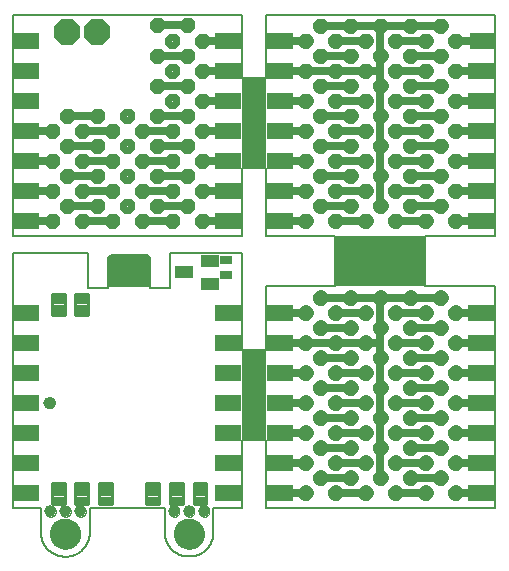
<source format=gbs>
G75*
%MOIN*%
%OFA0B0*%
%FSLAX25Y25*%
%IPPOS*%
%LPD*%
%AMOC8*
5,1,8,0,0,1.08239X$1,22.5*
%
%ADD10C,0.00500*%
%ADD11C,0.00000*%
%ADD12C,0.10243*%
%ADD13C,0.03943*%
%ADD14C,0.02800*%
%ADD15C,0.02400*%
%ADD16R,0.08125X0.30000*%
%ADD17R,0.30000X0.16875*%
%ADD18C,0.01080*%
%ADD19R,0.05912X0.04337*%
%ADD20R,0.13780X0.11024*%
%ADD21R,0.03943X0.03156*%
%ADD22R,0.09062X0.05625*%
%ADD23OC8,0.08900*%
D10*
X0012550Y0010080D02*
X0012550Y0017580D01*
X0003175Y0017580D01*
X0003175Y0102541D01*
X0028175Y0102541D01*
X0028175Y0090705D01*
X0035050Y0090705D01*
X0035050Y0100901D01*
X0036027Y0101877D01*
X0047823Y0101877D01*
X0048800Y0100901D01*
X0048800Y0090705D01*
X0055675Y0090705D01*
X0055675Y0102580D01*
X0079425Y0102580D01*
X0079425Y0070080D01*
X0087550Y0070080D01*
X0087550Y0091330D01*
X0110675Y0091330D01*
X0110675Y0108205D01*
X0087550Y0108205D01*
X0087550Y0130705D01*
X0079425Y0130705D01*
X0079425Y0108205D01*
X0003175Y0108205D01*
X0003175Y0181955D01*
X0079425Y0181955D01*
X0079425Y0160705D01*
X0087550Y0160705D01*
X0087550Y0181955D01*
X0163800Y0181955D01*
X0163800Y0108205D01*
X0140675Y0108205D01*
X0140675Y0091330D01*
X0163800Y0091330D01*
X0163800Y0017580D01*
X0087550Y0017580D01*
X0087550Y0040080D01*
X0079425Y0040080D01*
X0079425Y0017580D01*
X0070050Y0017580D01*
X0070050Y0008830D01*
X0070032Y0008632D01*
X0070010Y0008435D01*
X0069983Y0008239D01*
X0069951Y0008043D01*
X0069914Y0007848D01*
X0069872Y0007654D01*
X0069826Y0007461D01*
X0069775Y0007269D01*
X0069720Y0007078D01*
X0069660Y0006889D01*
X0069595Y0006702D01*
X0069525Y0006516D01*
X0069452Y0006331D01*
X0069373Y0006149D01*
X0069291Y0005969D01*
X0069204Y0005790D01*
X0069112Y0005614D01*
X0069016Y0005440D01*
X0068917Y0005269D01*
X0068813Y0005100D01*
X0068705Y0004933D01*
X0068592Y0004770D01*
X0068476Y0004609D01*
X0068356Y0004451D01*
X0068233Y0004296D01*
X0068105Y0004143D01*
X0067974Y0003995D01*
X0067839Y0003849D01*
X0067701Y0003706D01*
X0067559Y0003568D01*
X0067414Y0003432D01*
X0067266Y0003300D01*
X0067114Y0003172D01*
X0066960Y0003047D01*
X0066802Y0002927D01*
X0066642Y0002810D01*
X0066479Y0002697D01*
X0066313Y0002588D01*
X0066144Y0002483D01*
X0065973Y0002383D01*
X0065800Y0002286D01*
X0065624Y0002194D01*
X0065446Y0002106D01*
X0065266Y0002022D01*
X0065084Y0001943D01*
X0064900Y0001869D01*
X0064715Y0001798D01*
X0064528Y0001733D01*
X0064339Y0001672D01*
X0064148Y0001615D01*
X0063957Y0001563D01*
X0063764Y0001516D01*
X0063570Y0001474D01*
X0063375Y0001436D01*
X0063180Y0001403D01*
X0062983Y0001375D01*
X0062786Y0001352D01*
X0062589Y0001333D01*
X0062391Y0001319D01*
X0062192Y0001310D01*
X0061994Y0001306D01*
X0061796Y0001307D01*
X0061597Y0001313D01*
X0061399Y0001323D01*
X0061201Y0001338D01*
X0061004Y0001358D01*
X0060807Y0001383D01*
X0060611Y0001413D01*
X0060415Y0001447D01*
X0060221Y0001486D01*
X0060027Y0001530D01*
X0059835Y0001579D01*
X0059643Y0001632D01*
X0059454Y0001690D01*
X0059265Y0001752D01*
X0059078Y0001819D01*
X0058893Y0001891D01*
X0058710Y0001967D01*
X0058529Y0002047D01*
X0058349Y0002132D01*
X0058172Y0002222D01*
X0057997Y0002315D01*
X0057824Y0002413D01*
X0057654Y0002515D01*
X0057486Y0002621D01*
X0057321Y0002731D01*
X0057159Y0002845D01*
X0056999Y0002963D01*
X0056843Y0003085D01*
X0056689Y0003211D01*
X0056539Y0003340D01*
X0056391Y0003473D01*
X0056247Y0003610D01*
X0056107Y0003750D01*
X0055969Y0003893D01*
X0055836Y0004040D01*
X0055706Y0004189D01*
X0055579Y0004342D01*
X0055457Y0004499D01*
X0055338Y0004657D01*
X0055223Y0004819D01*
X0055112Y0004984D01*
X0055005Y0005151D01*
X0054903Y0005321D01*
X0054804Y0005493D01*
X0054710Y0005668D01*
X0054619Y0005845D01*
X0054534Y0006024D01*
X0054452Y0006205D01*
X0054375Y0006387D01*
X0054303Y0006572D01*
X0054235Y0006759D01*
X0054172Y0006947D01*
X0054113Y0007136D01*
X0054059Y0007327D01*
X0054009Y0007519D01*
X0053964Y0007713D01*
X0053924Y0007907D01*
X0053889Y0008102D01*
X0053858Y0008298D01*
X0053833Y0008495D01*
X0053812Y0008693D01*
X0053796Y0008890D01*
X0053784Y0009088D01*
X0053778Y0009287D01*
X0053776Y0009485D01*
X0053779Y0009684D01*
X0053787Y0009882D01*
X0053800Y0010080D01*
X0053800Y0017580D01*
X0028800Y0017580D01*
X0028800Y0010080D01*
X0028814Y0009881D01*
X0028823Y0009681D01*
X0028828Y0009482D01*
X0028827Y0009282D01*
X0028822Y0009082D01*
X0028811Y0008883D01*
X0028796Y0008683D01*
X0028776Y0008485D01*
X0028751Y0008286D01*
X0028721Y0008089D01*
X0028687Y0007892D01*
X0028647Y0007696D01*
X0028603Y0007502D01*
X0028554Y0007308D01*
X0028500Y0007115D01*
X0028442Y0006924D01*
X0028379Y0006735D01*
X0028311Y0006547D01*
X0028239Y0006361D01*
X0028162Y0006176D01*
X0028081Y0005994D01*
X0027995Y0005813D01*
X0027905Y0005635D01*
X0027811Y0005459D01*
X0027712Y0005285D01*
X0027609Y0005114D01*
X0027502Y0004946D01*
X0027390Y0004780D01*
X0027275Y0004617D01*
X0027156Y0004456D01*
X0027033Y0004299D01*
X0026906Y0004145D01*
X0026775Y0003994D01*
X0026641Y0003846D01*
X0026503Y0003701D01*
X0026361Y0003560D01*
X0026216Y0003423D01*
X0026068Y0003289D01*
X0025917Y0003158D01*
X0025762Y0003032D01*
X0025605Y0002909D01*
X0025444Y0002790D01*
X0025281Y0002676D01*
X0025114Y0002565D01*
X0024946Y0002458D01*
X0024774Y0002355D01*
X0024600Y0002257D01*
X0024424Y0002163D01*
X0024245Y0002073D01*
X0024065Y0001988D01*
X0023882Y0001907D01*
X0023698Y0001831D01*
X0023511Y0001759D01*
X0023323Y0001692D01*
X0023133Y0001629D01*
X0022942Y0001572D01*
X0022750Y0001518D01*
X0022556Y0001470D01*
X0022361Y0001426D01*
X0022165Y0001387D01*
X0021968Y0001353D01*
X0021770Y0001324D01*
X0021572Y0001300D01*
X0021373Y0001280D01*
X0021174Y0001265D01*
X0020975Y0001256D01*
X0020775Y0001251D01*
X0020575Y0001251D01*
X0020375Y0001256D01*
X0020176Y0001265D01*
X0019977Y0001280D01*
X0019778Y0001300D01*
X0019580Y0001324D01*
X0019382Y0001353D01*
X0019185Y0001387D01*
X0018989Y0001426D01*
X0018794Y0001470D01*
X0018600Y0001518D01*
X0018408Y0001572D01*
X0018217Y0001629D01*
X0018027Y0001692D01*
X0017839Y0001759D01*
X0017652Y0001831D01*
X0017468Y0001907D01*
X0017285Y0001988D01*
X0017105Y0002073D01*
X0016926Y0002163D01*
X0016750Y0002257D01*
X0016576Y0002355D01*
X0016404Y0002458D01*
X0016236Y0002565D01*
X0016069Y0002676D01*
X0015906Y0002790D01*
X0015745Y0002909D01*
X0015588Y0003032D01*
X0015433Y0003158D01*
X0015282Y0003289D01*
X0015134Y0003423D01*
X0014989Y0003560D01*
X0014847Y0003701D01*
X0014709Y0003846D01*
X0014575Y0003994D01*
X0014444Y0004145D01*
X0014317Y0004299D01*
X0014194Y0004456D01*
X0014075Y0004617D01*
X0013960Y0004780D01*
X0013848Y0004946D01*
X0013741Y0005114D01*
X0013638Y0005285D01*
X0013539Y0005459D01*
X0013445Y0005635D01*
X0013355Y0005813D01*
X0013269Y0005994D01*
X0013188Y0006176D01*
X0013111Y0006361D01*
X0013039Y0006547D01*
X0012971Y0006735D01*
X0012908Y0006924D01*
X0012850Y0007115D01*
X0012796Y0007308D01*
X0012747Y0007502D01*
X0012703Y0007696D01*
X0012663Y0007892D01*
X0012629Y0008089D01*
X0012599Y0008286D01*
X0012574Y0008485D01*
X0012554Y0008683D01*
X0012539Y0008883D01*
X0012528Y0009082D01*
X0012523Y0009282D01*
X0012522Y0009482D01*
X0012527Y0009681D01*
X0012536Y0009881D01*
X0012550Y0010080D01*
D11*
X0013903Y0016330D02*
X0013905Y0016414D01*
X0013911Y0016497D01*
X0013921Y0016580D01*
X0013935Y0016663D01*
X0013952Y0016745D01*
X0013974Y0016826D01*
X0013999Y0016905D01*
X0014028Y0016984D01*
X0014061Y0017061D01*
X0014097Y0017136D01*
X0014137Y0017210D01*
X0014180Y0017282D01*
X0014227Y0017351D01*
X0014277Y0017418D01*
X0014330Y0017483D01*
X0014386Y0017545D01*
X0014444Y0017605D01*
X0014506Y0017662D01*
X0014570Y0017715D01*
X0014637Y0017766D01*
X0014706Y0017813D01*
X0014777Y0017858D01*
X0014850Y0017898D01*
X0014925Y0017935D01*
X0015002Y0017969D01*
X0015080Y0017999D01*
X0015159Y0018025D01*
X0015240Y0018048D01*
X0015322Y0018066D01*
X0015404Y0018081D01*
X0015487Y0018092D01*
X0015570Y0018099D01*
X0015654Y0018102D01*
X0015738Y0018101D01*
X0015821Y0018096D01*
X0015905Y0018087D01*
X0015987Y0018074D01*
X0016069Y0018058D01*
X0016150Y0018037D01*
X0016231Y0018013D01*
X0016309Y0017985D01*
X0016387Y0017953D01*
X0016463Y0017917D01*
X0016537Y0017878D01*
X0016609Y0017836D01*
X0016679Y0017790D01*
X0016747Y0017741D01*
X0016812Y0017689D01*
X0016875Y0017634D01*
X0016935Y0017576D01*
X0016993Y0017515D01*
X0017047Y0017451D01*
X0017099Y0017385D01*
X0017147Y0017317D01*
X0017192Y0017246D01*
X0017233Y0017173D01*
X0017272Y0017099D01*
X0017306Y0017023D01*
X0017337Y0016945D01*
X0017364Y0016866D01*
X0017388Y0016785D01*
X0017407Y0016704D01*
X0017423Y0016622D01*
X0017435Y0016539D01*
X0017443Y0016455D01*
X0017447Y0016372D01*
X0017447Y0016288D01*
X0017443Y0016205D01*
X0017435Y0016121D01*
X0017423Y0016038D01*
X0017407Y0015956D01*
X0017388Y0015875D01*
X0017364Y0015794D01*
X0017337Y0015715D01*
X0017306Y0015637D01*
X0017272Y0015561D01*
X0017233Y0015487D01*
X0017192Y0015414D01*
X0017147Y0015343D01*
X0017099Y0015275D01*
X0017047Y0015209D01*
X0016993Y0015145D01*
X0016935Y0015084D01*
X0016875Y0015026D01*
X0016812Y0014971D01*
X0016747Y0014919D01*
X0016679Y0014870D01*
X0016609Y0014824D01*
X0016537Y0014782D01*
X0016463Y0014743D01*
X0016387Y0014707D01*
X0016309Y0014675D01*
X0016231Y0014647D01*
X0016150Y0014623D01*
X0016069Y0014602D01*
X0015987Y0014586D01*
X0015905Y0014573D01*
X0015821Y0014564D01*
X0015738Y0014559D01*
X0015654Y0014558D01*
X0015570Y0014561D01*
X0015487Y0014568D01*
X0015404Y0014579D01*
X0015322Y0014594D01*
X0015240Y0014612D01*
X0015159Y0014635D01*
X0015080Y0014661D01*
X0015002Y0014691D01*
X0014925Y0014725D01*
X0014850Y0014762D01*
X0014777Y0014802D01*
X0014706Y0014847D01*
X0014637Y0014894D01*
X0014570Y0014945D01*
X0014506Y0014998D01*
X0014444Y0015055D01*
X0014386Y0015115D01*
X0014330Y0015177D01*
X0014277Y0015242D01*
X0014227Y0015309D01*
X0014180Y0015378D01*
X0014137Y0015450D01*
X0014097Y0015524D01*
X0014061Y0015599D01*
X0014028Y0015676D01*
X0013999Y0015755D01*
X0013974Y0015834D01*
X0013952Y0015915D01*
X0013935Y0015997D01*
X0013921Y0016080D01*
X0013911Y0016163D01*
X0013905Y0016246D01*
X0013903Y0016330D01*
X0018903Y0016330D02*
X0018905Y0016414D01*
X0018911Y0016497D01*
X0018921Y0016580D01*
X0018935Y0016663D01*
X0018952Y0016745D01*
X0018974Y0016826D01*
X0018999Y0016905D01*
X0019028Y0016984D01*
X0019061Y0017061D01*
X0019097Y0017136D01*
X0019137Y0017210D01*
X0019180Y0017282D01*
X0019227Y0017351D01*
X0019277Y0017418D01*
X0019330Y0017483D01*
X0019386Y0017545D01*
X0019444Y0017605D01*
X0019506Y0017662D01*
X0019570Y0017715D01*
X0019637Y0017766D01*
X0019706Y0017813D01*
X0019777Y0017858D01*
X0019850Y0017898D01*
X0019925Y0017935D01*
X0020002Y0017969D01*
X0020080Y0017999D01*
X0020159Y0018025D01*
X0020240Y0018048D01*
X0020322Y0018066D01*
X0020404Y0018081D01*
X0020487Y0018092D01*
X0020570Y0018099D01*
X0020654Y0018102D01*
X0020738Y0018101D01*
X0020821Y0018096D01*
X0020905Y0018087D01*
X0020987Y0018074D01*
X0021069Y0018058D01*
X0021150Y0018037D01*
X0021231Y0018013D01*
X0021309Y0017985D01*
X0021387Y0017953D01*
X0021463Y0017917D01*
X0021537Y0017878D01*
X0021609Y0017836D01*
X0021679Y0017790D01*
X0021747Y0017741D01*
X0021812Y0017689D01*
X0021875Y0017634D01*
X0021935Y0017576D01*
X0021993Y0017515D01*
X0022047Y0017451D01*
X0022099Y0017385D01*
X0022147Y0017317D01*
X0022192Y0017246D01*
X0022233Y0017173D01*
X0022272Y0017099D01*
X0022306Y0017023D01*
X0022337Y0016945D01*
X0022364Y0016866D01*
X0022388Y0016785D01*
X0022407Y0016704D01*
X0022423Y0016622D01*
X0022435Y0016539D01*
X0022443Y0016455D01*
X0022447Y0016372D01*
X0022447Y0016288D01*
X0022443Y0016205D01*
X0022435Y0016121D01*
X0022423Y0016038D01*
X0022407Y0015956D01*
X0022388Y0015875D01*
X0022364Y0015794D01*
X0022337Y0015715D01*
X0022306Y0015637D01*
X0022272Y0015561D01*
X0022233Y0015487D01*
X0022192Y0015414D01*
X0022147Y0015343D01*
X0022099Y0015275D01*
X0022047Y0015209D01*
X0021993Y0015145D01*
X0021935Y0015084D01*
X0021875Y0015026D01*
X0021812Y0014971D01*
X0021747Y0014919D01*
X0021679Y0014870D01*
X0021609Y0014824D01*
X0021537Y0014782D01*
X0021463Y0014743D01*
X0021387Y0014707D01*
X0021309Y0014675D01*
X0021231Y0014647D01*
X0021150Y0014623D01*
X0021069Y0014602D01*
X0020987Y0014586D01*
X0020905Y0014573D01*
X0020821Y0014564D01*
X0020738Y0014559D01*
X0020654Y0014558D01*
X0020570Y0014561D01*
X0020487Y0014568D01*
X0020404Y0014579D01*
X0020322Y0014594D01*
X0020240Y0014612D01*
X0020159Y0014635D01*
X0020080Y0014661D01*
X0020002Y0014691D01*
X0019925Y0014725D01*
X0019850Y0014762D01*
X0019777Y0014802D01*
X0019706Y0014847D01*
X0019637Y0014894D01*
X0019570Y0014945D01*
X0019506Y0014998D01*
X0019444Y0015055D01*
X0019386Y0015115D01*
X0019330Y0015177D01*
X0019277Y0015242D01*
X0019227Y0015309D01*
X0019180Y0015378D01*
X0019137Y0015450D01*
X0019097Y0015524D01*
X0019061Y0015599D01*
X0019028Y0015676D01*
X0018999Y0015755D01*
X0018974Y0015834D01*
X0018952Y0015915D01*
X0018935Y0015997D01*
X0018921Y0016080D01*
X0018911Y0016163D01*
X0018905Y0016246D01*
X0018903Y0016330D01*
X0023903Y0016330D02*
X0023905Y0016414D01*
X0023911Y0016497D01*
X0023921Y0016580D01*
X0023935Y0016663D01*
X0023952Y0016745D01*
X0023974Y0016826D01*
X0023999Y0016905D01*
X0024028Y0016984D01*
X0024061Y0017061D01*
X0024097Y0017136D01*
X0024137Y0017210D01*
X0024180Y0017282D01*
X0024227Y0017351D01*
X0024277Y0017418D01*
X0024330Y0017483D01*
X0024386Y0017545D01*
X0024444Y0017605D01*
X0024506Y0017662D01*
X0024570Y0017715D01*
X0024637Y0017766D01*
X0024706Y0017813D01*
X0024777Y0017858D01*
X0024850Y0017898D01*
X0024925Y0017935D01*
X0025002Y0017969D01*
X0025080Y0017999D01*
X0025159Y0018025D01*
X0025240Y0018048D01*
X0025322Y0018066D01*
X0025404Y0018081D01*
X0025487Y0018092D01*
X0025570Y0018099D01*
X0025654Y0018102D01*
X0025738Y0018101D01*
X0025821Y0018096D01*
X0025905Y0018087D01*
X0025987Y0018074D01*
X0026069Y0018058D01*
X0026150Y0018037D01*
X0026231Y0018013D01*
X0026309Y0017985D01*
X0026387Y0017953D01*
X0026463Y0017917D01*
X0026537Y0017878D01*
X0026609Y0017836D01*
X0026679Y0017790D01*
X0026747Y0017741D01*
X0026812Y0017689D01*
X0026875Y0017634D01*
X0026935Y0017576D01*
X0026993Y0017515D01*
X0027047Y0017451D01*
X0027099Y0017385D01*
X0027147Y0017317D01*
X0027192Y0017246D01*
X0027233Y0017173D01*
X0027272Y0017099D01*
X0027306Y0017023D01*
X0027337Y0016945D01*
X0027364Y0016866D01*
X0027388Y0016785D01*
X0027407Y0016704D01*
X0027423Y0016622D01*
X0027435Y0016539D01*
X0027443Y0016455D01*
X0027447Y0016372D01*
X0027447Y0016288D01*
X0027443Y0016205D01*
X0027435Y0016121D01*
X0027423Y0016038D01*
X0027407Y0015956D01*
X0027388Y0015875D01*
X0027364Y0015794D01*
X0027337Y0015715D01*
X0027306Y0015637D01*
X0027272Y0015561D01*
X0027233Y0015487D01*
X0027192Y0015414D01*
X0027147Y0015343D01*
X0027099Y0015275D01*
X0027047Y0015209D01*
X0026993Y0015145D01*
X0026935Y0015084D01*
X0026875Y0015026D01*
X0026812Y0014971D01*
X0026747Y0014919D01*
X0026679Y0014870D01*
X0026609Y0014824D01*
X0026537Y0014782D01*
X0026463Y0014743D01*
X0026387Y0014707D01*
X0026309Y0014675D01*
X0026231Y0014647D01*
X0026150Y0014623D01*
X0026069Y0014602D01*
X0025987Y0014586D01*
X0025905Y0014573D01*
X0025821Y0014564D01*
X0025738Y0014559D01*
X0025654Y0014558D01*
X0025570Y0014561D01*
X0025487Y0014568D01*
X0025404Y0014579D01*
X0025322Y0014594D01*
X0025240Y0014612D01*
X0025159Y0014635D01*
X0025080Y0014661D01*
X0025002Y0014691D01*
X0024925Y0014725D01*
X0024850Y0014762D01*
X0024777Y0014802D01*
X0024706Y0014847D01*
X0024637Y0014894D01*
X0024570Y0014945D01*
X0024506Y0014998D01*
X0024444Y0015055D01*
X0024386Y0015115D01*
X0024330Y0015177D01*
X0024277Y0015242D01*
X0024227Y0015309D01*
X0024180Y0015378D01*
X0024137Y0015450D01*
X0024097Y0015524D01*
X0024061Y0015599D01*
X0024028Y0015676D01*
X0023999Y0015755D01*
X0023974Y0015834D01*
X0023952Y0015915D01*
X0023935Y0015997D01*
X0023921Y0016080D01*
X0023911Y0016163D01*
X0023905Y0016246D01*
X0023903Y0016330D01*
X0015754Y0008830D02*
X0015756Y0008970D01*
X0015762Y0009110D01*
X0015772Y0009249D01*
X0015786Y0009388D01*
X0015804Y0009527D01*
X0015825Y0009665D01*
X0015851Y0009803D01*
X0015881Y0009940D01*
X0015914Y0010075D01*
X0015952Y0010210D01*
X0015993Y0010344D01*
X0016038Y0010477D01*
X0016086Y0010608D01*
X0016139Y0010737D01*
X0016195Y0010866D01*
X0016254Y0010992D01*
X0016318Y0011117D01*
X0016384Y0011240D01*
X0016455Y0011361D01*
X0016528Y0011480D01*
X0016605Y0011597D01*
X0016686Y0011711D01*
X0016769Y0011823D01*
X0016856Y0011933D01*
X0016946Y0012041D01*
X0017038Y0012145D01*
X0017134Y0012247D01*
X0017233Y0012347D01*
X0017334Y0012443D01*
X0017438Y0012537D01*
X0017545Y0012627D01*
X0017654Y0012714D01*
X0017766Y0012799D01*
X0017880Y0012880D01*
X0017996Y0012958D01*
X0018114Y0013032D01*
X0018235Y0013103D01*
X0018357Y0013171D01*
X0018482Y0013235D01*
X0018608Y0013296D01*
X0018735Y0013353D01*
X0018865Y0013406D01*
X0018996Y0013456D01*
X0019128Y0013501D01*
X0019261Y0013544D01*
X0019396Y0013582D01*
X0019531Y0013616D01*
X0019668Y0013647D01*
X0019805Y0013674D01*
X0019943Y0013696D01*
X0020082Y0013715D01*
X0020221Y0013730D01*
X0020360Y0013741D01*
X0020500Y0013748D01*
X0020640Y0013751D01*
X0020780Y0013750D01*
X0020920Y0013745D01*
X0021059Y0013736D01*
X0021199Y0013723D01*
X0021338Y0013706D01*
X0021476Y0013685D01*
X0021614Y0013661D01*
X0021751Y0013632D01*
X0021887Y0013600D01*
X0022022Y0013563D01*
X0022156Y0013523D01*
X0022289Y0013479D01*
X0022420Y0013431D01*
X0022550Y0013380D01*
X0022679Y0013325D01*
X0022806Y0013266D01*
X0022931Y0013203D01*
X0023054Y0013138D01*
X0023176Y0013068D01*
X0023295Y0012995D01*
X0023413Y0012919D01*
X0023528Y0012840D01*
X0023641Y0012757D01*
X0023751Y0012671D01*
X0023859Y0012582D01*
X0023964Y0012490D01*
X0024067Y0012395D01*
X0024167Y0012297D01*
X0024264Y0012197D01*
X0024358Y0012093D01*
X0024450Y0011987D01*
X0024538Y0011879D01*
X0024623Y0011768D01*
X0024705Y0011654D01*
X0024784Y0011538D01*
X0024859Y0011421D01*
X0024931Y0011301D01*
X0024999Y0011179D01*
X0025064Y0011055D01*
X0025126Y0010929D01*
X0025184Y0010802D01*
X0025238Y0010673D01*
X0025289Y0010542D01*
X0025335Y0010410D01*
X0025378Y0010277D01*
X0025418Y0010143D01*
X0025453Y0010008D01*
X0025485Y0009871D01*
X0025512Y0009734D01*
X0025536Y0009596D01*
X0025556Y0009458D01*
X0025572Y0009319D01*
X0025584Y0009179D01*
X0025592Y0009040D01*
X0025596Y0008900D01*
X0025596Y0008760D01*
X0025592Y0008620D01*
X0025584Y0008481D01*
X0025572Y0008341D01*
X0025556Y0008202D01*
X0025536Y0008064D01*
X0025512Y0007926D01*
X0025485Y0007789D01*
X0025453Y0007652D01*
X0025418Y0007517D01*
X0025378Y0007383D01*
X0025335Y0007250D01*
X0025289Y0007118D01*
X0025238Y0006987D01*
X0025184Y0006858D01*
X0025126Y0006731D01*
X0025064Y0006605D01*
X0024999Y0006481D01*
X0024931Y0006359D01*
X0024859Y0006239D01*
X0024784Y0006122D01*
X0024705Y0006006D01*
X0024623Y0005892D01*
X0024538Y0005781D01*
X0024450Y0005673D01*
X0024358Y0005567D01*
X0024264Y0005463D01*
X0024167Y0005363D01*
X0024067Y0005265D01*
X0023964Y0005170D01*
X0023859Y0005078D01*
X0023751Y0004989D01*
X0023641Y0004903D01*
X0023528Y0004820D01*
X0023413Y0004741D01*
X0023295Y0004665D01*
X0023176Y0004592D01*
X0023054Y0004522D01*
X0022931Y0004457D01*
X0022806Y0004394D01*
X0022679Y0004335D01*
X0022550Y0004280D01*
X0022420Y0004229D01*
X0022289Y0004181D01*
X0022156Y0004137D01*
X0022022Y0004097D01*
X0021887Y0004060D01*
X0021751Y0004028D01*
X0021614Y0003999D01*
X0021476Y0003975D01*
X0021338Y0003954D01*
X0021199Y0003937D01*
X0021059Y0003924D01*
X0020920Y0003915D01*
X0020780Y0003910D01*
X0020640Y0003909D01*
X0020500Y0003912D01*
X0020360Y0003919D01*
X0020221Y0003930D01*
X0020082Y0003945D01*
X0019943Y0003964D01*
X0019805Y0003986D01*
X0019668Y0004013D01*
X0019531Y0004044D01*
X0019396Y0004078D01*
X0019261Y0004116D01*
X0019128Y0004159D01*
X0018996Y0004204D01*
X0018865Y0004254D01*
X0018735Y0004307D01*
X0018608Y0004364D01*
X0018482Y0004425D01*
X0018357Y0004489D01*
X0018235Y0004557D01*
X0018114Y0004628D01*
X0017996Y0004702D01*
X0017880Y0004780D01*
X0017766Y0004861D01*
X0017654Y0004946D01*
X0017545Y0005033D01*
X0017438Y0005123D01*
X0017334Y0005217D01*
X0017233Y0005313D01*
X0017134Y0005413D01*
X0017038Y0005515D01*
X0016946Y0005619D01*
X0016856Y0005727D01*
X0016769Y0005837D01*
X0016686Y0005949D01*
X0016605Y0006063D01*
X0016528Y0006180D01*
X0016455Y0006299D01*
X0016384Y0006420D01*
X0016318Y0006543D01*
X0016254Y0006668D01*
X0016195Y0006794D01*
X0016139Y0006923D01*
X0016086Y0007052D01*
X0016038Y0007183D01*
X0015993Y0007316D01*
X0015952Y0007450D01*
X0015914Y0007585D01*
X0015881Y0007720D01*
X0015851Y0007857D01*
X0015825Y0007995D01*
X0015804Y0008133D01*
X0015786Y0008272D01*
X0015772Y0008411D01*
X0015762Y0008550D01*
X0015756Y0008690D01*
X0015754Y0008830D01*
X0013590Y0052580D02*
X0013592Y0052664D01*
X0013598Y0052747D01*
X0013608Y0052830D01*
X0013622Y0052913D01*
X0013639Y0052995D01*
X0013661Y0053076D01*
X0013686Y0053155D01*
X0013715Y0053234D01*
X0013748Y0053311D01*
X0013784Y0053386D01*
X0013824Y0053460D01*
X0013867Y0053532D01*
X0013914Y0053601D01*
X0013964Y0053668D01*
X0014017Y0053733D01*
X0014073Y0053795D01*
X0014131Y0053855D01*
X0014193Y0053912D01*
X0014257Y0053965D01*
X0014324Y0054016D01*
X0014393Y0054063D01*
X0014464Y0054108D01*
X0014537Y0054148D01*
X0014612Y0054185D01*
X0014689Y0054219D01*
X0014767Y0054249D01*
X0014846Y0054275D01*
X0014927Y0054298D01*
X0015009Y0054316D01*
X0015091Y0054331D01*
X0015174Y0054342D01*
X0015257Y0054349D01*
X0015341Y0054352D01*
X0015425Y0054351D01*
X0015508Y0054346D01*
X0015592Y0054337D01*
X0015674Y0054324D01*
X0015756Y0054308D01*
X0015837Y0054287D01*
X0015918Y0054263D01*
X0015996Y0054235D01*
X0016074Y0054203D01*
X0016150Y0054167D01*
X0016224Y0054128D01*
X0016296Y0054086D01*
X0016366Y0054040D01*
X0016434Y0053991D01*
X0016499Y0053939D01*
X0016562Y0053884D01*
X0016622Y0053826D01*
X0016680Y0053765D01*
X0016734Y0053701D01*
X0016786Y0053635D01*
X0016834Y0053567D01*
X0016879Y0053496D01*
X0016920Y0053423D01*
X0016959Y0053349D01*
X0016993Y0053273D01*
X0017024Y0053195D01*
X0017051Y0053116D01*
X0017075Y0053035D01*
X0017094Y0052954D01*
X0017110Y0052872D01*
X0017122Y0052789D01*
X0017130Y0052705D01*
X0017134Y0052622D01*
X0017134Y0052538D01*
X0017130Y0052455D01*
X0017122Y0052371D01*
X0017110Y0052288D01*
X0017094Y0052206D01*
X0017075Y0052125D01*
X0017051Y0052044D01*
X0017024Y0051965D01*
X0016993Y0051887D01*
X0016959Y0051811D01*
X0016920Y0051737D01*
X0016879Y0051664D01*
X0016834Y0051593D01*
X0016786Y0051525D01*
X0016734Y0051459D01*
X0016680Y0051395D01*
X0016622Y0051334D01*
X0016562Y0051276D01*
X0016499Y0051221D01*
X0016434Y0051169D01*
X0016366Y0051120D01*
X0016296Y0051074D01*
X0016224Y0051032D01*
X0016150Y0050993D01*
X0016074Y0050957D01*
X0015996Y0050925D01*
X0015918Y0050897D01*
X0015837Y0050873D01*
X0015756Y0050852D01*
X0015674Y0050836D01*
X0015592Y0050823D01*
X0015508Y0050814D01*
X0015425Y0050809D01*
X0015341Y0050808D01*
X0015257Y0050811D01*
X0015174Y0050818D01*
X0015091Y0050829D01*
X0015009Y0050844D01*
X0014927Y0050862D01*
X0014846Y0050885D01*
X0014767Y0050911D01*
X0014689Y0050941D01*
X0014612Y0050975D01*
X0014537Y0051012D01*
X0014464Y0051052D01*
X0014393Y0051097D01*
X0014324Y0051144D01*
X0014257Y0051195D01*
X0014193Y0051248D01*
X0014131Y0051305D01*
X0014073Y0051365D01*
X0014017Y0051427D01*
X0013964Y0051492D01*
X0013914Y0051559D01*
X0013867Y0051628D01*
X0013824Y0051700D01*
X0013784Y0051774D01*
X0013748Y0051849D01*
X0013715Y0051926D01*
X0013686Y0052005D01*
X0013661Y0052084D01*
X0013639Y0052165D01*
X0013622Y0052247D01*
X0013608Y0052330D01*
X0013598Y0052413D01*
X0013592Y0052496D01*
X0013590Y0052580D01*
X0055153Y0016330D02*
X0055155Y0016414D01*
X0055161Y0016497D01*
X0055171Y0016580D01*
X0055185Y0016663D01*
X0055202Y0016745D01*
X0055224Y0016826D01*
X0055249Y0016905D01*
X0055278Y0016984D01*
X0055311Y0017061D01*
X0055347Y0017136D01*
X0055387Y0017210D01*
X0055430Y0017282D01*
X0055477Y0017351D01*
X0055527Y0017418D01*
X0055580Y0017483D01*
X0055636Y0017545D01*
X0055694Y0017605D01*
X0055756Y0017662D01*
X0055820Y0017715D01*
X0055887Y0017766D01*
X0055956Y0017813D01*
X0056027Y0017858D01*
X0056100Y0017898D01*
X0056175Y0017935D01*
X0056252Y0017969D01*
X0056330Y0017999D01*
X0056409Y0018025D01*
X0056490Y0018048D01*
X0056572Y0018066D01*
X0056654Y0018081D01*
X0056737Y0018092D01*
X0056820Y0018099D01*
X0056904Y0018102D01*
X0056988Y0018101D01*
X0057071Y0018096D01*
X0057155Y0018087D01*
X0057237Y0018074D01*
X0057319Y0018058D01*
X0057400Y0018037D01*
X0057481Y0018013D01*
X0057559Y0017985D01*
X0057637Y0017953D01*
X0057713Y0017917D01*
X0057787Y0017878D01*
X0057859Y0017836D01*
X0057929Y0017790D01*
X0057997Y0017741D01*
X0058062Y0017689D01*
X0058125Y0017634D01*
X0058185Y0017576D01*
X0058243Y0017515D01*
X0058297Y0017451D01*
X0058349Y0017385D01*
X0058397Y0017317D01*
X0058442Y0017246D01*
X0058483Y0017173D01*
X0058522Y0017099D01*
X0058556Y0017023D01*
X0058587Y0016945D01*
X0058614Y0016866D01*
X0058638Y0016785D01*
X0058657Y0016704D01*
X0058673Y0016622D01*
X0058685Y0016539D01*
X0058693Y0016455D01*
X0058697Y0016372D01*
X0058697Y0016288D01*
X0058693Y0016205D01*
X0058685Y0016121D01*
X0058673Y0016038D01*
X0058657Y0015956D01*
X0058638Y0015875D01*
X0058614Y0015794D01*
X0058587Y0015715D01*
X0058556Y0015637D01*
X0058522Y0015561D01*
X0058483Y0015487D01*
X0058442Y0015414D01*
X0058397Y0015343D01*
X0058349Y0015275D01*
X0058297Y0015209D01*
X0058243Y0015145D01*
X0058185Y0015084D01*
X0058125Y0015026D01*
X0058062Y0014971D01*
X0057997Y0014919D01*
X0057929Y0014870D01*
X0057859Y0014824D01*
X0057787Y0014782D01*
X0057713Y0014743D01*
X0057637Y0014707D01*
X0057559Y0014675D01*
X0057481Y0014647D01*
X0057400Y0014623D01*
X0057319Y0014602D01*
X0057237Y0014586D01*
X0057155Y0014573D01*
X0057071Y0014564D01*
X0056988Y0014559D01*
X0056904Y0014558D01*
X0056820Y0014561D01*
X0056737Y0014568D01*
X0056654Y0014579D01*
X0056572Y0014594D01*
X0056490Y0014612D01*
X0056409Y0014635D01*
X0056330Y0014661D01*
X0056252Y0014691D01*
X0056175Y0014725D01*
X0056100Y0014762D01*
X0056027Y0014802D01*
X0055956Y0014847D01*
X0055887Y0014894D01*
X0055820Y0014945D01*
X0055756Y0014998D01*
X0055694Y0015055D01*
X0055636Y0015115D01*
X0055580Y0015177D01*
X0055527Y0015242D01*
X0055477Y0015309D01*
X0055430Y0015378D01*
X0055387Y0015450D01*
X0055347Y0015524D01*
X0055311Y0015599D01*
X0055278Y0015676D01*
X0055249Y0015755D01*
X0055224Y0015834D01*
X0055202Y0015915D01*
X0055185Y0015997D01*
X0055171Y0016080D01*
X0055161Y0016163D01*
X0055155Y0016246D01*
X0055153Y0016330D01*
X0060153Y0016330D02*
X0060155Y0016414D01*
X0060161Y0016497D01*
X0060171Y0016580D01*
X0060185Y0016663D01*
X0060202Y0016745D01*
X0060224Y0016826D01*
X0060249Y0016905D01*
X0060278Y0016984D01*
X0060311Y0017061D01*
X0060347Y0017136D01*
X0060387Y0017210D01*
X0060430Y0017282D01*
X0060477Y0017351D01*
X0060527Y0017418D01*
X0060580Y0017483D01*
X0060636Y0017545D01*
X0060694Y0017605D01*
X0060756Y0017662D01*
X0060820Y0017715D01*
X0060887Y0017766D01*
X0060956Y0017813D01*
X0061027Y0017858D01*
X0061100Y0017898D01*
X0061175Y0017935D01*
X0061252Y0017969D01*
X0061330Y0017999D01*
X0061409Y0018025D01*
X0061490Y0018048D01*
X0061572Y0018066D01*
X0061654Y0018081D01*
X0061737Y0018092D01*
X0061820Y0018099D01*
X0061904Y0018102D01*
X0061988Y0018101D01*
X0062071Y0018096D01*
X0062155Y0018087D01*
X0062237Y0018074D01*
X0062319Y0018058D01*
X0062400Y0018037D01*
X0062481Y0018013D01*
X0062559Y0017985D01*
X0062637Y0017953D01*
X0062713Y0017917D01*
X0062787Y0017878D01*
X0062859Y0017836D01*
X0062929Y0017790D01*
X0062997Y0017741D01*
X0063062Y0017689D01*
X0063125Y0017634D01*
X0063185Y0017576D01*
X0063243Y0017515D01*
X0063297Y0017451D01*
X0063349Y0017385D01*
X0063397Y0017317D01*
X0063442Y0017246D01*
X0063483Y0017173D01*
X0063522Y0017099D01*
X0063556Y0017023D01*
X0063587Y0016945D01*
X0063614Y0016866D01*
X0063638Y0016785D01*
X0063657Y0016704D01*
X0063673Y0016622D01*
X0063685Y0016539D01*
X0063693Y0016455D01*
X0063697Y0016372D01*
X0063697Y0016288D01*
X0063693Y0016205D01*
X0063685Y0016121D01*
X0063673Y0016038D01*
X0063657Y0015956D01*
X0063638Y0015875D01*
X0063614Y0015794D01*
X0063587Y0015715D01*
X0063556Y0015637D01*
X0063522Y0015561D01*
X0063483Y0015487D01*
X0063442Y0015414D01*
X0063397Y0015343D01*
X0063349Y0015275D01*
X0063297Y0015209D01*
X0063243Y0015145D01*
X0063185Y0015084D01*
X0063125Y0015026D01*
X0063062Y0014971D01*
X0062997Y0014919D01*
X0062929Y0014870D01*
X0062859Y0014824D01*
X0062787Y0014782D01*
X0062713Y0014743D01*
X0062637Y0014707D01*
X0062559Y0014675D01*
X0062481Y0014647D01*
X0062400Y0014623D01*
X0062319Y0014602D01*
X0062237Y0014586D01*
X0062155Y0014573D01*
X0062071Y0014564D01*
X0061988Y0014559D01*
X0061904Y0014558D01*
X0061820Y0014561D01*
X0061737Y0014568D01*
X0061654Y0014579D01*
X0061572Y0014594D01*
X0061490Y0014612D01*
X0061409Y0014635D01*
X0061330Y0014661D01*
X0061252Y0014691D01*
X0061175Y0014725D01*
X0061100Y0014762D01*
X0061027Y0014802D01*
X0060956Y0014847D01*
X0060887Y0014894D01*
X0060820Y0014945D01*
X0060756Y0014998D01*
X0060694Y0015055D01*
X0060636Y0015115D01*
X0060580Y0015177D01*
X0060527Y0015242D01*
X0060477Y0015309D01*
X0060430Y0015378D01*
X0060387Y0015450D01*
X0060347Y0015524D01*
X0060311Y0015599D01*
X0060278Y0015676D01*
X0060249Y0015755D01*
X0060224Y0015834D01*
X0060202Y0015915D01*
X0060185Y0015997D01*
X0060171Y0016080D01*
X0060161Y0016163D01*
X0060155Y0016246D01*
X0060153Y0016330D01*
X0057004Y0008830D02*
X0057006Y0008970D01*
X0057012Y0009110D01*
X0057022Y0009249D01*
X0057036Y0009388D01*
X0057054Y0009527D01*
X0057075Y0009665D01*
X0057101Y0009803D01*
X0057131Y0009940D01*
X0057164Y0010075D01*
X0057202Y0010210D01*
X0057243Y0010344D01*
X0057288Y0010477D01*
X0057336Y0010608D01*
X0057389Y0010737D01*
X0057445Y0010866D01*
X0057504Y0010992D01*
X0057568Y0011117D01*
X0057634Y0011240D01*
X0057705Y0011361D01*
X0057778Y0011480D01*
X0057855Y0011597D01*
X0057936Y0011711D01*
X0058019Y0011823D01*
X0058106Y0011933D01*
X0058196Y0012041D01*
X0058288Y0012145D01*
X0058384Y0012247D01*
X0058483Y0012347D01*
X0058584Y0012443D01*
X0058688Y0012537D01*
X0058795Y0012627D01*
X0058904Y0012714D01*
X0059016Y0012799D01*
X0059130Y0012880D01*
X0059246Y0012958D01*
X0059364Y0013032D01*
X0059485Y0013103D01*
X0059607Y0013171D01*
X0059732Y0013235D01*
X0059858Y0013296D01*
X0059985Y0013353D01*
X0060115Y0013406D01*
X0060246Y0013456D01*
X0060378Y0013501D01*
X0060511Y0013544D01*
X0060646Y0013582D01*
X0060781Y0013616D01*
X0060918Y0013647D01*
X0061055Y0013674D01*
X0061193Y0013696D01*
X0061332Y0013715D01*
X0061471Y0013730D01*
X0061610Y0013741D01*
X0061750Y0013748D01*
X0061890Y0013751D01*
X0062030Y0013750D01*
X0062170Y0013745D01*
X0062309Y0013736D01*
X0062449Y0013723D01*
X0062588Y0013706D01*
X0062726Y0013685D01*
X0062864Y0013661D01*
X0063001Y0013632D01*
X0063137Y0013600D01*
X0063272Y0013563D01*
X0063406Y0013523D01*
X0063539Y0013479D01*
X0063670Y0013431D01*
X0063800Y0013380D01*
X0063929Y0013325D01*
X0064056Y0013266D01*
X0064181Y0013203D01*
X0064304Y0013138D01*
X0064426Y0013068D01*
X0064545Y0012995D01*
X0064663Y0012919D01*
X0064778Y0012840D01*
X0064891Y0012757D01*
X0065001Y0012671D01*
X0065109Y0012582D01*
X0065214Y0012490D01*
X0065317Y0012395D01*
X0065417Y0012297D01*
X0065514Y0012197D01*
X0065608Y0012093D01*
X0065700Y0011987D01*
X0065788Y0011879D01*
X0065873Y0011768D01*
X0065955Y0011654D01*
X0066034Y0011538D01*
X0066109Y0011421D01*
X0066181Y0011301D01*
X0066249Y0011179D01*
X0066314Y0011055D01*
X0066376Y0010929D01*
X0066434Y0010802D01*
X0066488Y0010673D01*
X0066539Y0010542D01*
X0066585Y0010410D01*
X0066628Y0010277D01*
X0066668Y0010143D01*
X0066703Y0010008D01*
X0066735Y0009871D01*
X0066762Y0009734D01*
X0066786Y0009596D01*
X0066806Y0009458D01*
X0066822Y0009319D01*
X0066834Y0009179D01*
X0066842Y0009040D01*
X0066846Y0008900D01*
X0066846Y0008760D01*
X0066842Y0008620D01*
X0066834Y0008481D01*
X0066822Y0008341D01*
X0066806Y0008202D01*
X0066786Y0008064D01*
X0066762Y0007926D01*
X0066735Y0007789D01*
X0066703Y0007652D01*
X0066668Y0007517D01*
X0066628Y0007383D01*
X0066585Y0007250D01*
X0066539Y0007118D01*
X0066488Y0006987D01*
X0066434Y0006858D01*
X0066376Y0006731D01*
X0066314Y0006605D01*
X0066249Y0006481D01*
X0066181Y0006359D01*
X0066109Y0006239D01*
X0066034Y0006122D01*
X0065955Y0006006D01*
X0065873Y0005892D01*
X0065788Y0005781D01*
X0065700Y0005673D01*
X0065608Y0005567D01*
X0065514Y0005463D01*
X0065417Y0005363D01*
X0065317Y0005265D01*
X0065214Y0005170D01*
X0065109Y0005078D01*
X0065001Y0004989D01*
X0064891Y0004903D01*
X0064778Y0004820D01*
X0064663Y0004741D01*
X0064545Y0004665D01*
X0064426Y0004592D01*
X0064304Y0004522D01*
X0064181Y0004457D01*
X0064056Y0004394D01*
X0063929Y0004335D01*
X0063800Y0004280D01*
X0063670Y0004229D01*
X0063539Y0004181D01*
X0063406Y0004137D01*
X0063272Y0004097D01*
X0063137Y0004060D01*
X0063001Y0004028D01*
X0062864Y0003999D01*
X0062726Y0003975D01*
X0062588Y0003954D01*
X0062449Y0003937D01*
X0062309Y0003924D01*
X0062170Y0003915D01*
X0062030Y0003910D01*
X0061890Y0003909D01*
X0061750Y0003912D01*
X0061610Y0003919D01*
X0061471Y0003930D01*
X0061332Y0003945D01*
X0061193Y0003964D01*
X0061055Y0003986D01*
X0060918Y0004013D01*
X0060781Y0004044D01*
X0060646Y0004078D01*
X0060511Y0004116D01*
X0060378Y0004159D01*
X0060246Y0004204D01*
X0060115Y0004254D01*
X0059985Y0004307D01*
X0059858Y0004364D01*
X0059732Y0004425D01*
X0059607Y0004489D01*
X0059485Y0004557D01*
X0059364Y0004628D01*
X0059246Y0004702D01*
X0059130Y0004780D01*
X0059016Y0004861D01*
X0058904Y0004946D01*
X0058795Y0005033D01*
X0058688Y0005123D01*
X0058584Y0005217D01*
X0058483Y0005313D01*
X0058384Y0005413D01*
X0058288Y0005515D01*
X0058196Y0005619D01*
X0058106Y0005727D01*
X0058019Y0005837D01*
X0057936Y0005949D01*
X0057855Y0006063D01*
X0057778Y0006180D01*
X0057705Y0006299D01*
X0057634Y0006420D01*
X0057568Y0006543D01*
X0057504Y0006668D01*
X0057445Y0006794D01*
X0057389Y0006923D01*
X0057336Y0007052D01*
X0057288Y0007183D01*
X0057243Y0007316D01*
X0057202Y0007450D01*
X0057164Y0007585D01*
X0057131Y0007720D01*
X0057101Y0007857D01*
X0057075Y0007995D01*
X0057054Y0008133D01*
X0057036Y0008272D01*
X0057022Y0008411D01*
X0057012Y0008550D01*
X0057006Y0008690D01*
X0057004Y0008830D01*
X0065153Y0016330D02*
X0065155Y0016414D01*
X0065161Y0016497D01*
X0065171Y0016580D01*
X0065185Y0016663D01*
X0065202Y0016745D01*
X0065224Y0016826D01*
X0065249Y0016905D01*
X0065278Y0016984D01*
X0065311Y0017061D01*
X0065347Y0017136D01*
X0065387Y0017210D01*
X0065430Y0017282D01*
X0065477Y0017351D01*
X0065527Y0017418D01*
X0065580Y0017483D01*
X0065636Y0017545D01*
X0065694Y0017605D01*
X0065756Y0017662D01*
X0065820Y0017715D01*
X0065887Y0017766D01*
X0065956Y0017813D01*
X0066027Y0017858D01*
X0066100Y0017898D01*
X0066175Y0017935D01*
X0066252Y0017969D01*
X0066330Y0017999D01*
X0066409Y0018025D01*
X0066490Y0018048D01*
X0066572Y0018066D01*
X0066654Y0018081D01*
X0066737Y0018092D01*
X0066820Y0018099D01*
X0066904Y0018102D01*
X0066988Y0018101D01*
X0067071Y0018096D01*
X0067155Y0018087D01*
X0067237Y0018074D01*
X0067319Y0018058D01*
X0067400Y0018037D01*
X0067481Y0018013D01*
X0067559Y0017985D01*
X0067637Y0017953D01*
X0067713Y0017917D01*
X0067787Y0017878D01*
X0067859Y0017836D01*
X0067929Y0017790D01*
X0067997Y0017741D01*
X0068062Y0017689D01*
X0068125Y0017634D01*
X0068185Y0017576D01*
X0068243Y0017515D01*
X0068297Y0017451D01*
X0068349Y0017385D01*
X0068397Y0017317D01*
X0068442Y0017246D01*
X0068483Y0017173D01*
X0068522Y0017099D01*
X0068556Y0017023D01*
X0068587Y0016945D01*
X0068614Y0016866D01*
X0068638Y0016785D01*
X0068657Y0016704D01*
X0068673Y0016622D01*
X0068685Y0016539D01*
X0068693Y0016455D01*
X0068697Y0016372D01*
X0068697Y0016288D01*
X0068693Y0016205D01*
X0068685Y0016121D01*
X0068673Y0016038D01*
X0068657Y0015956D01*
X0068638Y0015875D01*
X0068614Y0015794D01*
X0068587Y0015715D01*
X0068556Y0015637D01*
X0068522Y0015561D01*
X0068483Y0015487D01*
X0068442Y0015414D01*
X0068397Y0015343D01*
X0068349Y0015275D01*
X0068297Y0015209D01*
X0068243Y0015145D01*
X0068185Y0015084D01*
X0068125Y0015026D01*
X0068062Y0014971D01*
X0067997Y0014919D01*
X0067929Y0014870D01*
X0067859Y0014824D01*
X0067787Y0014782D01*
X0067713Y0014743D01*
X0067637Y0014707D01*
X0067559Y0014675D01*
X0067481Y0014647D01*
X0067400Y0014623D01*
X0067319Y0014602D01*
X0067237Y0014586D01*
X0067155Y0014573D01*
X0067071Y0014564D01*
X0066988Y0014559D01*
X0066904Y0014558D01*
X0066820Y0014561D01*
X0066737Y0014568D01*
X0066654Y0014579D01*
X0066572Y0014594D01*
X0066490Y0014612D01*
X0066409Y0014635D01*
X0066330Y0014661D01*
X0066252Y0014691D01*
X0066175Y0014725D01*
X0066100Y0014762D01*
X0066027Y0014802D01*
X0065956Y0014847D01*
X0065887Y0014894D01*
X0065820Y0014945D01*
X0065756Y0014998D01*
X0065694Y0015055D01*
X0065636Y0015115D01*
X0065580Y0015177D01*
X0065527Y0015242D01*
X0065477Y0015309D01*
X0065430Y0015378D01*
X0065387Y0015450D01*
X0065347Y0015524D01*
X0065311Y0015599D01*
X0065278Y0015676D01*
X0065249Y0015755D01*
X0065224Y0015834D01*
X0065202Y0015915D01*
X0065185Y0015997D01*
X0065171Y0016080D01*
X0065161Y0016163D01*
X0065155Y0016246D01*
X0065153Y0016330D01*
D12*
X0061925Y0008830D03*
X0020675Y0008830D03*
D13*
X0020675Y0016330D03*
X0015675Y0016330D03*
X0025675Y0016330D03*
X0056925Y0016330D03*
X0061925Y0016330D03*
X0066925Y0016330D03*
X0015362Y0052580D03*
D14*
X0016300Y0113205D02*
X0006300Y0113205D01*
X0006300Y0123205D02*
X0016300Y0123205D01*
X0021300Y0118205D02*
X0031300Y0118205D01*
X0026300Y0113205D02*
X0036300Y0113205D01*
X0046300Y0113205D02*
X0056300Y0113205D01*
X0051300Y0118205D02*
X0061300Y0118205D01*
X0066300Y0113205D02*
X0076300Y0113205D01*
X0076300Y0123205D02*
X0066300Y0123205D01*
X0061300Y0128205D02*
X0051300Y0128205D01*
X0046300Y0123205D02*
X0056300Y0123205D01*
X0056300Y0133205D02*
X0046300Y0133205D01*
X0051300Y0138205D02*
X0061300Y0138205D01*
X0066300Y0133205D02*
X0076300Y0133205D01*
X0076300Y0143205D02*
X0066300Y0143205D01*
X0061300Y0148205D02*
X0051300Y0148205D01*
X0046300Y0143205D02*
X0056300Y0143205D01*
X0066300Y0153205D02*
X0076300Y0153205D01*
X0076300Y0163205D02*
X0066300Y0163205D01*
X0061300Y0158205D02*
X0051300Y0158205D01*
X0051300Y0168205D02*
X0061300Y0168205D01*
X0066300Y0173205D02*
X0076300Y0173205D01*
X0090675Y0173205D02*
X0100675Y0173205D01*
X0105675Y0168205D02*
X0115675Y0168205D01*
X0110675Y0173205D02*
X0120675Y0173205D01*
X0125675Y0178205D02*
X0125675Y0118205D01*
X0120675Y0113205D02*
X0110675Y0113205D01*
X0105675Y0118205D02*
X0115675Y0118205D01*
X0120675Y0123205D02*
X0110675Y0123205D01*
X0105675Y0128205D02*
X0115675Y0128205D01*
X0120675Y0133205D02*
X0110675Y0133205D01*
X0105675Y0138205D02*
X0115675Y0138205D01*
X0110675Y0143205D02*
X0120675Y0143205D01*
X0115675Y0148205D02*
X0105675Y0148205D01*
X0100675Y0143205D02*
X0090675Y0143205D01*
X0090675Y0133205D02*
X0100675Y0133205D01*
X0100675Y0123205D02*
X0090675Y0123205D01*
X0090675Y0113205D02*
X0100675Y0113205D01*
X0105675Y0087580D02*
X0125675Y0087580D01*
X0125675Y0027580D01*
X0120675Y0022580D02*
X0110675Y0022580D01*
X0105675Y0027580D02*
X0115675Y0027580D01*
X0120675Y0032580D02*
X0110675Y0032580D01*
X0105675Y0037580D02*
X0115675Y0037580D01*
X0120675Y0042580D02*
X0110675Y0042580D01*
X0105675Y0047580D02*
X0115675Y0047580D01*
X0110675Y0052580D02*
X0120675Y0052580D01*
X0115675Y0057580D02*
X0105675Y0057580D01*
X0100675Y0052580D02*
X0090675Y0052580D01*
X0090675Y0042580D02*
X0100675Y0042580D01*
X0100675Y0032580D02*
X0090675Y0032580D01*
X0090675Y0022580D02*
X0100675Y0022580D01*
X0130675Y0022580D02*
X0140675Y0022580D01*
X0135675Y0027580D02*
X0145675Y0027580D01*
X0150675Y0022580D02*
X0160675Y0022580D01*
X0160675Y0032580D02*
X0150675Y0032580D01*
X0145675Y0037580D02*
X0135675Y0037580D01*
X0140675Y0032580D02*
X0130675Y0032580D01*
X0130675Y0042580D02*
X0140675Y0042580D01*
X0135675Y0047580D02*
X0145675Y0047580D01*
X0150675Y0042580D02*
X0160675Y0042580D01*
X0160675Y0052580D02*
X0150675Y0052580D01*
X0145675Y0057580D02*
X0135675Y0057580D01*
X0130675Y0052580D02*
X0140675Y0052580D01*
X0140675Y0062580D02*
X0130675Y0062580D01*
X0135675Y0067580D02*
X0145675Y0067580D01*
X0150675Y0062580D02*
X0160675Y0062580D01*
X0160675Y0072580D02*
X0150675Y0072580D01*
X0145675Y0077580D02*
X0135675Y0077580D01*
X0140675Y0072580D02*
X0130675Y0072580D01*
X0125362Y0072580D02*
X0090675Y0072580D01*
X0090675Y0062580D02*
X0100675Y0062580D01*
X0105675Y0067580D02*
X0115675Y0067580D01*
X0120675Y0062580D02*
X0110675Y0062580D01*
X0115675Y0077580D02*
X0105675Y0077580D01*
X0100675Y0082580D02*
X0090675Y0082580D01*
X0110675Y0082580D02*
X0120675Y0082580D01*
X0125675Y0087580D02*
X0145675Y0087580D01*
X0140675Y0082580D02*
X0130675Y0082580D01*
X0150675Y0082580D02*
X0160675Y0082580D01*
X0160675Y0113205D02*
X0150675Y0113205D01*
X0145675Y0118205D02*
X0135675Y0118205D01*
X0130675Y0113205D02*
X0140675Y0113205D01*
X0140675Y0123205D02*
X0130675Y0123205D01*
X0135675Y0128205D02*
X0145675Y0128205D01*
X0150675Y0123205D02*
X0160675Y0123205D01*
X0160675Y0133205D02*
X0150675Y0133205D01*
X0145675Y0138205D02*
X0135675Y0138205D01*
X0140675Y0133205D02*
X0130675Y0133205D01*
X0130675Y0143205D02*
X0140675Y0143205D01*
X0135675Y0148205D02*
X0145675Y0148205D01*
X0150675Y0143205D02*
X0160675Y0143205D01*
X0160675Y0153205D02*
X0150675Y0153205D01*
X0145675Y0158205D02*
X0135675Y0158205D01*
X0140675Y0153205D02*
X0130675Y0153205D01*
X0120675Y0153205D02*
X0110675Y0153205D01*
X0105675Y0158205D02*
X0115675Y0158205D01*
X0125362Y0163205D02*
X0090675Y0163205D01*
X0090675Y0153205D02*
X0100675Y0153205D01*
X0105675Y0178205D02*
X0125675Y0178205D01*
X0145675Y0178205D01*
X0140675Y0173205D02*
X0130675Y0173205D01*
X0135675Y0168205D02*
X0145675Y0168205D01*
X0140675Y0163205D02*
X0130675Y0163205D01*
X0150675Y0163205D02*
X0160675Y0163205D01*
X0160675Y0173205D02*
X0150675Y0173205D01*
X0061300Y0178518D02*
X0051300Y0178518D01*
X0031300Y0148205D02*
X0021300Y0148205D01*
X0016300Y0143205D02*
X0006300Y0143205D01*
X0006300Y0133205D02*
X0016300Y0133205D01*
X0021300Y0128205D02*
X0031300Y0128205D01*
X0026300Y0123205D02*
X0036300Y0123205D01*
X0036300Y0133205D02*
X0026300Y0133205D01*
X0021300Y0138205D02*
X0031300Y0138205D01*
X0026300Y0143205D02*
X0036300Y0143205D01*
D15*
X0034900Y0143205D02*
X0034902Y0143280D01*
X0034908Y0143354D01*
X0034918Y0143428D01*
X0034932Y0143501D01*
X0034949Y0143573D01*
X0034971Y0143645D01*
X0034996Y0143715D01*
X0035025Y0143783D01*
X0035058Y0143851D01*
X0035094Y0143916D01*
X0035133Y0143979D01*
X0035176Y0144040D01*
X0035222Y0144099D01*
X0035271Y0144155D01*
X0035323Y0144208D01*
X0035378Y0144259D01*
X0035435Y0144306D01*
X0035495Y0144351D01*
X0035557Y0144392D01*
X0035622Y0144430D01*
X0035688Y0144464D01*
X0035756Y0144495D01*
X0035825Y0144522D01*
X0035896Y0144545D01*
X0035968Y0144565D01*
X0036041Y0144581D01*
X0036114Y0144593D01*
X0036188Y0144601D01*
X0036263Y0144605D01*
X0036337Y0144605D01*
X0036412Y0144601D01*
X0036486Y0144593D01*
X0036559Y0144581D01*
X0036632Y0144565D01*
X0036704Y0144545D01*
X0036775Y0144522D01*
X0036844Y0144495D01*
X0036912Y0144464D01*
X0036978Y0144430D01*
X0037043Y0144392D01*
X0037105Y0144351D01*
X0037165Y0144306D01*
X0037222Y0144259D01*
X0037277Y0144208D01*
X0037329Y0144155D01*
X0037378Y0144099D01*
X0037424Y0144040D01*
X0037467Y0143979D01*
X0037506Y0143916D01*
X0037542Y0143851D01*
X0037575Y0143783D01*
X0037604Y0143715D01*
X0037629Y0143645D01*
X0037651Y0143573D01*
X0037668Y0143501D01*
X0037682Y0143428D01*
X0037692Y0143354D01*
X0037698Y0143280D01*
X0037700Y0143205D01*
X0037698Y0143130D01*
X0037692Y0143056D01*
X0037682Y0142982D01*
X0037668Y0142909D01*
X0037651Y0142837D01*
X0037629Y0142765D01*
X0037604Y0142695D01*
X0037575Y0142627D01*
X0037542Y0142559D01*
X0037506Y0142494D01*
X0037467Y0142431D01*
X0037424Y0142370D01*
X0037378Y0142311D01*
X0037329Y0142255D01*
X0037277Y0142202D01*
X0037222Y0142151D01*
X0037165Y0142104D01*
X0037105Y0142059D01*
X0037043Y0142018D01*
X0036978Y0141980D01*
X0036912Y0141946D01*
X0036844Y0141915D01*
X0036775Y0141888D01*
X0036704Y0141865D01*
X0036632Y0141845D01*
X0036559Y0141829D01*
X0036486Y0141817D01*
X0036412Y0141809D01*
X0036337Y0141805D01*
X0036263Y0141805D01*
X0036188Y0141809D01*
X0036114Y0141817D01*
X0036041Y0141829D01*
X0035968Y0141845D01*
X0035896Y0141865D01*
X0035825Y0141888D01*
X0035756Y0141915D01*
X0035688Y0141946D01*
X0035622Y0141980D01*
X0035557Y0142018D01*
X0035495Y0142059D01*
X0035435Y0142104D01*
X0035378Y0142151D01*
X0035323Y0142202D01*
X0035271Y0142255D01*
X0035222Y0142311D01*
X0035176Y0142370D01*
X0035133Y0142431D01*
X0035094Y0142494D01*
X0035058Y0142559D01*
X0035025Y0142627D01*
X0034996Y0142695D01*
X0034971Y0142765D01*
X0034949Y0142837D01*
X0034932Y0142909D01*
X0034918Y0142982D01*
X0034908Y0143056D01*
X0034902Y0143130D01*
X0034900Y0143205D01*
X0029900Y0138205D02*
X0029902Y0138280D01*
X0029908Y0138354D01*
X0029918Y0138428D01*
X0029932Y0138501D01*
X0029949Y0138573D01*
X0029971Y0138645D01*
X0029996Y0138715D01*
X0030025Y0138783D01*
X0030058Y0138851D01*
X0030094Y0138916D01*
X0030133Y0138979D01*
X0030176Y0139040D01*
X0030222Y0139099D01*
X0030271Y0139155D01*
X0030323Y0139208D01*
X0030378Y0139259D01*
X0030435Y0139306D01*
X0030495Y0139351D01*
X0030557Y0139392D01*
X0030622Y0139430D01*
X0030688Y0139464D01*
X0030756Y0139495D01*
X0030825Y0139522D01*
X0030896Y0139545D01*
X0030968Y0139565D01*
X0031041Y0139581D01*
X0031114Y0139593D01*
X0031188Y0139601D01*
X0031263Y0139605D01*
X0031337Y0139605D01*
X0031412Y0139601D01*
X0031486Y0139593D01*
X0031559Y0139581D01*
X0031632Y0139565D01*
X0031704Y0139545D01*
X0031775Y0139522D01*
X0031844Y0139495D01*
X0031912Y0139464D01*
X0031978Y0139430D01*
X0032043Y0139392D01*
X0032105Y0139351D01*
X0032165Y0139306D01*
X0032222Y0139259D01*
X0032277Y0139208D01*
X0032329Y0139155D01*
X0032378Y0139099D01*
X0032424Y0139040D01*
X0032467Y0138979D01*
X0032506Y0138916D01*
X0032542Y0138851D01*
X0032575Y0138783D01*
X0032604Y0138715D01*
X0032629Y0138645D01*
X0032651Y0138573D01*
X0032668Y0138501D01*
X0032682Y0138428D01*
X0032692Y0138354D01*
X0032698Y0138280D01*
X0032700Y0138205D01*
X0032698Y0138130D01*
X0032692Y0138056D01*
X0032682Y0137982D01*
X0032668Y0137909D01*
X0032651Y0137837D01*
X0032629Y0137765D01*
X0032604Y0137695D01*
X0032575Y0137627D01*
X0032542Y0137559D01*
X0032506Y0137494D01*
X0032467Y0137431D01*
X0032424Y0137370D01*
X0032378Y0137311D01*
X0032329Y0137255D01*
X0032277Y0137202D01*
X0032222Y0137151D01*
X0032165Y0137104D01*
X0032105Y0137059D01*
X0032043Y0137018D01*
X0031978Y0136980D01*
X0031912Y0136946D01*
X0031844Y0136915D01*
X0031775Y0136888D01*
X0031704Y0136865D01*
X0031632Y0136845D01*
X0031559Y0136829D01*
X0031486Y0136817D01*
X0031412Y0136809D01*
X0031337Y0136805D01*
X0031263Y0136805D01*
X0031188Y0136809D01*
X0031114Y0136817D01*
X0031041Y0136829D01*
X0030968Y0136845D01*
X0030896Y0136865D01*
X0030825Y0136888D01*
X0030756Y0136915D01*
X0030688Y0136946D01*
X0030622Y0136980D01*
X0030557Y0137018D01*
X0030495Y0137059D01*
X0030435Y0137104D01*
X0030378Y0137151D01*
X0030323Y0137202D01*
X0030271Y0137255D01*
X0030222Y0137311D01*
X0030176Y0137370D01*
X0030133Y0137431D01*
X0030094Y0137494D01*
X0030058Y0137559D01*
X0030025Y0137627D01*
X0029996Y0137695D01*
X0029971Y0137765D01*
X0029949Y0137837D01*
X0029932Y0137909D01*
X0029918Y0137982D01*
X0029908Y0138056D01*
X0029902Y0138130D01*
X0029900Y0138205D01*
X0024900Y0143205D02*
X0024902Y0143280D01*
X0024908Y0143354D01*
X0024918Y0143428D01*
X0024932Y0143501D01*
X0024949Y0143573D01*
X0024971Y0143645D01*
X0024996Y0143715D01*
X0025025Y0143783D01*
X0025058Y0143851D01*
X0025094Y0143916D01*
X0025133Y0143979D01*
X0025176Y0144040D01*
X0025222Y0144099D01*
X0025271Y0144155D01*
X0025323Y0144208D01*
X0025378Y0144259D01*
X0025435Y0144306D01*
X0025495Y0144351D01*
X0025557Y0144392D01*
X0025622Y0144430D01*
X0025688Y0144464D01*
X0025756Y0144495D01*
X0025825Y0144522D01*
X0025896Y0144545D01*
X0025968Y0144565D01*
X0026041Y0144581D01*
X0026114Y0144593D01*
X0026188Y0144601D01*
X0026263Y0144605D01*
X0026337Y0144605D01*
X0026412Y0144601D01*
X0026486Y0144593D01*
X0026559Y0144581D01*
X0026632Y0144565D01*
X0026704Y0144545D01*
X0026775Y0144522D01*
X0026844Y0144495D01*
X0026912Y0144464D01*
X0026978Y0144430D01*
X0027043Y0144392D01*
X0027105Y0144351D01*
X0027165Y0144306D01*
X0027222Y0144259D01*
X0027277Y0144208D01*
X0027329Y0144155D01*
X0027378Y0144099D01*
X0027424Y0144040D01*
X0027467Y0143979D01*
X0027506Y0143916D01*
X0027542Y0143851D01*
X0027575Y0143783D01*
X0027604Y0143715D01*
X0027629Y0143645D01*
X0027651Y0143573D01*
X0027668Y0143501D01*
X0027682Y0143428D01*
X0027692Y0143354D01*
X0027698Y0143280D01*
X0027700Y0143205D01*
X0027698Y0143130D01*
X0027692Y0143056D01*
X0027682Y0142982D01*
X0027668Y0142909D01*
X0027651Y0142837D01*
X0027629Y0142765D01*
X0027604Y0142695D01*
X0027575Y0142627D01*
X0027542Y0142559D01*
X0027506Y0142494D01*
X0027467Y0142431D01*
X0027424Y0142370D01*
X0027378Y0142311D01*
X0027329Y0142255D01*
X0027277Y0142202D01*
X0027222Y0142151D01*
X0027165Y0142104D01*
X0027105Y0142059D01*
X0027043Y0142018D01*
X0026978Y0141980D01*
X0026912Y0141946D01*
X0026844Y0141915D01*
X0026775Y0141888D01*
X0026704Y0141865D01*
X0026632Y0141845D01*
X0026559Y0141829D01*
X0026486Y0141817D01*
X0026412Y0141809D01*
X0026337Y0141805D01*
X0026263Y0141805D01*
X0026188Y0141809D01*
X0026114Y0141817D01*
X0026041Y0141829D01*
X0025968Y0141845D01*
X0025896Y0141865D01*
X0025825Y0141888D01*
X0025756Y0141915D01*
X0025688Y0141946D01*
X0025622Y0141980D01*
X0025557Y0142018D01*
X0025495Y0142059D01*
X0025435Y0142104D01*
X0025378Y0142151D01*
X0025323Y0142202D01*
X0025271Y0142255D01*
X0025222Y0142311D01*
X0025176Y0142370D01*
X0025133Y0142431D01*
X0025094Y0142494D01*
X0025058Y0142559D01*
X0025025Y0142627D01*
X0024996Y0142695D01*
X0024971Y0142765D01*
X0024949Y0142837D01*
X0024932Y0142909D01*
X0024918Y0142982D01*
X0024908Y0143056D01*
X0024902Y0143130D01*
X0024900Y0143205D01*
X0019900Y0138205D02*
X0019902Y0138280D01*
X0019908Y0138354D01*
X0019918Y0138428D01*
X0019932Y0138501D01*
X0019949Y0138573D01*
X0019971Y0138645D01*
X0019996Y0138715D01*
X0020025Y0138783D01*
X0020058Y0138851D01*
X0020094Y0138916D01*
X0020133Y0138979D01*
X0020176Y0139040D01*
X0020222Y0139099D01*
X0020271Y0139155D01*
X0020323Y0139208D01*
X0020378Y0139259D01*
X0020435Y0139306D01*
X0020495Y0139351D01*
X0020557Y0139392D01*
X0020622Y0139430D01*
X0020688Y0139464D01*
X0020756Y0139495D01*
X0020825Y0139522D01*
X0020896Y0139545D01*
X0020968Y0139565D01*
X0021041Y0139581D01*
X0021114Y0139593D01*
X0021188Y0139601D01*
X0021263Y0139605D01*
X0021337Y0139605D01*
X0021412Y0139601D01*
X0021486Y0139593D01*
X0021559Y0139581D01*
X0021632Y0139565D01*
X0021704Y0139545D01*
X0021775Y0139522D01*
X0021844Y0139495D01*
X0021912Y0139464D01*
X0021978Y0139430D01*
X0022043Y0139392D01*
X0022105Y0139351D01*
X0022165Y0139306D01*
X0022222Y0139259D01*
X0022277Y0139208D01*
X0022329Y0139155D01*
X0022378Y0139099D01*
X0022424Y0139040D01*
X0022467Y0138979D01*
X0022506Y0138916D01*
X0022542Y0138851D01*
X0022575Y0138783D01*
X0022604Y0138715D01*
X0022629Y0138645D01*
X0022651Y0138573D01*
X0022668Y0138501D01*
X0022682Y0138428D01*
X0022692Y0138354D01*
X0022698Y0138280D01*
X0022700Y0138205D01*
X0022698Y0138130D01*
X0022692Y0138056D01*
X0022682Y0137982D01*
X0022668Y0137909D01*
X0022651Y0137837D01*
X0022629Y0137765D01*
X0022604Y0137695D01*
X0022575Y0137627D01*
X0022542Y0137559D01*
X0022506Y0137494D01*
X0022467Y0137431D01*
X0022424Y0137370D01*
X0022378Y0137311D01*
X0022329Y0137255D01*
X0022277Y0137202D01*
X0022222Y0137151D01*
X0022165Y0137104D01*
X0022105Y0137059D01*
X0022043Y0137018D01*
X0021978Y0136980D01*
X0021912Y0136946D01*
X0021844Y0136915D01*
X0021775Y0136888D01*
X0021704Y0136865D01*
X0021632Y0136845D01*
X0021559Y0136829D01*
X0021486Y0136817D01*
X0021412Y0136809D01*
X0021337Y0136805D01*
X0021263Y0136805D01*
X0021188Y0136809D01*
X0021114Y0136817D01*
X0021041Y0136829D01*
X0020968Y0136845D01*
X0020896Y0136865D01*
X0020825Y0136888D01*
X0020756Y0136915D01*
X0020688Y0136946D01*
X0020622Y0136980D01*
X0020557Y0137018D01*
X0020495Y0137059D01*
X0020435Y0137104D01*
X0020378Y0137151D01*
X0020323Y0137202D01*
X0020271Y0137255D01*
X0020222Y0137311D01*
X0020176Y0137370D01*
X0020133Y0137431D01*
X0020094Y0137494D01*
X0020058Y0137559D01*
X0020025Y0137627D01*
X0019996Y0137695D01*
X0019971Y0137765D01*
X0019949Y0137837D01*
X0019932Y0137909D01*
X0019918Y0137982D01*
X0019908Y0138056D01*
X0019902Y0138130D01*
X0019900Y0138205D01*
X0014900Y0143205D02*
X0014902Y0143280D01*
X0014908Y0143354D01*
X0014918Y0143428D01*
X0014932Y0143501D01*
X0014949Y0143573D01*
X0014971Y0143645D01*
X0014996Y0143715D01*
X0015025Y0143783D01*
X0015058Y0143851D01*
X0015094Y0143916D01*
X0015133Y0143979D01*
X0015176Y0144040D01*
X0015222Y0144099D01*
X0015271Y0144155D01*
X0015323Y0144208D01*
X0015378Y0144259D01*
X0015435Y0144306D01*
X0015495Y0144351D01*
X0015557Y0144392D01*
X0015622Y0144430D01*
X0015688Y0144464D01*
X0015756Y0144495D01*
X0015825Y0144522D01*
X0015896Y0144545D01*
X0015968Y0144565D01*
X0016041Y0144581D01*
X0016114Y0144593D01*
X0016188Y0144601D01*
X0016263Y0144605D01*
X0016337Y0144605D01*
X0016412Y0144601D01*
X0016486Y0144593D01*
X0016559Y0144581D01*
X0016632Y0144565D01*
X0016704Y0144545D01*
X0016775Y0144522D01*
X0016844Y0144495D01*
X0016912Y0144464D01*
X0016978Y0144430D01*
X0017043Y0144392D01*
X0017105Y0144351D01*
X0017165Y0144306D01*
X0017222Y0144259D01*
X0017277Y0144208D01*
X0017329Y0144155D01*
X0017378Y0144099D01*
X0017424Y0144040D01*
X0017467Y0143979D01*
X0017506Y0143916D01*
X0017542Y0143851D01*
X0017575Y0143783D01*
X0017604Y0143715D01*
X0017629Y0143645D01*
X0017651Y0143573D01*
X0017668Y0143501D01*
X0017682Y0143428D01*
X0017692Y0143354D01*
X0017698Y0143280D01*
X0017700Y0143205D01*
X0017698Y0143130D01*
X0017692Y0143056D01*
X0017682Y0142982D01*
X0017668Y0142909D01*
X0017651Y0142837D01*
X0017629Y0142765D01*
X0017604Y0142695D01*
X0017575Y0142627D01*
X0017542Y0142559D01*
X0017506Y0142494D01*
X0017467Y0142431D01*
X0017424Y0142370D01*
X0017378Y0142311D01*
X0017329Y0142255D01*
X0017277Y0142202D01*
X0017222Y0142151D01*
X0017165Y0142104D01*
X0017105Y0142059D01*
X0017043Y0142018D01*
X0016978Y0141980D01*
X0016912Y0141946D01*
X0016844Y0141915D01*
X0016775Y0141888D01*
X0016704Y0141865D01*
X0016632Y0141845D01*
X0016559Y0141829D01*
X0016486Y0141817D01*
X0016412Y0141809D01*
X0016337Y0141805D01*
X0016263Y0141805D01*
X0016188Y0141809D01*
X0016114Y0141817D01*
X0016041Y0141829D01*
X0015968Y0141845D01*
X0015896Y0141865D01*
X0015825Y0141888D01*
X0015756Y0141915D01*
X0015688Y0141946D01*
X0015622Y0141980D01*
X0015557Y0142018D01*
X0015495Y0142059D01*
X0015435Y0142104D01*
X0015378Y0142151D01*
X0015323Y0142202D01*
X0015271Y0142255D01*
X0015222Y0142311D01*
X0015176Y0142370D01*
X0015133Y0142431D01*
X0015094Y0142494D01*
X0015058Y0142559D01*
X0015025Y0142627D01*
X0014996Y0142695D01*
X0014971Y0142765D01*
X0014949Y0142837D01*
X0014932Y0142909D01*
X0014918Y0142982D01*
X0014908Y0143056D01*
X0014902Y0143130D01*
X0014900Y0143205D01*
X0019900Y0148205D02*
X0019902Y0148280D01*
X0019908Y0148354D01*
X0019918Y0148428D01*
X0019932Y0148501D01*
X0019949Y0148573D01*
X0019971Y0148645D01*
X0019996Y0148715D01*
X0020025Y0148783D01*
X0020058Y0148851D01*
X0020094Y0148916D01*
X0020133Y0148979D01*
X0020176Y0149040D01*
X0020222Y0149099D01*
X0020271Y0149155D01*
X0020323Y0149208D01*
X0020378Y0149259D01*
X0020435Y0149306D01*
X0020495Y0149351D01*
X0020557Y0149392D01*
X0020622Y0149430D01*
X0020688Y0149464D01*
X0020756Y0149495D01*
X0020825Y0149522D01*
X0020896Y0149545D01*
X0020968Y0149565D01*
X0021041Y0149581D01*
X0021114Y0149593D01*
X0021188Y0149601D01*
X0021263Y0149605D01*
X0021337Y0149605D01*
X0021412Y0149601D01*
X0021486Y0149593D01*
X0021559Y0149581D01*
X0021632Y0149565D01*
X0021704Y0149545D01*
X0021775Y0149522D01*
X0021844Y0149495D01*
X0021912Y0149464D01*
X0021978Y0149430D01*
X0022043Y0149392D01*
X0022105Y0149351D01*
X0022165Y0149306D01*
X0022222Y0149259D01*
X0022277Y0149208D01*
X0022329Y0149155D01*
X0022378Y0149099D01*
X0022424Y0149040D01*
X0022467Y0148979D01*
X0022506Y0148916D01*
X0022542Y0148851D01*
X0022575Y0148783D01*
X0022604Y0148715D01*
X0022629Y0148645D01*
X0022651Y0148573D01*
X0022668Y0148501D01*
X0022682Y0148428D01*
X0022692Y0148354D01*
X0022698Y0148280D01*
X0022700Y0148205D01*
X0022698Y0148130D01*
X0022692Y0148056D01*
X0022682Y0147982D01*
X0022668Y0147909D01*
X0022651Y0147837D01*
X0022629Y0147765D01*
X0022604Y0147695D01*
X0022575Y0147627D01*
X0022542Y0147559D01*
X0022506Y0147494D01*
X0022467Y0147431D01*
X0022424Y0147370D01*
X0022378Y0147311D01*
X0022329Y0147255D01*
X0022277Y0147202D01*
X0022222Y0147151D01*
X0022165Y0147104D01*
X0022105Y0147059D01*
X0022043Y0147018D01*
X0021978Y0146980D01*
X0021912Y0146946D01*
X0021844Y0146915D01*
X0021775Y0146888D01*
X0021704Y0146865D01*
X0021632Y0146845D01*
X0021559Y0146829D01*
X0021486Y0146817D01*
X0021412Y0146809D01*
X0021337Y0146805D01*
X0021263Y0146805D01*
X0021188Y0146809D01*
X0021114Y0146817D01*
X0021041Y0146829D01*
X0020968Y0146845D01*
X0020896Y0146865D01*
X0020825Y0146888D01*
X0020756Y0146915D01*
X0020688Y0146946D01*
X0020622Y0146980D01*
X0020557Y0147018D01*
X0020495Y0147059D01*
X0020435Y0147104D01*
X0020378Y0147151D01*
X0020323Y0147202D01*
X0020271Y0147255D01*
X0020222Y0147311D01*
X0020176Y0147370D01*
X0020133Y0147431D01*
X0020094Y0147494D01*
X0020058Y0147559D01*
X0020025Y0147627D01*
X0019996Y0147695D01*
X0019971Y0147765D01*
X0019949Y0147837D01*
X0019932Y0147909D01*
X0019918Y0147982D01*
X0019908Y0148056D01*
X0019902Y0148130D01*
X0019900Y0148205D01*
X0029900Y0148205D02*
X0029902Y0148280D01*
X0029908Y0148354D01*
X0029918Y0148428D01*
X0029932Y0148501D01*
X0029949Y0148573D01*
X0029971Y0148645D01*
X0029996Y0148715D01*
X0030025Y0148783D01*
X0030058Y0148851D01*
X0030094Y0148916D01*
X0030133Y0148979D01*
X0030176Y0149040D01*
X0030222Y0149099D01*
X0030271Y0149155D01*
X0030323Y0149208D01*
X0030378Y0149259D01*
X0030435Y0149306D01*
X0030495Y0149351D01*
X0030557Y0149392D01*
X0030622Y0149430D01*
X0030688Y0149464D01*
X0030756Y0149495D01*
X0030825Y0149522D01*
X0030896Y0149545D01*
X0030968Y0149565D01*
X0031041Y0149581D01*
X0031114Y0149593D01*
X0031188Y0149601D01*
X0031263Y0149605D01*
X0031337Y0149605D01*
X0031412Y0149601D01*
X0031486Y0149593D01*
X0031559Y0149581D01*
X0031632Y0149565D01*
X0031704Y0149545D01*
X0031775Y0149522D01*
X0031844Y0149495D01*
X0031912Y0149464D01*
X0031978Y0149430D01*
X0032043Y0149392D01*
X0032105Y0149351D01*
X0032165Y0149306D01*
X0032222Y0149259D01*
X0032277Y0149208D01*
X0032329Y0149155D01*
X0032378Y0149099D01*
X0032424Y0149040D01*
X0032467Y0148979D01*
X0032506Y0148916D01*
X0032542Y0148851D01*
X0032575Y0148783D01*
X0032604Y0148715D01*
X0032629Y0148645D01*
X0032651Y0148573D01*
X0032668Y0148501D01*
X0032682Y0148428D01*
X0032692Y0148354D01*
X0032698Y0148280D01*
X0032700Y0148205D01*
X0032698Y0148130D01*
X0032692Y0148056D01*
X0032682Y0147982D01*
X0032668Y0147909D01*
X0032651Y0147837D01*
X0032629Y0147765D01*
X0032604Y0147695D01*
X0032575Y0147627D01*
X0032542Y0147559D01*
X0032506Y0147494D01*
X0032467Y0147431D01*
X0032424Y0147370D01*
X0032378Y0147311D01*
X0032329Y0147255D01*
X0032277Y0147202D01*
X0032222Y0147151D01*
X0032165Y0147104D01*
X0032105Y0147059D01*
X0032043Y0147018D01*
X0031978Y0146980D01*
X0031912Y0146946D01*
X0031844Y0146915D01*
X0031775Y0146888D01*
X0031704Y0146865D01*
X0031632Y0146845D01*
X0031559Y0146829D01*
X0031486Y0146817D01*
X0031412Y0146809D01*
X0031337Y0146805D01*
X0031263Y0146805D01*
X0031188Y0146809D01*
X0031114Y0146817D01*
X0031041Y0146829D01*
X0030968Y0146845D01*
X0030896Y0146865D01*
X0030825Y0146888D01*
X0030756Y0146915D01*
X0030688Y0146946D01*
X0030622Y0146980D01*
X0030557Y0147018D01*
X0030495Y0147059D01*
X0030435Y0147104D01*
X0030378Y0147151D01*
X0030323Y0147202D01*
X0030271Y0147255D01*
X0030222Y0147311D01*
X0030176Y0147370D01*
X0030133Y0147431D01*
X0030094Y0147494D01*
X0030058Y0147559D01*
X0030025Y0147627D01*
X0029996Y0147695D01*
X0029971Y0147765D01*
X0029949Y0147837D01*
X0029932Y0147909D01*
X0029918Y0147982D01*
X0029908Y0148056D01*
X0029902Y0148130D01*
X0029900Y0148205D01*
X0039900Y0148205D02*
X0039902Y0148280D01*
X0039908Y0148354D01*
X0039918Y0148428D01*
X0039932Y0148501D01*
X0039949Y0148573D01*
X0039971Y0148645D01*
X0039996Y0148715D01*
X0040025Y0148783D01*
X0040058Y0148851D01*
X0040094Y0148916D01*
X0040133Y0148979D01*
X0040176Y0149040D01*
X0040222Y0149099D01*
X0040271Y0149155D01*
X0040323Y0149208D01*
X0040378Y0149259D01*
X0040435Y0149306D01*
X0040495Y0149351D01*
X0040557Y0149392D01*
X0040622Y0149430D01*
X0040688Y0149464D01*
X0040756Y0149495D01*
X0040825Y0149522D01*
X0040896Y0149545D01*
X0040968Y0149565D01*
X0041041Y0149581D01*
X0041114Y0149593D01*
X0041188Y0149601D01*
X0041263Y0149605D01*
X0041337Y0149605D01*
X0041412Y0149601D01*
X0041486Y0149593D01*
X0041559Y0149581D01*
X0041632Y0149565D01*
X0041704Y0149545D01*
X0041775Y0149522D01*
X0041844Y0149495D01*
X0041912Y0149464D01*
X0041978Y0149430D01*
X0042043Y0149392D01*
X0042105Y0149351D01*
X0042165Y0149306D01*
X0042222Y0149259D01*
X0042277Y0149208D01*
X0042329Y0149155D01*
X0042378Y0149099D01*
X0042424Y0149040D01*
X0042467Y0148979D01*
X0042506Y0148916D01*
X0042542Y0148851D01*
X0042575Y0148783D01*
X0042604Y0148715D01*
X0042629Y0148645D01*
X0042651Y0148573D01*
X0042668Y0148501D01*
X0042682Y0148428D01*
X0042692Y0148354D01*
X0042698Y0148280D01*
X0042700Y0148205D01*
X0042698Y0148130D01*
X0042692Y0148056D01*
X0042682Y0147982D01*
X0042668Y0147909D01*
X0042651Y0147837D01*
X0042629Y0147765D01*
X0042604Y0147695D01*
X0042575Y0147627D01*
X0042542Y0147559D01*
X0042506Y0147494D01*
X0042467Y0147431D01*
X0042424Y0147370D01*
X0042378Y0147311D01*
X0042329Y0147255D01*
X0042277Y0147202D01*
X0042222Y0147151D01*
X0042165Y0147104D01*
X0042105Y0147059D01*
X0042043Y0147018D01*
X0041978Y0146980D01*
X0041912Y0146946D01*
X0041844Y0146915D01*
X0041775Y0146888D01*
X0041704Y0146865D01*
X0041632Y0146845D01*
X0041559Y0146829D01*
X0041486Y0146817D01*
X0041412Y0146809D01*
X0041337Y0146805D01*
X0041263Y0146805D01*
X0041188Y0146809D01*
X0041114Y0146817D01*
X0041041Y0146829D01*
X0040968Y0146845D01*
X0040896Y0146865D01*
X0040825Y0146888D01*
X0040756Y0146915D01*
X0040688Y0146946D01*
X0040622Y0146980D01*
X0040557Y0147018D01*
X0040495Y0147059D01*
X0040435Y0147104D01*
X0040378Y0147151D01*
X0040323Y0147202D01*
X0040271Y0147255D01*
X0040222Y0147311D01*
X0040176Y0147370D01*
X0040133Y0147431D01*
X0040094Y0147494D01*
X0040058Y0147559D01*
X0040025Y0147627D01*
X0039996Y0147695D01*
X0039971Y0147765D01*
X0039949Y0147837D01*
X0039932Y0147909D01*
X0039918Y0147982D01*
X0039908Y0148056D01*
X0039902Y0148130D01*
X0039900Y0148205D01*
X0044900Y0143205D02*
X0044902Y0143280D01*
X0044908Y0143354D01*
X0044918Y0143428D01*
X0044932Y0143501D01*
X0044949Y0143573D01*
X0044971Y0143645D01*
X0044996Y0143715D01*
X0045025Y0143783D01*
X0045058Y0143851D01*
X0045094Y0143916D01*
X0045133Y0143979D01*
X0045176Y0144040D01*
X0045222Y0144099D01*
X0045271Y0144155D01*
X0045323Y0144208D01*
X0045378Y0144259D01*
X0045435Y0144306D01*
X0045495Y0144351D01*
X0045557Y0144392D01*
X0045622Y0144430D01*
X0045688Y0144464D01*
X0045756Y0144495D01*
X0045825Y0144522D01*
X0045896Y0144545D01*
X0045968Y0144565D01*
X0046041Y0144581D01*
X0046114Y0144593D01*
X0046188Y0144601D01*
X0046263Y0144605D01*
X0046337Y0144605D01*
X0046412Y0144601D01*
X0046486Y0144593D01*
X0046559Y0144581D01*
X0046632Y0144565D01*
X0046704Y0144545D01*
X0046775Y0144522D01*
X0046844Y0144495D01*
X0046912Y0144464D01*
X0046978Y0144430D01*
X0047043Y0144392D01*
X0047105Y0144351D01*
X0047165Y0144306D01*
X0047222Y0144259D01*
X0047277Y0144208D01*
X0047329Y0144155D01*
X0047378Y0144099D01*
X0047424Y0144040D01*
X0047467Y0143979D01*
X0047506Y0143916D01*
X0047542Y0143851D01*
X0047575Y0143783D01*
X0047604Y0143715D01*
X0047629Y0143645D01*
X0047651Y0143573D01*
X0047668Y0143501D01*
X0047682Y0143428D01*
X0047692Y0143354D01*
X0047698Y0143280D01*
X0047700Y0143205D01*
X0047698Y0143130D01*
X0047692Y0143056D01*
X0047682Y0142982D01*
X0047668Y0142909D01*
X0047651Y0142837D01*
X0047629Y0142765D01*
X0047604Y0142695D01*
X0047575Y0142627D01*
X0047542Y0142559D01*
X0047506Y0142494D01*
X0047467Y0142431D01*
X0047424Y0142370D01*
X0047378Y0142311D01*
X0047329Y0142255D01*
X0047277Y0142202D01*
X0047222Y0142151D01*
X0047165Y0142104D01*
X0047105Y0142059D01*
X0047043Y0142018D01*
X0046978Y0141980D01*
X0046912Y0141946D01*
X0046844Y0141915D01*
X0046775Y0141888D01*
X0046704Y0141865D01*
X0046632Y0141845D01*
X0046559Y0141829D01*
X0046486Y0141817D01*
X0046412Y0141809D01*
X0046337Y0141805D01*
X0046263Y0141805D01*
X0046188Y0141809D01*
X0046114Y0141817D01*
X0046041Y0141829D01*
X0045968Y0141845D01*
X0045896Y0141865D01*
X0045825Y0141888D01*
X0045756Y0141915D01*
X0045688Y0141946D01*
X0045622Y0141980D01*
X0045557Y0142018D01*
X0045495Y0142059D01*
X0045435Y0142104D01*
X0045378Y0142151D01*
X0045323Y0142202D01*
X0045271Y0142255D01*
X0045222Y0142311D01*
X0045176Y0142370D01*
X0045133Y0142431D01*
X0045094Y0142494D01*
X0045058Y0142559D01*
X0045025Y0142627D01*
X0044996Y0142695D01*
X0044971Y0142765D01*
X0044949Y0142837D01*
X0044932Y0142909D01*
X0044918Y0142982D01*
X0044908Y0143056D01*
X0044902Y0143130D01*
X0044900Y0143205D01*
X0039900Y0138205D02*
X0039902Y0138280D01*
X0039908Y0138354D01*
X0039918Y0138428D01*
X0039932Y0138501D01*
X0039949Y0138573D01*
X0039971Y0138645D01*
X0039996Y0138715D01*
X0040025Y0138783D01*
X0040058Y0138851D01*
X0040094Y0138916D01*
X0040133Y0138979D01*
X0040176Y0139040D01*
X0040222Y0139099D01*
X0040271Y0139155D01*
X0040323Y0139208D01*
X0040378Y0139259D01*
X0040435Y0139306D01*
X0040495Y0139351D01*
X0040557Y0139392D01*
X0040622Y0139430D01*
X0040688Y0139464D01*
X0040756Y0139495D01*
X0040825Y0139522D01*
X0040896Y0139545D01*
X0040968Y0139565D01*
X0041041Y0139581D01*
X0041114Y0139593D01*
X0041188Y0139601D01*
X0041263Y0139605D01*
X0041337Y0139605D01*
X0041412Y0139601D01*
X0041486Y0139593D01*
X0041559Y0139581D01*
X0041632Y0139565D01*
X0041704Y0139545D01*
X0041775Y0139522D01*
X0041844Y0139495D01*
X0041912Y0139464D01*
X0041978Y0139430D01*
X0042043Y0139392D01*
X0042105Y0139351D01*
X0042165Y0139306D01*
X0042222Y0139259D01*
X0042277Y0139208D01*
X0042329Y0139155D01*
X0042378Y0139099D01*
X0042424Y0139040D01*
X0042467Y0138979D01*
X0042506Y0138916D01*
X0042542Y0138851D01*
X0042575Y0138783D01*
X0042604Y0138715D01*
X0042629Y0138645D01*
X0042651Y0138573D01*
X0042668Y0138501D01*
X0042682Y0138428D01*
X0042692Y0138354D01*
X0042698Y0138280D01*
X0042700Y0138205D01*
X0042698Y0138130D01*
X0042692Y0138056D01*
X0042682Y0137982D01*
X0042668Y0137909D01*
X0042651Y0137837D01*
X0042629Y0137765D01*
X0042604Y0137695D01*
X0042575Y0137627D01*
X0042542Y0137559D01*
X0042506Y0137494D01*
X0042467Y0137431D01*
X0042424Y0137370D01*
X0042378Y0137311D01*
X0042329Y0137255D01*
X0042277Y0137202D01*
X0042222Y0137151D01*
X0042165Y0137104D01*
X0042105Y0137059D01*
X0042043Y0137018D01*
X0041978Y0136980D01*
X0041912Y0136946D01*
X0041844Y0136915D01*
X0041775Y0136888D01*
X0041704Y0136865D01*
X0041632Y0136845D01*
X0041559Y0136829D01*
X0041486Y0136817D01*
X0041412Y0136809D01*
X0041337Y0136805D01*
X0041263Y0136805D01*
X0041188Y0136809D01*
X0041114Y0136817D01*
X0041041Y0136829D01*
X0040968Y0136845D01*
X0040896Y0136865D01*
X0040825Y0136888D01*
X0040756Y0136915D01*
X0040688Y0136946D01*
X0040622Y0136980D01*
X0040557Y0137018D01*
X0040495Y0137059D01*
X0040435Y0137104D01*
X0040378Y0137151D01*
X0040323Y0137202D01*
X0040271Y0137255D01*
X0040222Y0137311D01*
X0040176Y0137370D01*
X0040133Y0137431D01*
X0040094Y0137494D01*
X0040058Y0137559D01*
X0040025Y0137627D01*
X0039996Y0137695D01*
X0039971Y0137765D01*
X0039949Y0137837D01*
X0039932Y0137909D01*
X0039918Y0137982D01*
X0039908Y0138056D01*
X0039902Y0138130D01*
X0039900Y0138205D01*
X0034900Y0133205D02*
X0034902Y0133280D01*
X0034908Y0133354D01*
X0034918Y0133428D01*
X0034932Y0133501D01*
X0034949Y0133573D01*
X0034971Y0133645D01*
X0034996Y0133715D01*
X0035025Y0133783D01*
X0035058Y0133851D01*
X0035094Y0133916D01*
X0035133Y0133979D01*
X0035176Y0134040D01*
X0035222Y0134099D01*
X0035271Y0134155D01*
X0035323Y0134208D01*
X0035378Y0134259D01*
X0035435Y0134306D01*
X0035495Y0134351D01*
X0035557Y0134392D01*
X0035622Y0134430D01*
X0035688Y0134464D01*
X0035756Y0134495D01*
X0035825Y0134522D01*
X0035896Y0134545D01*
X0035968Y0134565D01*
X0036041Y0134581D01*
X0036114Y0134593D01*
X0036188Y0134601D01*
X0036263Y0134605D01*
X0036337Y0134605D01*
X0036412Y0134601D01*
X0036486Y0134593D01*
X0036559Y0134581D01*
X0036632Y0134565D01*
X0036704Y0134545D01*
X0036775Y0134522D01*
X0036844Y0134495D01*
X0036912Y0134464D01*
X0036978Y0134430D01*
X0037043Y0134392D01*
X0037105Y0134351D01*
X0037165Y0134306D01*
X0037222Y0134259D01*
X0037277Y0134208D01*
X0037329Y0134155D01*
X0037378Y0134099D01*
X0037424Y0134040D01*
X0037467Y0133979D01*
X0037506Y0133916D01*
X0037542Y0133851D01*
X0037575Y0133783D01*
X0037604Y0133715D01*
X0037629Y0133645D01*
X0037651Y0133573D01*
X0037668Y0133501D01*
X0037682Y0133428D01*
X0037692Y0133354D01*
X0037698Y0133280D01*
X0037700Y0133205D01*
X0037698Y0133130D01*
X0037692Y0133056D01*
X0037682Y0132982D01*
X0037668Y0132909D01*
X0037651Y0132837D01*
X0037629Y0132765D01*
X0037604Y0132695D01*
X0037575Y0132627D01*
X0037542Y0132559D01*
X0037506Y0132494D01*
X0037467Y0132431D01*
X0037424Y0132370D01*
X0037378Y0132311D01*
X0037329Y0132255D01*
X0037277Y0132202D01*
X0037222Y0132151D01*
X0037165Y0132104D01*
X0037105Y0132059D01*
X0037043Y0132018D01*
X0036978Y0131980D01*
X0036912Y0131946D01*
X0036844Y0131915D01*
X0036775Y0131888D01*
X0036704Y0131865D01*
X0036632Y0131845D01*
X0036559Y0131829D01*
X0036486Y0131817D01*
X0036412Y0131809D01*
X0036337Y0131805D01*
X0036263Y0131805D01*
X0036188Y0131809D01*
X0036114Y0131817D01*
X0036041Y0131829D01*
X0035968Y0131845D01*
X0035896Y0131865D01*
X0035825Y0131888D01*
X0035756Y0131915D01*
X0035688Y0131946D01*
X0035622Y0131980D01*
X0035557Y0132018D01*
X0035495Y0132059D01*
X0035435Y0132104D01*
X0035378Y0132151D01*
X0035323Y0132202D01*
X0035271Y0132255D01*
X0035222Y0132311D01*
X0035176Y0132370D01*
X0035133Y0132431D01*
X0035094Y0132494D01*
X0035058Y0132559D01*
X0035025Y0132627D01*
X0034996Y0132695D01*
X0034971Y0132765D01*
X0034949Y0132837D01*
X0034932Y0132909D01*
X0034918Y0132982D01*
X0034908Y0133056D01*
X0034902Y0133130D01*
X0034900Y0133205D01*
X0029900Y0128205D02*
X0029902Y0128280D01*
X0029908Y0128354D01*
X0029918Y0128428D01*
X0029932Y0128501D01*
X0029949Y0128573D01*
X0029971Y0128645D01*
X0029996Y0128715D01*
X0030025Y0128783D01*
X0030058Y0128851D01*
X0030094Y0128916D01*
X0030133Y0128979D01*
X0030176Y0129040D01*
X0030222Y0129099D01*
X0030271Y0129155D01*
X0030323Y0129208D01*
X0030378Y0129259D01*
X0030435Y0129306D01*
X0030495Y0129351D01*
X0030557Y0129392D01*
X0030622Y0129430D01*
X0030688Y0129464D01*
X0030756Y0129495D01*
X0030825Y0129522D01*
X0030896Y0129545D01*
X0030968Y0129565D01*
X0031041Y0129581D01*
X0031114Y0129593D01*
X0031188Y0129601D01*
X0031263Y0129605D01*
X0031337Y0129605D01*
X0031412Y0129601D01*
X0031486Y0129593D01*
X0031559Y0129581D01*
X0031632Y0129565D01*
X0031704Y0129545D01*
X0031775Y0129522D01*
X0031844Y0129495D01*
X0031912Y0129464D01*
X0031978Y0129430D01*
X0032043Y0129392D01*
X0032105Y0129351D01*
X0032165Y0129306D01*
X0032222Y0129259D01*
X0032277Y0129208D01*
X0032329Y0129155D01*
X0032378Y0129099D01*
X0032424Y0129040D01*
X0032467Y0128979D01*
X0032506Y0128916D01*
X0032542Y0128851D01*
X0032575Y0128783D01*
X0032604Y0128715D01*
X0032629Y0128645D01*
X0032651Y0128573D01*
X0032668Y0128501D01*
X0032682Y0128428D01*
X0032692Y0128354D01*
X0032698Y0128280D01*
X0032700Y0128205D01*
X0032698Y0128130D01*
X0032692Y0128056D01*
X0032682Y0127982D01*
X0032668Y0127909D01*
X0032651Y0127837D01*
X0032629Y0127765D01*
X0032604Y0127695D01*
X0032575Y0127627D01*
X0032542Y0127559D01*
X0032506Y0127494D01*
X0032467Y0127431D01*
X0032424Y0127370D01*
X0032378Y0127311D01*
X0032329Y0127255D01*
X0032277Y0127202D01*
X0032222Y0127151D01*
X0032165Y0127104D01*
X0032105Y0127059D01*
X0032043Y0127018D01*
X0031978Y0126980D01*
X0031912Y0126946D01*
X0031844Y0126915D01*
X0031775Y0126888D01*
X0031704Y0126865D01*
X0031632Y0126845D01*
X0031559Y0126829D01*
X0031486Y0126817D01*
X0031412Y0126809D01*
X0031337Y0126805D01*
X0031263Y0126805D01*
X0031188Y0126809D01*
X0031114Y0126817D01*
X0031041Y0126829D01*
X0030968Y0126845D01*
X0030896Y0126865D01*
X0030825Y0126888D01*
X0030756Y0126915D01*
X0030688Y0126946D01*
X0030622Y0126980D01*
X0030557Y0127018D01*
X0030495Y0127059D01*
X0030435Y0127104D01*
X0030378Y0127151D01*
X0030323Y0127202D01*
X0030271Y0127255D01*
X0030222Y0127311D01*
X0030176Y0127370D01*
X0030133Y0127431D01*
X0030094Y0127494D01*
X0030058Y0127559D01*
X0030025Y0127627D01*
X0029996Y0127695D01*
X0029971Y0127765D01*
X0029949Y0127837D01*
X0029932Y0127909D01*
X0029918Y0127982D01*
X0029908Y0128056D01*
X0029902Y0128130D01*
X0029900Y0128205D01*
X0024900Y0123205D02*
X0024902Y0123280D01*
X0024908Y0123354D01*
X0024918Y0123428D01*
X0024932Y0123501D01*
X0024949Y0123573D01*
X0024971Y0123645D01*
X0024996Y0123715D01*
X0025025Y0123783D01*
X0025058Y0123851D01*
X0025094Y0123916D01*
X0025133Y0123979D01*
X0025176Y0124040D01*
X0025222Y0124099D01*
X0025271Y0124155D01*
X0025323Y0124208D01*
X0025378Y0124259D01*
X0025435Y0124306D01*
X0025495Y0124351D01*
X0025557Y0124392D01*
X0025622Y0124430D01*
X0025688Y0124464D01*
X0025756Y0124495D01*
X0025825Y0124522D01*
X0025896Y0124545D01*
X0025968Y0124565D01*
X0026041Y0124581D01*
X0026114Y0124593D01*
X0026188Y0124601D01*
X0026263Y0124605D01*
X0026337Y0124605D01*
X0026412Y0124601D01*
X0026486Y0124593D01*
X0026559Y0124581D01*
X0026632Y0124565D01*
X0026704Y0124545D01*
X0026775Y0124522D01*
X0026844Y0124495D01*
X0026912Y0124464D01*
X0026978Y0124430D01*
X0027043Y0124392D01*
X0027105Y0124351D01*
X0027165Y0124306D01*
X0027222Y0124259D01*
X0027277Y0124208D01*
X0027329Y0124155D01*
X0027378Y0124099D01*
X0027424Y0124040D01*
X0027467Y0123979D01*
X0027506Y0123916D01*
X0027542Y0123851D01*
X0027575Y0123783D01*
X0027604Y0123715D01*
X0027629Y0123645D01*
X0027651Y0123573D01*
X0027668Y0123501D01*
X0027682Y0123428D01*
X0027692Y0123354D01*
X0027698Y0123280D01*
X0027700Y0123205D01*
X0027698Y0123130D01*
X0027692Y0123056D01*
X0027682Y0122982D01*
X0027668Y0122909D01*
X0027651Y0122837D01*
X0027629Y0122765D01*
X0027604Y0122695D01*
X0027575Y0122627D01*
X0027542Y0122559D01*
X0027506Y0122494D01*
X0027467Y0122431D01*
X0027424Y0122370D01*
X0027378Y0122311D01*
X0027329Y0122255D01*
X0027277Y0122202D01*
X0027222Y0122151D01*
X0027165Y0122104D01*
X0027105Y0122059D01*
X0027043Y0122018D01*
X0026978Y0121980D01*
X0026912Y0121946D01*
X0026844Y0121915D01*
X0026775Y0121888D01*
X0026704Y0121865D01*
X0026632Y0121845D01*
X0026559Y0121829D01*
X0026486Y0121817D01*
X0026412Y0121809D01*
X0026337Y0121805D01*
X0026263Y0121805D01*
X0026188Y0121809D01*
X0026114Y0121817D01*
X0026041Y0121829D01*
X0025968Y0121845D01*
X0025896Y0121865D01*
X0025825Y0121888D01*
X0025756Y0121915D01*
X0025688Y0121946D01*
X0025622Y0121980D01*
X0025557Y0122018D01*
X0025495Y0122059D01*
X0025435Y0122104D01*
X0025378Y0122151D01*
X0025323Y0122202D01*
X0025271Y0122255D01*
X0025222Y0122311D01*
X0025176Y0122370D01*
X0025133Y0122431D01*
X0025094Y0122494D01*
X0025058Y0122559D01*
X0025025Y0122627D01*
X0024996Y0122695D01*
X0024971Y0122765D01*
X0024949Y0122837D01*
X0024932Y0122909D01*
X0024918Y0122982D01*
X0024908Y0123056D01*
X0024902Y0123130D01*
X0024900Y0123205D01*
X0019900Y0128205D02*
X0019902Y0128280D01*
X0019908Y0128354D01*
X0019918Y0128428D01*
X0019932Y0128501D01*
X0019949Y0128573D01*
X0019971Y0128645D01*
X0019996Y0128715D01*
X0020025Y0128783D01*
X0020058Y0128851D01*
X0020094Y0128916D01*
X0020133Y0128979D01*
X0020176Y0129040D01*
X0020222Y0129099D01*
X0020271Y0129155D01*
X0020323Y0129208D01*
X0020378Y0129259D01*
X0020435Y0129306D01*
X0020495Y0129351D01*
X0020557Y0129392D01*
X0020622Y0129430D01*
X0020688Y0129464D01*
X0020756Y0129495D01*
X0020825Y0129522D01*
X0020896Y0129545D01*
X0020968Y0129565D01*
X0021041Y0129581D01*
X0021114Y0129593D01*
X0021188Y0129601D01*
X0021263Y0129605D01*
X0021337Y0129605D01*
X0021412Y0129601D01*
X0021486Y0129593D01*
X0021559Y0129581D01*
X0021632Y0129565D01*
X0021704Y0129545D01*
X0021775Y0129522D01*
X0021844Y0129495D01*
X0021912Y0129464D01*
X0021978Y0129430D01*
X0022043Y0129392D01*
X0022105Y0129351D01*
X0022165Y0129306D01*
X0022222Y0129259D01*
X0022277Y0129208D01*
X0022329Y0129155D01*
X0022378Y0129099D01*
X0022424Y0129040D01*
X0022467Y0128979D01*
X0022506Y0128916D01*
X0022542Y0128851D01*
X0022575Y0128783D01*
X0022604Y0128715D01*
X0022629Y0128645D01*
X0022651Y0128573D01*
X0022668Y0128501D01*
X0022682Y0128428D01*
X0022692Y0128354D01*
X0022698Y0128280D01*
X0022700Y0128205D01*
X0022698Y0128130D01*
X0022692Y0128056D01*
X0022682Y0127982D01*
X0022668Y0127909D01*
X0022651Y0127837D01*
X0022629Y0127765D01*
X0022604Y0127695D01*
X0022575Y0127627D01*
X0022542Y0127559D01*
X0022506Y0127494D01*
X0022467Y0127431D01*
X0022424Y0127370D01*
X0022378Y0127311D01*
X0022329Y0127255D01*
X0022277Y0127202D01*
X0022222Y0127151D01*
X0022165Y0127104D01*
X0022105Y0127059D01*
X0022043Y0127018D01*
X0021978Y0126980D01*
X0021912Y0126946D01*
X0021844Y0126915D01*
X0021775Y0126888D01*
X0021704Y0126865D01*
X0021632Y0126845D01*
X0021559Y0126829D01*
X0021486Y0126817D01*
X0021412Y0126809D01*
X0021337Y0126805D01*
X0021263Y0126805D01*
X0021188Y0126809D01*
X0021114Y0126817D01*
X0021041Y0126829D01*
X0020968Y0126845D01*
X0020896Y0126865D01*
X0020825Y0126888D01*
X0020756Y0126915D01*
X0020688Y0126946D01*
X0020622Y0126980D01*
X0020557Y0127018D01*
X0020495Y0127059D01*
X0020435Y0127104D01*
X0020378Y0127151D01*
X0020323Y0127202D01*
X0020271Y0127255D01*
X0020222Y0127311D01*
X0020176Y0127370D01*
X0020133Y0127431D01*
X0020094Y0127494D01*
X0020058Y0127559D01*
X0020025Y0127627D01*
X0019996Y0127695D01*
X0019971Y0127765D01*
X0019949Y0127837D01*
X0019932Y0127909D01*
X0019918Y0127982D01*
X0019908Y0128056D01*
X0019902Y0128130D01*
X0019900Y0128205D01*
X0014900Y0123205D02*
X0014902Y0123280D01*
X0014908Y0123354D01*
X0014918Y0123428D01*
X0014932Y0123501D01*
X0014949Y0123573D01*
X0014971Y0123645D01*
X0014996Y0123715D01*
X0015025Y0123783D01*
X0015058Y0123851D01*
X0015094Y0123916D01*
X0015133Y0123979D01*
X0015176Y0124040D01*
X0015222Y0124099D01*
X0015271Y0124155D01*
X0015323Y0124208D01*
X0015378Y0124259D01*
X0015435Y0124306D01*
X0015495Y0124351D01*
X0015557Y0124392D01*
X0015622Y0124430D01*
X0015688Y0124464D01*
X0015756Y0124495D01*
X0015825Y0124522D01*
X0015896Y0124545D01*
X0015968Y0124565D01*
X0016041Y0124581D01*
X0016114Y0124593D01*
X0016188Y0124601D01*
X0016263Y0124605D01*
X0016337Y0124605D01*
X0016412Y0124601D01*
X0016486Y0124593D01*
X0016559Y0124581D01*
X0016632Y0124565D01*
X0016704Y0124545D01*
X0016775Y0124522D01*
X0016844Y0124495D01*
X0016912Y0124464D01*
X0016978Y0124430D01*
X0017043Y0124392D01*
X0017105Y0124351D01*
X0017165Y0124306D01*
X0017222Y0124259D01*
X0017277Y0124208D01*
X0017329Y0124155D01*
X0017378Y0124099D01*
X0017424Y0124040D01*
X0017467Y0123979D01*
X0017506Y0123916D01*
X0017542Y0123851D01*
X0017575Y0123783D01*
X0017604Y0123715D01*
X0017629Y0123645D01*
X0017651Y0123573D01*
X0017668Y0123501D01*
X0017682Y0123428D01*
X0017692Y0123354D01*
X0017698Y0123280D01*
X0017700Y0123205D01*
X0017698Y0123130D01*
X0017692Y0123056D01*
X0017682Y0122982D01*
X0017668Y0122909D01*
X0017651Y0122837D01*
X0017629Y0122765D01*
X0017604Y0122695D01*
X0017575Y0122627D01*
X0017542Y0122559D01*
X0017506Y0122494D01*
X0017467Y0122431D01*
X0017424Y0122370D01*
X0017378Y0122311D01*
X0017329Y0122255D01*
X0017277Y0122202D01*
X0017222Y0122151D01*
X0017165Y0122104D01*
X0017105Y0122059D01*
X0017043Y0122018D01*
X0016978Y0121980D01*
X0016912Y0121946D01*
X0016844Y0121915D01*
X0016775Y0121888D01*
X0016704Y0121865D01*
X0016632Y0121845D01*
X0016559Y0121829D01*
X0016486Y0121817D01*
X0016412Y0121809D01*
X0016337Y0121805D01*
X0016263Y0121805D01*
X0016188Y0121809D01*
X0016114Y0121817D01*
X0016041Y0121829D01*
X0015968Y0121845D01*
X0015896Y0121865D01*
X0015825Y0121888D01*
X0015756Y0121915D01*
X0015688Y0121946D01*
X0015622Y0121980D01*
X0015557Y0122018D01*
X0015495Y0122059D01*
X0015435Y0122104D01*
X0015378Y0122151D01*
X0015323Y0122202D01*
X0015271Y0122255D01*
X0015222Y0122311D01*
X0015176Y0122370D01*
X0015133Y0122431D01*
X0015094Y0122494D01*
X0015058Y0122559D01*
X0015025Y0122627D01*
X0014996Y0122695D01*
X0014971Y0122765D01*
X0014949Y0122837D01*
X0014932Y0122909D01*
X0014918Y0122982D01*
X0014908Y0123056D01*
X0014902Y0123130D01*
X0014900Y0123205D01*
X0019900Y0118205D02*
X0019902Y0118280D01*
X0019908Y0118354D01*
X0019918Y0118428D01*
X0019932Y0118501D01*
X0019949Y0118573D01*
X0019971Y0118645D01*
X0019996Y0118715D01*
X0020025Y0118783D01*
X0020058Y0118851D01*
X0020094Y0118916D01*
X0020133Y0118979D01*
X0020176Y0119040D01*
X0020222Y0119099D01*
X0020271Y0119155D01*
X0020323Y0119208D01*
X0020378Y0119259D01*
X0020435Y0119306D01*
X0020495Y0119351D01*
X0020557Y0119392D01*
X0020622Y0119430D01*
X0020688Y0119464D01*
X0020756Y0119495D01*
X0020825Y0119522D01*
X0020896Y0119545D01*
X0020968Y0119565D01*
X0021041Y0119581D01*
X0021114Y0119593D01*
X0021188Y0119601D01*
X0021263Y0119605D01*
X0021337Y0119605D01*
X0021412Y0119601D01*
X0021486Y0119593D01*
X0021559Y0119581D01*
X0021632Y0119565D01*
X0021704Y0119545D01*
X0021775Y0119522D01*
X0021844Y0119495D01*
X0021912Y0119464D01*
X0021978Y0119430D01*
X0022043Y0119392D01*
X0022105Y0119351D01*
X0022165Y0119306D01*
X0022222Y0119259D01*
X0022277Y0119208D01*
X0022329Y0119155D01*
X0022378Y0119099D01*
X0022424Y0119040D01*
X0022467Y0118979D01*
X0022506Y0118916D01*
X0022542Y0118851D01*
X0022575Y0118783D01*
X0022604Y0118715D01*
X0022629Y0118645D01*
X0022651Y0118573D01*
X0022668Y0118501D01*
X0022682Y0118428D01*
X0022692Y0118354D01*
X0022698Y0118280D01*
X0022700Y0118205D01*
X0022698Y0118130D01*
X0022692Y0118056D01*
X0022682Y0117982D01*
X0022668Y0117909D01*
X0022651Y0117837D01*
X0022629Y0117765D01*
X0022604Y0117695D01*
X0022575Y0117627D01*
X0022542Y0117559D01*
X0022506Y0117494D01*
X0022467Y0117431D01*
X0022424Y0117370D01*
X0022378Y0117311D01*
X0022329Y0117255D01*
X0022277Y0117202D01*
X0022222Y0117151D01*
X0022165Y0117104D01*
X0022105Y0117059D01*
X0022043Y0117018D01*
X0021978Y0116980D01*
X0021912Y0116946D01*
X0021844Y0116915D01*
X0021775Y0116888D01*
X0021704Y0116865D01*
X0021632Y0116845D01*
X0021559Y0116829D01*
X0021486Y0116817D01*
X0021412Y0116809D01*
X0021337Y0116805D01*
X0021263Y0116805D01*
X0021188Y0116809D01*
X0021114Y0116817D01*
X0021041Y0116829D01*
X0020968Y0116845D01*
X0020896Y0116865D01*
X0020825Y0116888D01*
X0020756Y0116915D01*
X0020688Y0116946D01*
X0020622Y0116980D01*
X0020557Y0117018D01*
X0020495Y0117059D01*
X0020435Y0117104D01*
X0020378Y0117151D01*
X0020323Y0117202D01*
X0020271Y0117255D01*
X0020222Y0117311D01*
X0020176Y0117370D01*
X0020133Y0117431D01*
X0020094Y0117494D01*
X0020058Y0117559D01*
X0020025Y0117627D01*
X0019996Y0117695D01*
X0019971Y0117765D01*
X0019949Y0117837D01*
X0019932Y0117909D01*
X0019918Y0117982D01*
X0019908Y0118056D01*
X0019902Y0118130D01*
X0019900Y0118205D01*
X0014900Y0113205D02*
X0014902Y0113280D01*
X0014908Y0113354D01*
X0014918Y0113428D01*
X0014932Y0113501D01*
X0014949Y0113573D01*
X0014971Y0113645D01*
X0014996Y0113715D01*
X0015025Y0113783D01*
X0015058Y0113851D01*
X0015094Y0113916D01*
X0015133Y0113979D01*
X0015176Y0114040D01*
X0015222Y0114099D01*
X0015271Y0114155D01*
X0015323Y0114208D01*
X0015378Y0114259D01*
X0015435Y0114306D01*
X0015495Y0114351D01*
X0015557Y0114392D01*
X0015622Y0114430D01*
X0015688Y0114464D01*
X0015756Y0114495D01*
X0015825Y0114522D01*
X0015896Y0114545D01*
X0015968Y0114565D01*
X0016041Y0114581D01*
X0016114Y0114593D01*
X0016188Y0114601D01*
X0016263Y0114605D01*
X0016337Y0114605D01*
X0016412Y0114601D01*
X0016486Y0114593D01*
X0016559Y0114581D01*
X0016632Y0114565D01*
X0016704Y0114545D01*
X0016775Y0114522D01*
X0016844Y0114495D01*
X0016912Y0114464D01*
X0016978Y0114430D01*
X0017043Y0114392D01*
X0017105Y0114351D01*
X0017165Y0114306D01*
X0017222Y0114259D01*
X0017277Y0114208D01*
X0017329Y0114155D01*
X0017378Y0114099D01*
X0017424Y0114040D01*
X0017467Y0113979D01*
X0017506Y0113916D01*
X0017542Y0113851D01*
X0017575Y0113783D01*
X0017604Y0113715D01*
X0017629Y0113645D01*
X0017651Y0113573D01*
X0017668Y0113501D01*
X0017682Y0113428D01*
X0017692Y0113354D01*
X0017698Y0113280D01*
X0017700Y0113205D01*
X0017698Y0113130D01*
X0017692Y0113056D01*
X0017682Y0112982D01*
X0017668Y0112909D01*
X0017651Y0112837D01*
X0017629Y0112765D01*
X0017604Y0112695D01*
X0017575Y0112627D01*
X0017542Y0112559D01*
X0017506Y0112494D01*
X0017467Y0112431D01*
X0017424Y0112370D01*
X0017378Y0112311D01*
X0017329Y0112255D01*
X0017277Y0112202D01*
X0017222Y0112151D01*
X0017165Y0112104D01*
X0017105Y0112059D01*
X0017043Y0112018D01*
X0016978Y0111980D01*
X0016912Y0111946D01*
X0016844Y0111915D01*
X0016775Y0111888D01*
X0016704Y0111865D01*
X0016632Y0111845D01*
X0016559Y0111829D01*
X0016486Y0111817D01*
X0016412Y0111809D01*
X0016337Y0111805D01*
X0016263Y0111805D01*
X0016188Y0111809D01*
X0016114Y0111817D01*
X0016041Y0111829D01*
X0015968Y0111845D01*
X0015896Y0111865D01*
X0015825Y0111888D01*
X0015756Y0111915D01*
X0015688Y0111946D01*
X0015622Y0111980D01*
X0015557Y0112018D01*
X0015495Y0112059D01*
X0015435Y0112104D01*
X0015378Y0112151D01*
X0015323Y0112202D01*
X0015271Y0112255D01*
X0015222Y0112311D01*
X0015176Y0112370D01*
X0015133Y0112431D01*
X0015094Y0112494D01*
X0015058Y0112559D01*
X0015025Y0112627D01*
X0014996Y0112695D01*
X0014971Y0112765D01*
X0014949Y0112837D01*
X0014932Y0112909D01*
X0014918Y0112982D01*
X0014908Y0113056D01*
X0014902Y0113130D01*
X0014900Y0113205D01*
X0024900Y0113205D02*
X0024902Y0113280D01*
X0024908Y0113354D01*
X0024918Y0113428D01*
X0024932Y0113501D01*
X0024949Y0113573D01*
X0024971Y0113645D01*
X0024996Y0113715D01*
X0025025Y0113783D01*
X0025058Y0113851D01*
X0025094Y0113916D01*
X0025133Y0113979D01*
X0025176Y0114040D01*
X0025222Y0114099D01*
X0025271Y0114155D01*
X0025323Y0114208D01*
X0025378Y0114259D01*
X0025435Y0114306D01*
X0025495Y0114351D01*
X0025557Y0114392D01*
X0025622Y0114430D01*
X0025688Y0114464D01*
X0025756Y0114495D01*
X0025825Y0114522D01*
X0025896Y0114545D01*
X0025968Y0114565D01*
X0026041Y0114581D01*
X0026114Y0114593D01*
X0026188Y0114601D01*
X0026263Y0114605D01*
X0026337Y0114605D01*
X0026412Y0114601D01*
X0026486Y0114593D01*
X0026559Y0114581D01*
X0026632Y0114565D01*
X0026704Y0114545D01*
X0026775Y0114522D01*
X0026844Y0114495D01*
X0026912Y0114464D01*
X0026978Y0114430D01*
X0027043Y0114392D01*
X0027105Y0114351D01*
X0027165Y0114306D01*
X0027222Y0114259D01*
X0027277Y0114208D01*
X0027329Y0114155D01*
X0027378Y0114099D01*
X0027424Y0114040D01*
X0027467Y0113979D01*
X0027506Y0113916D01*
X0027542Y0113851D01*
X0027575Y0113783D01*
X0027604Y0113715D01*
X0027629Y0113645D01*
X0027651Y0113573D01*
X0027668Y0113501D01*
X0027682Y0113428D01*
X0027692Y0113354D01*
X0027698Y0113280D01*
X0027700Y0113205D01*
X0027698Y0113130D01*
X0027692Y0113056D01*
X0027682Y0112982D01*
X0027668Y0112909D01*
X0027651Y0112837D01*
X0027629Y0112765D01*
X0027604Y0112695D01*
X0027575Y0112627D01*
X0027542Y0112559D01*
X0027506Y0112494D01*
X0027467Y0112431D01*
X0027424Y0112370D01*
X0027378Y0112311D01*
X0027329Y0112255D01*
X0027277Y0112202D01*
X0027222Y0112151D01*
X0027165Y0112104D01*
X0027105Y0112059D01*
X0027043Y0112018D01*
X0026978Y0111980D01*
X0026912Y0111946D01*
X0026844Y0111915D01*
X0026775Y0111888D01*
X0026704Y0111865D01*
X0026632Y0111845D01*
X0026559Y0111829D01*
X0026486Y0111817D01*
X0026412Y0111809D01*
X0026337Y0111805D01*
X0026263Y0111805D01*
X0026188Y0111809D01*
X0026114Y0111817D01*
X0026041Y0111829D01*
X0025968Y0111845D01*
X0025896Y0111865D01*
X0025825Y0111888D01*
X0025756Y0111915D01*
X0025688Y0111946D01*
X0025622Y0111980D01*
X0025557Y0112018D01*
X0025495Y0112059D01*
X0025435Y0112104D01*
X0025378Y0112151D01*
X0025323Y0112202D01*
X0025271Y0112255D01*
X0025222Y0112311D01*
X0025176Y0112370D01*
X0025133Y0112431D01*
X0025094Y0112494D01*
X0025058Y0112559D01*
X0025025Y0112627D01*
X0024996Y0112695D01*
X0024971Y0112765D01*
X0024949Y0112837D01*
X0024932Y0112909D01*
X0024918Y0112982D01*
X0024908Y0113056D01*
X0024902Y0113130D01*
X0024900Y0113205D01*
X0029900Y0118205D02*
X0029902Y0118280D01*
X0029908Y0118354D01*
X0029918Y0118428D01*
X0029932Y0118501D01*
X0029949Y0118573D01*
X0029971Y0118645D01*
X0029996Y0118715D01*
X0030025Y0118783D01*
X0030058Y0118851D01*
X0030094Y0118916D01*
X0030133Y0118979D01*
X0030176Y0119040D01*
X0030222Y0119099D01*
X0030271Y0119155D01*
X0030323Y0119208D01*
X0030378Y0119259D01*
X0030435Y0119306D01*
X0030495Y0119351D01*
X0030557Y0119392D01*
X0030622Y0119430D01*
X0030688Y0119464D01*
X0030756Y0119495D01*
X0030825Y0119522D01*
X0030896Y0119545D01*
X0030968Y0119565D01*
X0031041Y0119581D01*
X0031114Y0119593D01*
X0031188Y0119601D01*
X0031263Y0119605D01*
X0031337Y0119605D01*
X0031412Y0119601D01*
X0031486Y0119593D01*
X0031559Y0119581D01*
X0031632Y0119565D01*
X0031704Y0119545D01*
X0031775Y0119522D01*
X0031844Y0119495D01*
X0031912Y0119464D01*
X0031978Y0119430D01*
X0032043Y0119392D01*
X0032105Y0119351D01*
X0032165Y0119306D01*
X0032222Y0119259D01*
X0032277Y0119208D01*
X0032329Y0119155D01*
X0032378Y0119099D01*
X0032424Y0119040D01*
X0032467Y0118979D01*
X0032506Y0118916D01*
X0032542Y0118851D01*
X0032575Y0118783D01*
X0032604Y0118715D01*
X0032629Y0118645D01*
X0032651Y0118573D01*
X0032668Y0118501D01*
X0032682Y0118428D01*
X0032692Y0118354D01*
X0032698Y0118280D01*
X0032700Y0118205D01*
X0032698Y0118130D01*
X0032692Y0118056D01*
X0032682Y0117982D01*
X0032668Y0117909D01*
X0032651Y0117837D01*
X0032629Y0117765D01*
X0032604Y0117695D01*
X0032575Y0117627D01*
X0032542Y0117559D01*
X0032506Y0117494D01*
X0032467Y0117431D01*
X0032424Y0117370D01*
X0032378Y0117311D01*
X0032329Y0117255D01*
X0032277Y0117202D01*
X0032222Y0117151D01*
X0032165Y0117104D01*
X0032105Y0117059D01*
X0032043Y0117018D01*
X0031978Y0116980D01*
X0031912Y0116946D01*
X0031844Y0116915D01*
X0031775Y0116888D01*
X0031704Y0116865D01*
X0031632Y0116845D01*
X0031559Y0116829D01*
X0031486Y0116817D01*
X0031412Y0116809D01*
X0031337Y0116805D01*
X0031263Y0116805D01*
X0031188Y0116809D01*
X0031114Y0116817D01*
X0031041Y0116829D01*
X0030968Y0116845D01*
X0030896Y0116865D01*
X0030825Y0116888D01*
X0030756Y0116915D01*
X0030688Y0116946D01*
X0030622Y0116980D01*
X0030557Y0117018D01*
X0030495Y0117059D01*
X0030435Y0117104D01*
X0030378Y0117151D01*
X0030323Y0117202D01*
X0030271Y0117255D01*
X0030222Y0117311D01*
X0030176Y0117370D01*
X0030133Y0117431D01*
X0030094Y0117494D01*
X0030058Y0117559D01*
X0030025Y0117627D01*
X0029996Y0117695D01*
X0029971Y0117765D01*
X0029949Y0117837D01*
X0029932Y0117909D01*
X0029918Y0117982D01*
X0029908Y0118056D01*
X0029902Y0118130D01*
X0029900Y0118205D01*
X0034900Y0113205D02*
X0034902Y0113280D01*
X0034908Y0113354D01*
X0034918Y0113428D01*
X0034932Y0113501D01*
X0034949Y0113573D01*
X0034971Y0113645D01*
X0034996Y0113715D01*
X0035025Y0113783D01*
X0035058Y0113851D01*
X0035094Y0113916D01*
X0035133Y0113979D01*
X0035176Y0114040D01*
X0035222Y0114099D01*
X0035271Y0114155D01*
X0035323Y0114208D01*
X0035378Y0114259D01*
X0035435Y0114306D01*
X0035495Y0114351D01*
X0035557Y0114392D01*
X0035622Y0114430D01*
X0035688Y0114464D01*
X0035756Y0114495D01*
X0035825Y0114522D01*
X0035896Y0114545D01*
X0035968Y0114565D01*
X0036041Y0114581D01*
X0036114Y0114593D01*
X0036188Y0114601D01*
X0036263Y0114605D01*
X0036337Y0114605D01*
X0036412Y0114601D01*
X0036486Y0114593D01*
X0036559Y0114581D01*
X0036632Y0114565D01*
X0036704Y0114545D01*
X0036775Y0114522D01*
X0036844Y0114495D01*
X0036912Y0114464D01*
X0036978Y0114430D01*
X0037043Y0114392D01*
X0037105Y0114351D01*
X0037165Y0114306D01*
X0037222Y0114259D01*
X0037277Y0114208D01*
X0037329Y0114155D01*
X0037378Y0114099D01*
X0037424Y0114040D01*
X0037467Y0113979D01*
X0037506Y0113916D01*
X0037542Y0113851D01*
X0037575Y0113783D01*
X0037604Y0113715D01*
X0037629Y0113645D01*
X0037651Y0113573D01*
X0037668Y0113501D01*
X0037682Y0113428D01*
X0037692Y0113354D01*
X0037698Y0113280D01*
X0037700Y0113205D01*
X0037698Y0113130D01*
X0037692Y0113056D01*
X0037682Y0112982D01*
X0037668Y0112909D01*
X0037651Y0112837D01*
X0037629Y0112765D01*
X0037604Y0112695D01*
X0037575Y0112627D01*
X0037542Y0112559D01*
X0037506Y0112494D01*
X0037467Y0112431D01*
X0037424Y0112370D01*
X0037378Y0112311D01*
X0037329Y0112255D01*
X0037277Y0112202D01*
X0037222Y0112151D01*
X0037165Y0112104D01*
X0037105Y0112059D01*
X0037043Y0112018D01*
X0036978Y0111980D01*
X0036912Y0111946D01*
X0036844Y0111915D01*
X0036775Y0111888D01*
X0036704Y0111865D01*
X0036632Y0111845D01*
X0036559Y0111829D01*
X0036486Y0111817D01*
X0036412Y0111809D01*
X0036337Y0111805D01*
X0036263Y0111805D01*
X0036188Y0111809D01*
X0036114Y0111817D01*
X0036041Y0111829D01*
X0035968Y0111845D01*
X0035896Y0111865D01*
X0035825Y0111888D01*
X0035756Y0111915D01*
X0035688Y0111946D01*
X0035622Y0111980D01*
X0035557Y0112018D01*
X0035495Y0112059D01*
X0035435Y0112104D01*
X0035378Y0112151D01*
X0035323Y0112202D01*
X0035271Y0112255D01*
X0035222Y0112311D01*
X0035176Y0112370D01*
X0035133Y0112431D01*
X0035094Y0112494D01*
X0035058Y0112559D01*
X0035025Y0112627D01*
X0034996Y0112695D01*
X0034971Y0112765D01*
X0034949Y0112837D01*
X0034932Y0112909D01*
X0034918Y0112982D01*
X0034908Y0113056D01*
X0034902Y0113130D01*
X0034900Y0113205D01*
X0039900Y0118205D02*
X0039902Y0118280D01*
X0039908Y0118354D01*
X0039918Y0118428D01*
X0039932Y0118501D01*
X0039949Y0118573D01*
X0039971Y0118645D01*
X0039996Y0118715D01*
X0040025Y0118783D01*
X0040058Y0118851D01*
X0040094Y0118916D01*
X0040133Y0118979D01*
X0040176Y0119040D01*
X0040222Y0119099D01*
X0040271Y0119155D01*
X0040323Y0119208D01*
X0040378Y0119259D01*
X0040435Y0119306D01*
X0040495Y0119351D01*
X0040557Y0119392D01*
X0040622Y0119430D01*
X0040688Y0119464D01*
X0040756Y0119495D01*
X0040825Y0119522D01*
X0040896Y0119545D01*
X0040968Y0119565D01*
X0041041Y0119581D01*
X0041114Y0119593D01*
X0041188Y0119601D01*
X0041263Y0119605D01*
X0041337Y0119605D01*
X0041412Y0119601D01*
X0041486Y0119593D01*
X0041559Y0119581D01*
X0041632Y0119565D01*
X0041704Y0119545D01*
X0041775Y0119522D01*
X0041844Y0119495D01*
X0041912Y0119464D01*
X0041978Y0119430D01*
X0042043Y0119392D01*
X0042105Y0119351D01*
X0042165Y0119306D01*
X0042222Y0119259D01*
X0042277Y0119208D01*
X0042329Y0119155D01*
X0042378Y0119099D01*
X0042424Y0119040D01*
X0042467Y0118979D01*
X0042506Y0118916D01*
X0042542Y0118851D01*
X0042575Y0118783D01*
X0042604Y0118715D01*
X0042629Y0118645D01*
X0042651Y0118573D01*
X0042668Y0118501D01*
X0042682Y0118428D01*
X0042692Y0118354D01*
X0042698Y0118280D01*
X0042700Y0118205D01*
X0042698Y0118130D01*
X0042692Y0118056D01*
X0042682Y0117982D01*
X0042668Y0117909D01*
X0042651Y0117837D01*
X0042629Y0117765D01*
X0042604Y0117695D01*
X0042575Y0117627D01*
X0042542Y0117559D01*
X0042506Y0117494D01*
X0042467Y0117431D01*
X0042424Y0117370D01*
X0042378Y0117311D01*
X0042329Y0117255D01*
X0042277Y0117202D01*
X0042222Y0117151D01*
X0042165Y0117104D01*
X0042105Y0117059D01*
X0042043Y0117018D01*
X0041978Y0116980D01*
X0041912Y0116946D01*
X0041844Y0116915D01*
X0041775Y0116888D01*
X0041704Y0116865D01*
X0041632Y0116845D01*
X0041559Y0116829D01*
X0041486Y0116817D01*
X0041412Y0116809D01*
X0041337Y0116805D01*
X0041263Y0116805D01*
X0041188Y0116809D01*
X0041114Y0116817D01*
X0041041Y0116829D01*
X0040968Y0116845D01*
X0040896Y0116865D01*
X0040825Y0116888D01*
X0040756Y0116915D01*
X0040688Y0116946D01*
X0040622Y0116980D01*
X0040557Y0117018D01*
X0040495Y0117059D01*
X0040435Y0117104D01*
X0040378Y0117151D01*
X0040323Y0117202D01*
X0040271Y0117255D01*
X0040222Y0117311D01*
X0040176Y0117370D01*
X0040133Y0117431D01*
X0040094Y0117494D01*
X0040058Y0117559D01*
X0040025Y0117627D01*
X0039996Y0117695D01*
X0039971Y0117765D01*
X0039949Y0117837D01*
X0039932Y0117909D01*
X0039918Y0117982D01*
X0039908Y0118056D01*
X0039902Y0118130D01*
X0039900Y0118205D01*
X0034900Y0123205D02*
X0034902Y0123280D01*
X0034908Y0123354D01*
X0034918Y0123428D01*
X0034932Y0123501D01*
X0034949Y0123573D01*
X0034971Y0123645D01*
X0034996Y0123715D01*
X0035025Y0123783D01*
X0035058Y0123851D01*
X0035094Y0123916D01*
X0035133Y0123979D01*
X0035176Y0124040D01*
X0035222Y0124099D01*
X0035271Y0124155D01*
X0035323Y0124208D01*
X0035378Y0124259D01*
X0035435Y0124306D01*
X0035495Y0124351D01*
X0035557Y0124392D01*
X0035622Y0124430D01*
X0035688Y0124464D01*
X0035756Y0124495D01*
X0035825Y0124522D01*
X0035896Y0124545D01*
X0035968Y0124565D01*
X0036041Y0124581D01*
X0036114Y0124593D01*
X0036188Y0124601D01*
X0036263Y0124605D01*
X0036337Y0124605D01*
X0036412Y0124601D01*
X0036486Y0124593D01*
X0036559Y0124581D01*
X0036632Y0124565D01*
X0036704Y0124545D01*
X0036775Y0124522D01*
X0036844Y0124495D01*
X0036912Y0124464D01*
X0036978Y0124430D01*
X0037043Y0124392D01*
X0037105Y0124351D01*
X0037165Y0124306D01*
X0037222Y0124259D01*
X0037277Y0124208D01*
X0037329Y0124155D01*
X0037378Y0124099D01*
X0037424Y0124040D01*
X0037467Y0123979D01*
X0037506Y0123916D01*
X0037542Y0123851D01*
X0037575Y0123783D01*
X0037604Y0123715D01*
X0037629Y0123645D01*
X0037651Y0123573D01*
X0037668Y0123501D01*
X0037682Y0123428D01*
X0037692Y0123354D01*
X0037698Y0123280D01*
X0037700Y0123205D01*
X0037698Y0123130D01*
X0037692Y0123056D01*
X0037682Y0122982D01*
X0037668Y0122909D01*
X0037651Y0122837D01*
X0037629Y0122765D01*
X0037604Y0122695D01*
X0037575Y0122627D01*
X0037542Y0122559D01*
X0037506Y0122494D01*
X0037467Y0122431D01*
X0037424Y0122370D01*
X0037378Y0122311D01*
X0037329Y0122255D01*
X0037277Y0122202D01*
X0037222Y0122151D01*
X0037165Y0122104D01*
X0037105Y0122059D01*
X0037043Y0122018D01*
X0036978Y0121980D01*
X0036912Y0121946D01*
X0036844Y0121915D01*
X0036775Y0121888D01*
X0036704Y0121865D01*
X0036632Y0121845D01*
X0036559Y0121829D01*
X0036486Y0121817D01*
X0036412Y0121809D01*
X0036337Y0121805D01*
X0036263Y0121805D01*
X0036188Y0121809D01*
X0036114Y0121817D01*
X0036041Y0121829D01*
X0035968Y0121845D01*
X0035896Y0121865D01*
X0035825Y0121888D01*
X0035756Y0121915D01*
X0035688Y0121946D01*
X0035622Y0121980D01*
X0035557Y0122018D01*
X0035495Y0122059D01*
X0035435Y0122104D01*
X0035378Y0122151D01*
X0035323Y0122202D01*
X0035271Y0122255D01*
X0035222Y0122311D01*
X0035176Y0122370D01*
X0035133Y0122431D01*
X0035094Y0122494D01*
X0035058Y0122559D01*
X0035025Y0122627D01*
X0034996Y0122695D01*
X0034971Y0122765D01*
X0034949Y0122837D01*
X0034932Y0122909D01*
X0034918Y0122982D01*
X0034908Y0123056D01*
X0034902Y0123130D01*
X0034900Y0123205D01*
X0039900Y0128205D02*
X0039902Y0128280D01*
X0039908Y0128354D01*
X0039918Y0128428D01*
X0039932Y0128501D01*
X0039949Y0128573D01*
X0039971Y0128645D01*
X0039996Y0128715D01*
X0040025Y0128783D01*
X0040058Y0128851D01*
X0040094Y0128916D01*
X0040133Y0128979D01*
X0040176Y0129040D01*
X0040222Y0129099D01*
X0040271Y0129155D01*
X0040323Y0129208D01*
X0040378Y0129259D01*
X0040435Y0129306D01*
X0040495Y0129351D01*
X0040557Y0129392D01*
X0040622Y0129430D01*
X0040688Y0129464D01*
X0040756Y0129495D01*
X0040825Y0129522D01*
X0040896Y0129545D01*
X0040968Y0129565D01*
X0041041Y0129581D01*
X0041114Y0129593D01*
X0041188Y0129601D01*
X0041263Y0129605D01*
X0041337Y0129605D01*
X0041412Y0129601D01*
X0041486Y0129593D01*
X0041559Y0129581D01*
X0041632Y0129565D01*
X0041704Y0129545D01*
X0041775Y0129522D01*
X0041844Y0129495D01*
X0041912Y0129464D01*
X0041978Y0129430D01*
X0042043Y0129392D01*
X0042105Y0129351D01*
X0042165Y0129306D01*
X0042222Y0129259D01*
X0042277Y0129208D01*
X0042329Y0129155D01*
X0042378Y0129099D01*
X0042424Y0129040D01*
X0042467Y0128979D01*
X0042506Y0128916D01*
X0042542Y0128851D01*
X0042575Y0128783D01*
X0042604Y0128715D01*
X0042629Y0128645D01*
X0042651Y0128573D01*
X0042668Y0128501D01*
X0042682Y0128428D01*
X0042692Y0128354D01*
X0042698Y0128280D01*
X0042700Y0128205D01*
X0042698Y0128130D01*
X0042692Y0128056D01*
X0042682Y0127982D01*
X0042668Y0127909D01*
X0042651Y0127837D01*
X0042629Y0127765D01*
X0042604Y0127695D01*
X0042575Y0127627D01*
X0042542Y0127559D01*
X0042506Y0127494D01*
X0042467Y0127431D01*
X0042424Y0127370D01*
X0042378Y0127311D01*
X0042329Y0127255D01*
X0042277Y0127202D01*
X0042222Y0127151D01*
X0042165Y0127104D01*
X0042105Y0127059D01*
X0042043Y0127018D01*
X0041978Y0126980D01*
X0041912Y0126946D01*
X0041844Y0126915D01*
X0041775Y0126888D01*
X0041704Y0126865D01*
X0041632Y0126845D01*
X0041559Y0126829D01*
X0041486Y0126817D01*
X0041412Y0126809D01*
X0041337Y0126805D01*
X0041263Y0126805D01*
X0041188Y0126809D01*
X0041114Y0126817D01*
X0041041Y0126829D01*
X0040968Y0126845D01*
X0040896Y0126865D01*
X0040825Y0126888D01*
X0040756Y0126915D01*
X0040688Y0126946D01*
X0040622Y0126980D01*
X0040557Y0127018D01*
X0040495Y0127059D01*
X0040435Y0127104D01*
X0040378Y0127151D01*
X0040323Y0127202D01*
X0040271Y0127255D01*
X0040222Y0127311D01*
X0040176Y0127370D01*
X0040133Y0127431D01*
X0040094Y0127494D01*
X0040058Y0127559D01*
X0040025Y0127627D01*
X0039996Y0127695D01*
X0039971Y0127765D01*
X0039949Y0127837D01*
X0039932Y0127909D01*
X0039918Y0127982D01*
X0039908Y0128056D01*
X0039902Y0128130D01*
X0039900Y0128205D01*
X0044900Y0123205D02*
X0044902Y0123280D01*
X0044908Y0123354D01*
X0044918Y0123428D01*
X0044932Y0123501D01*
X0044949Y0123573D01*
X0044971Y0123645D01*
X0044996Y0123715D01*
X0045025Y0123783D01*
X0045058Y0123851D01*
X0045094Y0123916D01*
X0045133Y0123979D01*
X0045176Y0124040D01*
X0045222Y0124099D01*
X0045271Y0124155D01*
X0045323Y0124208D01*
X0045378Y0124259D01*
X0045435Y0124306D01*
X0045495Y0124351D01*
X0045557Y0124392D01*
X0045622Y0124430D01*
X0045688Y0124464D01*
X0045756Y0124495D01*
X0045825Y0124522D01*
X0045896Y0124545D01*
X0045968Y0124565D01*
X0046041Y0124581D01*
X0046114Y0124593D01*
X0046188Y0124601D01*
X0046263Y0124605D01*
X0046337Y0124605D01*
X0046412Y0124601D01*
X0046486Y0124593D01*
X0046559Y0124581D01*
X0046632Y0124565D01*
X0046704Y0124545D01*
X0046775Y0124522D01*
X0046844Y0124495D01*
X0046912Y0124464D01*
X0046978Y0124430D01*
X0047043Y0124392D01*
X0047105Y0124351D01*
X0047165Y0124306D01*
X0047222Y0124259D01*
X0047277Y0124208D01*
X0047329Y0124155D01*
X0047378Y0124099D01*
X0047424Y0124040D01*
X0047467Y0123979D01*
X0047506Y0123916D01*
X0047542Y0123851D01*
X0047575Y0123783D01*
X0047604Y0123715D01*
X0047629Y0123645D01*
X0047651Y0123573D01*
X0047668Y0123501D01*
X0047682Y0123428D01*
X0047692Y0123354D01*
X0047698Y0123280D01*
X0047700Y0123205D01*
X0047698Y0123130D01*
X0047692Y0123056D01*
X0047682Y0122982D01*
X0047668Y0122909D01*
X0047651Y0122837D01*
X0047629Y0122765D01*
X0047604Y0122695D01*
X0047575Y0122627D01*
X0047542Y0122559D01*
X0047506Y0122494D01*
X0047467Y0122431D01*
X0047424Y0122370D01*
X0047378Y0122311D01*
X0047329Y0122255D01*
X0047277Y0122202D01*
X0047222Y0122151D01*
X0047165Y0122104D01*
X0047105Y0122059D01*
X0047043Y0122018D01*
X0046978Y0121980D01*
X0046912Y0121946D01*
X0046844Y0121915D01*
X0046775Y0121888D01*
X0046704Y0121865D01*
X0046632Y0121845D01*
X0046559Y0121829D01*
X0046486Y0121817D01*
X0046412Y0121809D01*
X0046337Y0121805D01*
X0046263Y0121805D01*
X0046188Y0121809D01*
X0046114Y0121817D01*
X0046041Y0121829D01*
X0045968Y0121845D01*
X0045896Y0121865D01*
X0045825Y0121888D01*
X0045756Y0121915D01*
X0045688Y0121946D01*
X0045622Y0121980D01*
X0045557Y0122018D01*
X0045495Y0122059D01*
X0045435Y0122104D01*
X0045378Y0122151D01*
X0045323Y0122202D01*
X0045271Y0122255D01*
X0045222Y0122311D01*
X0045176Y0122370D01*
X0045133Y0122431D01*
X0045094Y0122494D01*
X0045058Y0122559D01*
X0045025Y0122627D01*
X0044996Y0122695D01*
X0044971Y0122765D01*
X0044949Y0122837D01*
X0044932Y0122909D01*
X0044918Y0122982D01*
X0044908Y0123056D01*
X0044902Y0123130D01*
X0044900Y0123205D01*
X0049900Y0118205D02*
X0049902Y0118280D01*
X0049908Y0118354D01*
X0049918Y0118428D01*
X0049932Y0118501D01*
X0049949Y0118573D01*
X0049971Y0118645D01*
X0049996Y0118715D01*
X0050025Y0118783D01*
X0050058Y0118851D01*
X0050094Y0118916D01*
X0050133Y0118979D01*
X0050176Y0119040D01*
X0050222Y0119099D01*
X0050271Y0119155D01*
X0050323Y0119208D01*
X0050378Y0119259D01*
X0050435Y0119306D01*
X0050495Y0119351D01*
X0050557Y0119392D01*
X0050622Y0119430D01*
X0050688Y0119464D01*
X0050756Y0119495D01*
X0050825Y0119522D01*
X0050896Y0119545D01*
X0050968Y0119565D01*
X0051041Y0119581D01*
X0051114Y0119593D01*
X0051188Y0119601D01*
X0051263Y0119605D01*
X0051337Y0119605D01*
X0051412Y0119601D01*
X0051486Y0119593D01*
X0051559Y0119581D01*
X0051632Y0119565D01*
X0051704Y0119545D01*
X0051775Y0119522D01*
X0051844Y0119495D01*
X0051912Y0119464D01*
X0051978Y0119430D01*
X0052043Y0119392D01*
X0052105Y0119351D01*
X0052165Y0119306D01*
X0052222Y0119259D01*
X0052277Y0119208D01*
X0052329Y0119155D01*
X0052378Y0119099D01*
X0052424Y0119040D01*
X0052467Y0118979D01*
X0052506Y0118916D01*
X0052542Y0118851D01*
X0052575Y0118783D01*
X0052604Y0118715D01*
X0052629Y0118645D01*
X0052651Y0118573D01*
X0052668Y0118501D01*
X0052682Y0118428D01*
X0052692Y0118354D01*
X0052698Y0118280D01*
X0052700Y0118205D01*
X0052698Y0118130D01*
X0052692Y0118056D01*
X0052682Y0117982D01*
X0052668Y0117909D01*
X0052651Y0117837D01*
X0052629Y0117765D01*
X0052604Y0117695D01*
X0052575Y0117627D01*
X0052542Y0117559D01*
X0052506Y0117494D01*
X0052467Y0117431D01*
X0052424Y0117370D01*
X0052378Y0117311D01*
X0052329Y0117255D01*
X0052277Y0117202D01*
X0052222Y0117151D01*
X0052165Y0117104D01*
X0052105Y0117059D01*
X0052043Y0117018D01*
X0051978Y0116980D01*
X0051912Y0116946D01*
X0051844Y0116915D01*
X0051775Y0116888D01*
X0051704Y0116865D01*
X0051632Y0116845D01*
X0051559Y0116829D01*
X0051486Y0116817D01*
X0051412Y0116809D01*
X0051337Y0116805D01*
X0051263Y0116805D01*
X0051188Y0116809D01*
X0051114Y0116817D01*
X0051041Y0116829D01*
X0050968Y0116845D01*
X0050896Y0116865D01*
X0050825Y0116888D01*
X0050756Y0116915D01*
X0050688Y0116946D01*
X0050622Y0116980D01*
X0050557Y0117018D01*
X0050495Y0117059D01*
X0050435Y0117104D01*
X0050378Y0117151D01*
X0050323Y0117202D01*
X0050271Y0117255D01*
X0050222Y0117311D01*
X0050176Y0117370D01*
X0050133Y0117431D01*
X0050094Y0117494D01*
X0050058Y0117559D01*
X0050025Y0117627D01*
X0049996Y0117695D01*
X0049971Y0117765D01*
X0049949Y0117837D01*
X0049932Y0117909D01*
X0049918Y0117982D01*
X0049908Y0118056D01*
X0049902Y0118130D01*
X0049900Y0118205D01*
X0044900Y0113205D02*
X0044902Y0113280D01*
X0044908Y0113354D01*
X0044918Y0113428D01*
X0044932Y0113501D01*
X0044949Y0113573D01*
X0044971Y0113645D01*
X0044996Y0113715D01*
X0045025Y0113783D01*
X0045058Y0113851D01*
X0045094Y0113916D01*
X0045133Y0113979D01*
X0045176Y0114040D01*
X0045222Y0114099D01*
X0045271Y0114155D01*
X0045323Y0114208D01*
X0045378Y0114259D01*
X0045435Y0114306D01*
X0045495Y0114351D01*
X0045557Y0114392D01*
X0045622Y0114430D01*
X0045688Y0114464D01*
X0045756Y0114495D01*
X0045825Y0114522D01*
X0045896Y0114545D01*
X0045968Y0114565D01*
X0046041Y0114581D01*
X0046114Y0114593D01*
X0046188Y0114601D01*
X0046263Y0114605D01*
X0046337Y0114605D01*
X0046412Y0114601D01*
X0046486Y0114593D01*
X0046559Y0114581D01*
X0046632Y0114565D01*
X0046704Y0114545D01*
X0046775Y0114522D01*
X0046844Y0114495D01*
X0046912Y0114464D01*
X0046978Y0114430D01*
X0047043Y0114392D01*
X0047105Y0114351D01*
X0047165Y0114306D01*
X0047222Y0114259D01*
X0047277Y0114208D01*
X0047329Y0114155D01*
X0047378Y0114099D01*
X0047424Y0114040D01*
X0047467Y0113979D01*
X0047506Y0113916D01*
X0047542Y0113851D01*
X0047575Y0113783D01*
X0047604Y0113715D01*
X0047629Y0113645D01*
X0047651Y0113573D01*
X0047668Y0113501D01*
X0047682Y0113428D01*
X0047692Y0113354D01*
X0047698Y0113280D01*
X0047700Y0113205D01*
X0047698Y0113130D01*
X0047692Y0113056D01*
X0047682Y0112982D01*
X0047668Y0112909D01*
X0047651Y0112837D01*
X0047629Y0112765D01*
X0047604Y0112695D01*
X0047575Y0112627D01*
X0047542Y0112559D01*
X0047506Y0112494D01*
X0047467Y0112431D01*
X0047424Y0112370D01*
X0047378Y0112311D01*
X0047329Y0112255D01*
X0047277Y0112202D01*
X0047222Y0112151D01*
X0047165Y0112104D01*
X0047105Y0112059D01*
X0047043Y0112018D01*
X0046978Y0111980D01*
X0046912Y0111946D01*
X0046844Y0111915D01*
X0046775Y0111888D01*
X0046704Y0111865D01*
X0046632Y0111845D01*
X0046559Y0111829D01*
X0046486Y0111817D01*
X0046412Y0111809D01*
X0046337Y0111805D01*
X0046263Y0111805D01*
X0046188Y0111809D01*
X0046114Y0111817D01*
X0046041Y0111829D01*
X0045968Y0111845D01*
X0045896Y0111865D01*
X0045825Y0111888D01*
X0045756Y0111915D01*
X0045688Y0111946D01*
X0045622Y0111980D01*
X0045557Y0112018D01*
X0045495Y0112059D01*
X0045435Y0112104D01*
X0045378Y0112151D01*
X0045323Y0112202D01*
X0045271Y0112255D01*
X0045222Y0112311D01*
X0045176Y0112370D01*
X0045133Y0112431D01*
X0045094Y0112494D01*
X0045058Y0112559D01*
X0045025Y0112627D01*
X0044996Y0112695D01*
X0044971Y0112765D01*
X0044949Y0112837D01*
X0044932Y0112909D01*
X0044918Y0112982D01*
X0044908Y0113056D01*
X0044902Y0113130D01*
X0044900Y0113205D01*
X0054900Y0113205D02*
X0054902Y0113280D01*
X0054908Y0113354D01*
X0054918Y0113428D01*
X0054932Y0113501D01*
X0054949Y0113573D01*
X0054971Y0113645D01*
X0054996Y0113715D01*
X0055025Y0113783D01*
X0055058Y0113851D01*
X0055094Y0113916D01*
X0055133Y0113979D01*
X0055176Y0114040D01*
X0055222Y0114099D01*
X0055271Y0114155D01*
X0055323Y0114208D01*
X0055378Y0114259D01*
X0055435Y0114306D01*
X0055495Y0114351D01*
X0055557Y0114392D01*
X0055622Y0114430D01*
X0055688Y0114464D01*
X0055756Y0114495D01*
X0055825Y0114522D01*
X0055896Y0114545D01*
X0055968Y0114565D01*
X0056041Y0114581D01*
X0056114Y0114593D01*
X0056188Y0114601D01*
X0056263Y0114605D01*
X0056337Y0114605D01*
X0056412Y0114601D01*
X0056486Y0114593D01*
X0056559Y0114581D01*
X0056632Y0114565D01*
X0056704Y0114545D01*
X0056775Y0114522D01*
X0056844Y0114495D01*
X0056912Y0114464D01*
X0056978Y0114430D01*
X0057043Y0114392D01*
X0057105Y0114351D01*
X0057165Y0114306D01*
X0057222Y0114259D01*
X0057277Y0114208D01*
X0057329Y0114155D01*
X0057378Y0114099D01*
X0057424Y0114040D01*
X0057467Y0113979D01*
X0057506Y0113916D01*
X0057542Y0113851D01*
X0057575Y0113783D01*
X0057604Y0113715D01*
X0057629Y0113645D01*
X0057651Y0113573D01*
X0057668Y0113501D01*
X0057682Y0113428D01*
X0057692Y0113354D01*
X0057698Y0113280D01*
X0057700Y0113205D01*
X0057698Y0113130D01*
X0057692Y0113056D01*
X0057682Y0112982D01*
X0057668Y0112909D01*
X0057651Y0112837D01*
X0057629Y0112765D01*
X0057604Y0112695D01*
X0057575Y0112627D01*
X0057542Y0112559D01*
X0057506Y0112494D01*
X0057467Y0112431D01*
X0057424Y0112370D01*
X0057378Y0112311D01*
X0057329Y0112255D01*
X0057277Y0112202D01*
X0057222Y0112151D01*
X0057165Y0112104D01*
X0057105Y0112059D01*
X0057043Y0112018D01*
X0056978Y0111980D01*
X0056912Y0111946D01*
X0056844Y0111915D01*
X0056775Y0111888D01*
X0056704Y0111865D01*
X0056632Y0111845D01*
X0056559Y0111829D01*
X0056486Y0111817D01*
X0056412Y0111809D01*
X0056337Y0111805D01*
X0056263Y0111805D01*
X0056188Y0111809D01*
X0056114Y0111817D01*
X0056041Y0111829D01*
X0055968Y0111845D01*
X0055896Y0111865D01*
X0055825Y0111888D01*
X0055756Y0111915D01*
X0055688Y0111946D01*
X0055622Y0111980D01*
X0055557Y0112018D01*
X0055495Y0112059D01*
X0055435Y0112104D01*
X0055378Y0112151D01*
X0055323Y0112202D01*
X0055271Y0112255D01*
X0055222Y0112311D01*
X0055176Y0112370D01*
X0055133Y0112431D01*
X0055094Y0112494D01*
X0055058Y0112559D01*
X0055025Y0112627D01*
X0054996Y0112695D01*
X0054971Y0112765D01*
X0054949Y0112837D01*
X0054932Y0112909D01*
X0054918Y0112982D01*
X0054908Y0113056D01*
X0054902Y0113130D01*
X0054900Y0113205D01*
X0059900Y0118205D02*
X0059902Y0118280D01*
X0059908Y0118354D01*
X0059918Y0118428D01*
X0059932Y0118501D01*
X0059949Y0118573D01*
X0059971Y0118645D01*
X0059996Y0118715D01*
X0060025Y0118783D01*
X0060058Y0118851D01*
X0060094Y0118916D01*
X0060133Y0118979D01*
X0060176Y0119040D01*
X0060222Y0119099D01*
X0060271Y0119155D01*
X0060323Y0119208D01*
X0060378Y0119259D01*
X0060435Y0119306D01*
X0060495Y0119351D01*
X0060557Y0119392D01*
X0060622Y0119430D01*
X0060688Y0119464D01*
X0060756Y0119495D01*
X0060825Y0119522D01*
X0060896Y0119545D01*
X0060968Y0119565D01*
X0061041Y0119581D01*
X0061114Y0119593D01*
X0061188Y0119601D01*
X0061263Y0119605D01*
X0061337Y0119605D01*
X0061412Y0119601D01*
X0061486Y0119593D01*
X0061559Y0119581D01*
X0061632Y0119565D01*
X0061704Y0119545D01*
X0061775Y0119522D01*
X0061844Y0119495D01*
X0061912Y0119464D01*
X0061978Y0119430D01*
X0062043Y0119392D01*
X0062105Y0119351D01*
X0062165Y0119306D01*
X0062222Y0119259D01*
X0062277Y0119208D01*
X0062329Y0119155D01*
X0062378Y0119099D01*
X0062424Y0119040D01*
X0062467Y0118979D01*
X0062506Y0118916D01*
X0062542Y0118851D01*
X0062575Y0118783D01*
X0062604Y0118715D01*
X0062629Y0118645D01*
X0062651Y0118573D01*
X0062668Y0118501D01*
X0062682Y0118428D01*
X0062692Y0118354D01*
X0062698Y0118280D01*
X0062700Y0118205D01*
X0062698Y0118130D01*
X0062692Y0118056D01*
X0062682Y0117982D01*
X0062668Y0117909D01*
X0062651Y0117837D01*
X0062629Y0117765D01*
X0062604Y0117695D01*
X0062575Y0117627D01*
X0062542Y0117559D01*
X0062506Y0117494D01*
X0062467Y0117431D01*
X0062424Y0117370D01*
X0062378Y0117311D01*
X0062329Y0117255D01*
X0062277Y0117202D01*
X0062222Y0117151D01*
X0062165Y0117104D01*
X0062105Y0117059D01*
X0062043Y0117018D01*
X0061978Y0116980D01*
X0061912Y0116946D01*
X0061844Y0116915D01*
X0061775Y0116888D01*
X0061704Y0116865D01*
X0061632Y0116845D01*
X0061559Y0116829D01*
X0061486Y0116817D01*
X0061412Y0116809D01*
X0061337Y0116805D01*
X0061263Y0116805D01*
X0061188Y0116809D01*
X0061114Y0116817D01*
X0061041Y0116829D01*
X0060968Y0116845D01*
X0060896Y0116865D01*
X0060825Y0116888D01*
X0060756Y0116915D01*
X0060688Y0116946D01*
X0060622Y0116980D01*
X0060557Y0117018D01*
X0060495Y0117059D01*
X0060435Y0117104D01*
X0060378Y0117151D01*
X0060323Y0117202D01*
X0060271Y0117255D01*
X0060222Y0117311D01*
X0060176Y0117370D01*
X0060133Y0117431D01*
X0060094Y0117494D01*
X0060058Y0117559D01*
X0060025Y0117627D01*
X0059996Y0117695D01*
X0059971Y0117765D01*
X0059949Y0117837D01*
X0059932Y0117909D01*
X0059918Y0117982D01*
X0059908Y0118056D01*
X0059902Y0118130D01*
X0059900Y0118205D01*
X0054900Y0123205D02*
X0054902Y0123280D01*
X0054908Y0123354D01*
X0054918Y0123428D01*
X0054932Y0123501D01*
X0054949Y0123573D01*
X0054971Y0123645D01*
X0054996Y0123715D01*
X0055025Y0123783D01*
X0055058Y0123851D01*
X0055094Y0123916D01*
X0055133Y0123979D01*
X0055176Y0124040D01*
X0055222Y0124099D01*
X0055271Y0124155D01*
X0055323Y0124208D01*
X0055378Y0124259D01*
X0055435Y0124306D01*
X0055495Y0124351D01*
X0055557Y0124392D01*
X0055622Y0124430D01*
X0055688Y0124464D01*
X0055756Y0124495D01*
X0055825Y0124522D01*
X0055896Y0124545D01*
X0055968Y0124565D01*
X0056041Y0124581D01*
X0056114Y0124593D01*
X0056188Y0124601D01*
X0056263Y0124605D01*
X0056337Y0124605D01*
X0056412Y0124601D01*
X0056486Y0124593D01*
X0056559Y0124581D01*
X0056632Y0124565D01*
X0056704Y0124545D01*
X0056775Y0124522D01*
X0056844Y0124495D01*
X0056912Y0124464D01*
X0056978Y0124430D01*
X0057043Y0124392D01*
X0057105Y0124351D01*
X0057165Y0124306D01*
X0057222Y0124259D01*
X0057277Y0124208D01*
X0057329Y0124155D01*
X0057378Y0124099D01*
X0057424Y0124040D01*
X0057467Y0123979D01*
X0057506Y0123916D01*
X0057542Y0123851D01*
X0057575Y0123783D01*
X0057604Y0123715D01*
X0057629Y0123645D01*
X0057651Y0123573D01*
X0057668Y0123501D01*
X0057682Y0123428D01*
X0057692Y0123354D01*
X0057698Y0123280D01*
X0057700Y0123205D01*
X0057698Y0123130D01*
X0057692Y0123056D01*
X0057682Y0122982D01*
X0057668Y0122909D01*
X0057651Y0122837D01*
X0057629Y0122765D01*
X0057604Y0122695D01*
X0057575Y0122627D01*
X0057542Y0122559D01*
X0057506Y0122494D01*
X0057467Y0122431D01*
X0057424Y0122370D01*
X0057378Y0122311D01*
X0057329Y0122255D01*
X0057277Y0122202D01*
X0057222Y0122151D01*
X0057165Y0122104D01*
X0057105Y0122059D01*
X0057043Y0122018D01*
X0056978Y0121980D01*
X0056912Y0121946D01*
X0056844Y0121915D01*
X0056775Y0121888D01*
X0056704Y0121865D01*
X0056632Y0121845D01*
X0056559Y0121829D01*
X0056486Y0121817D01*
X0056412Y0121809D01*
X0056337Y0121805D01*
X0056263Y0121805D01*
X0056188Y0121809D01*
X0056114Y0121817D01*
X0056041Y0121829D01*
X0055968Y0121845D01*
X0055896Y0121865D01*
X0055825Y0121888D01*
X0055756Y0121915D01*
X0055688Y0121946D01*
X0055622Y0121980D01*
X0055557Y0122018D01*
X0055495Y0122059D01*
X0055435Y0122104D01*
X0055378Y0122151D01*
X0055323Y0122202D01*
X0055271Y0122255D01*
X0055222Y0122311D01*
X0055176Y0122370D01*
X0055133Y0122431D01*
X0055094Y0122494D01*
X0055058Y0122559D01*
X0055025Y0122627D01*
X0054996Y0122695D01*
X0054971Y0122765D01*
X0054949Y0122837D01*
X0054932Y0122909D01*
X0054918Y0122982D01*
X0054908Y0123056D01*
X0054902Y0123130D01*
X0054900Y0123205D01*
X0049900Y0128205D02*
X0049902Y0128280D01*
X0049908Y0128354D01*
X0049918Y0128428D01*
X0049932Y0128501D01*
X0049949Y0128573D01*
X0049971Y0128645D01*
X0049996Y0128715D01*
X0050025Y0128783D01*
X0050058Y0128851D01*
X0050094Y0128916D01*
X0050133Y0128979D01*
X0050176Y0129040D01*
X0050222Y0129099D01*
X0050271Y0129155D01*
X0050323Y0129208D01*
X0050378Y0129259D01*
X0050435Y0129306D01*
X0050495Y0129351D01*
X0050557Y0129392D01*
X0050622Y0129430D01*
X0050688Y0129464D01*
X0050756Y0129495D01*
X0050825Y0129522D01*
X0050896Y0129545D01*
X0050968Y0129565D01*
X0051041Y0129581D01*
X0051114Y0129593D01*
X0051188Y0129601D01*
X0051263Y0129605D01*
X0051337Y0129605D01*
X0051412Y0129601D01*
X0051486Y0129593D01*
X0051559Y0129581D01*
X0051632Y0129565D01*
X0051704Y0129545D01*
X0051775Y0129522D01*
X0051844Y0129495D01*
X0051912Y0129464D01*
X0051978Y0129430D01*
X0052043Y0129392D01*
X0052105Y0129351D01*
X0052165Y0129306D01*
X0052222Y0129259D01*
X0052277Y0129208D01*
X0052329Y0129155D01*
X0052378Y0129099D01*
X0052424Y0129040D01*
X0052467Y0128979D01*
X0052506Y0128916D01*
X0052542Y0128851D01*
X0052575Y0128783D01*
X0052604Y0128715D01*
X0052629Y0128645D01*
X0052651Y0128573D01*
X0052668Y0128501D01*
X0052682Y0128428D01*
X0052692Y0128354D01*
X0052698Y0128280D01*
X0052700Y0128205D01*
X0052698Y0128130D01*
X0052692Y0128056D01*
X0052682Y0127982D01*
X0052668Y0127909D01*
X0052651Y0127837D01*
X0052629Y0127765D01*
X0052604Y0127695D01*
X0052575Y0127627D01*
X0052542Y0127559D01*
X0052506Y0127494D01*
X0052467Y0127431D01*
X0052424Y0127370D01*
X0052378Y0127311D01*
X0052329Y0127255D01*
X0052277Y0127202D01*
X0052222Y0127151D01*
X0052165Y0127104D01*
X0052105Y0127059D01*
X0052043Y0127018D01*
X0051978Y0126980D01*
X0051912Y0126946D01*
X0051844Y0126915D01*
X0051775Y0126888D01*
X0051704Y0126865D01*
X0051632Y0126845D01*
X0051559Y0126829D01*
X0051486Y0126817D01*
X0051412Y0126809D01*
X0051337Y0126805D01*
X0051263Y0126805D01*
X0051188Y0126809D01*
X0051114Y0126817D01*
X0051041Y0126829D01*
X0050968Y0126845D01*
X0050896Y0126865D01*
X0050825Y0126888D01*
X0050756Y0126915D01*
X0050688Y0126946D01*
X0050622Y0126980D01*
X0050557Y0127018D01*
X0050495Y0127059D01*
X0050435Y0127104D01*
X0050378Y0127151D01*
X0050323Y0127202D01*
X0050271Y0127255D01*
X0050222Y0127311D01*
X0050176Y0127370D01*
X0050133Y0127431D01*
X0050094Y0127494D01*
X0050058Y0127559D01*
X0050025Y0127627D01*
X0049996Y0127695D01*
X0049971Y0127765D01*
X0049949Y0127837D01*
X0049932Y0127909D01*
X0049918Y0127982D01*
X0049908Y0128056D01*
X0049902Y0128130D01*
X0049900Y0128205D01*
X0044900Y0133205D02*
X0044902Y0133280D01*
X0044908Y0133354D01*
X0044918Y0133428D01*
X0044932Y0133501D01*
X0044949Y0133573D01*
X0044971Y0133645D01*
X0044996Y0133715D01*
X0045025Y0133783D01*
X0045058Y0133851D01*
X0045094Y0133916D01*
X0045133Y0133979D01*
X0045176Y0134040D01*
X0045222Y0134099D01*
X0045271Y0134155D01*
X0045323Y0134208D01*
X0045378Y0134259D01*
X0045435Y0134306D01*
X0045495Y0134351D01*
X0045557Y0134392D01*
X0045622Y0134430D01*
X0045688Y0134464D01*
X0045756Y0134495D01*
X0045825Y0134522D01*
X0045896Y0134545D01*
X0045968Y0134565D01*
X0046041Y0134581D01*
X0046114Y0134593D01*
X0046188Y0134601D01*
X0046263Y0134605D01*
X0046337Y0134605D01*
X0046412Y0134601D01*
X0046486Y0134593D01*
X0046559Y0134581D01*
X0046632Y0134565D01*
X0046704Y0134545D01*
X0046775Y0134522D01*
X0046844Y0134495D01*
X0046912Y0134464D01*
X0046978Y0134430D01*
X0047043Y0134392D01*
X0047105Y0134351D01*
X0047165Y0134306D01*
X0047222Y0134259D01*
X0047277Y0134208D01*
X0047329Y0134155D01*
X0047378Y0134099D01*
X0047424Y0134040D01*
X0047467Y0133979D01*
X0047506Y0133916D01*
X0047542Y0133851D01*
X0047575Y0133783D01*
X0047604Y0133715D01*
X0047629Y0133645D01*
X0047651Y0133573D01*
X0047668Y0133501D01*
X0047682Y0133428D01*
X0047692Y0133354D01*
X0047698Y0133280D01*
X0047700Y0133205D01*
X0047698Y0133130D01*
X0047692Y0133056D01*
X0047682Y0132982D01*
X0047668Y0132909D01*
X0047651Y0132837D01*
X0047629Y0132765D01*
X0047604Y0132695D01*
X0047575Y0132627D01*
X0047542Y0132559D01*
X0047506Y0132494D01*
X0047467Y0132431D01*
X0047424Y0132370D01*
X0047378Y0132311D01*
X0047329Y0132255D01*
X0047277Y0132202D01*
X0047222Y0132151D01*
X0047165Y0132104D01*
X0047105Y0132059D01*
X0047043Y0132018D01*
X0046978Y0131980D01*
X0046912Y0131946D01*
X0046844Y0131915D01*
X0046775Y0131888D01*
X0046704Y0131865D01*
X0046632Y0131845D01*
X0046559Y0131829D01*
X0046486Y0131817D01*
X0046412Y0131809D01*
X0046337Y0131805D01*
X0046263Y0131805D01*
X0046188Y0131809D01*
X0046114Y0131817D01*
X0046041Y0131829D01*
X0045968Y0131845D01*
X0045896Y0131865D01*
X0045825Y0131888D01*
X0045756Y0131915D01*
X0045688Y0131946D01*
X0045622Y0131980D01*
X0045557Y0132018D01*
X0045495Y0132059D01*
X0045435Y0132104D01*
X0045378Y0132151D01*
X0045323Y0132202D01*
X0045271Y0132255D01*
X0045222Y0132311D01*
X0045176Y0132370D01*
X0045133Y0132431D01*
X0045094Y0132494D01*
X0045058Y0132559D01*
X0045025Y0132627D01*
X0044996Y0132695D01*
X0044971Y0132765D01*
X0044949Y0132837D01*
X0044932Y0132909D01*
X0044918Y0132982D01*
X0044908Y0133056D01*
X0044902Y0133130D01*
X0044900Y0133205D01*
X0049900Y0138205D02*
X0049902Y0138280D01*
X0049908Y0138354D01*
X0049918Y0138428D01*
X0049932Y0138501D01*
X0049949Y0138573D01*
X0049971Y0138645D01*
X0049996Y0138715D01*
X0050025Y0138783D01*
X0050058Y0138851D01*
X0050094Y0138916D01*
X0050133Y0138979D01*
X0050176Y0139040D01*
X0050222Y0139099D01*
X0050271Y0139155D01*
X0050323Y0139208D01*
X0050378Y0139259D01*
X0050435Y0139306D01*
X0050495Y0139351D01*
X0050557Y0139392D01*
X0050622Y0139430D01*
X0050688Y0139464D01*
X0050756Y0139495D01*
X0050825Y0139522D01*
X0050896Y0139545D01*
X0050968Y0139565D01*
X0051041Y0139581D01*
X0051114Y0139593D01*
X0051188Y0139601D01*
X0051263Y0139605D01*
X0051337Y0139605D01*
X0051412Y0139601D01*
X0051486Y0139593D01*
X0051559Y0139581D01*
X0051632Y0139565D01*
X0051704Y0139545D01*
X0051775Y0139522D01*
X0051844Y0139495D01*
X0051912Y0139464D01*
X0051978Y0139430D01*
X0052043Y0139392D01*
X0052105Y0139351D01*
X0052165Y0139306D01*
X0052222Y0139259D01*
X0052277Y0139208D01*
X0052329Y0139155D01*
X0052378Y0139099D01*
X0052424Y0139040D01*
X0052467Y0138979D01*
X0052506Y0138916D01*
X0052542Y0138851D01*
X0052575Y0138783D01*
X0052604Y0138715D01*
X0052629Y0138645D01*
X0052651Y0138573D01*
X0052668Y0138501D01*
X0052682Y0138428D01*
X0052692Y0138354D01*
X0052698Y0138280D01*
X0052700Y0138205D01*
X0052698Y0138130D01*
X0052692Y0138056D01*
X0052682Y0137982D01*
X0052668Y0137909D01*
X0052651Y0137837D01*
X0052629Y0137765D01*
X0052604Y0137695D01*
X0052575Y0137627D01*
X0052542Y0137559D01*
X0052506Y0137494D01*
X0052467Y0137431D01*
X0052424Y0137370D01*
X0052378Y0137311D01*
X0052329Y0137255D01*
X0052277Y0137202D01*
X0052222Y0137151D01*
X0052165Y0137104D01*
X0052105Y0137059D01*
X0052043Y0137018D01*
X0051978Y0136980D01*
X0051912Y0136946D01*
X0051844Y0136915D01*
X0051775Y0136888D01*
X0051704Y0136865D01*
X0051632Y0136845D01*
X0051559Y0136829D01*
X0051486Y0136817D01*
X0051412Y0136809D01*
X0051337Y0136805D01*
X0051263Y0136805D01*
X0051188Y0136809D01*
X0051114Y0136817D01*
X0051041Y0136829D01*
X0050968Y0136845D01*
X0050896Y0136865D01*
X0050825Y0136888D01*
X0050756Y0136915D01*
X0050688Y0136946D01*
X0050622Y0136980D01*
X0050557Y0137018D01*
X0050495Y0137059D01*
X0050435Y0137104D01*
X0050378Y0137151D01*
X0050323Y0137202D01*
X0050271Y0137255D01*
X0050222Y0137311D01*
X0050176Y0137370D01*
X0050133Y0137431D01*
X0050094Y0137494D01*
X0050058Y0137559D01*
X0050025Y0137627D01*
X0049996Y0137695D01*
X0049971Y0137765D01*
X0049949Y0137837D01*
X0049932Y0137909D01*
X0049918Y0137982D01*
X0049908Y0138056D01*
X0049902Y0138130D01*
X0049900Y0138205D01*
X0054900Y0133205D02*
X0054902Y0133280D01*
X0054908Y0133354D01*
X0054918Y0133428D01*
X0054932Y0133501D01*
X0054949Y0133573D01*
X0054971Y0133645D01*
X0054996Y0133715D01*
X0055025Y0133783D01*
X0055058Y0133851D01*
X0055094Y0133916D01*
X0055133Y0133979D01*
X0055176Y0134040D01*
X0055222Y0134099D01*
X0055271Y0134155D01*
X0055323Y0134208D01*
X0055378Y0134259D01*
X0055435Y0134306D01*
X0055495Y0134351D01*
X0055557Y0134392D01*
X0055622Y0134430D01*
X0055688Y0134464D01*
X0055756Y0134495D01*
X0055825Y0134522D01*
X0055896Y0134545D01*
X0055968Y0134565D01*
X0056041Y0134581D01*
X0056114Y0134593D01*
X0056188Y0134601D01*
X0056263Y0134605D01*
X0056337Y0134605D01*
X0056412Y0134601D01*
X0056486Y0134593D01*
X0056559Y0134581D01*
X0056632Y0134565D01*
X0056704Y0134545D01*
X0056775Y0134522D01*
X0056844Y0134495D01*
X0056912Y0134464D01*
X0056978Y0134430D01*
X0057043Y0134392D01*
X0057105Y0134351D01*
X0057165Y0134306D01*
X0057222Y0134259D01*
X0057277Y0134208D01*
X0057329Y0134155D01*
X0057378Y0134099D01*
X0057424Y0134040D01*
X0057467Y0133979D01*
X0057506Y0133916D01*
X0057542Y0133851D01*
X0057575Y0133783D01*
X0057604Y0133715D01*
X0057629Y0133645D01*
X0057651Y0133573D01*
X0057668Y0133501D01*
X0057682Y0133428D01*
X0057692Y0133354D01*
X0057698Y0133280D01*
X0057700Y0133205D01*
X0057698Y0133130D01*
X0057692Y0133056D01*
X0057682Y0132982D01*
X0057668Y0132909D01*
X0057651Y0132837D01*
X0057629Y0132765D01*
X0057604Y0132695D01*
X0057575Y0132627D01*
X0057542Y0132559D01*
X0057506Y0132494D01*
X0057467Y0132431D01*
X0057424Y0132370D01*
X0057378Y0132311D01*
X0057329Y0132255D01*
X0057277Y0132202D01*
X0057222Y0132151D01*
X0057165Y0132104D01*
X0057105Y0132059D01*
X0057043Y0132018D01*
X0056978Y0131980D01*
X0056912Y0131946D01*
X0056844Y0131915D01*
X0056775Y0131888D01*
X0056704Y0131865D01*
X0056632Y0131845D01*
X0056559Y0131829D01*
X0056486Y0131817D01*
X0056412Y0131809D01*
X0056337Y0131805D01*
X0056263Y0131805D01*
X0056188Y0131809D01*
X0056114Y0131817D01*
X0056041Y0131829D01*
X0055968Y0131845D01*
X0055896Y0131865D01*
X0055825Y0131888D01*
X0055756Y0131915D01*
X0055688Y0131946D01*
X0055622Y0131980D01*
X0055557Y0132018D01*
X0055495Y0132059D01*
X0055435Y0132104D01*
X0055378Y0132151D01*
X0055323Y0132202D01*
X0055271Y0132255D01*
X0055222Y0132311D01*
X0055176Y0132370D01*
X0055133Y0132431D01*
X0055094Y0132494D01*
X0055058Y0132559D01*
X0055025Y0132627D01*
X0054996Y0132695D01*
X0054971Y0132765D01*
X0054949Y0132837D01*
X0054932Y0132909D01*
X0054918Y0132982D01*
X0054908Y0133056D01*
X0054902Y0133130D01*
X0054900Y0133205D01*
X0059900Y0128205D02*
X0059902Y0128280D01*
X0059908Y0128354D01*
X0059918Y0128428D01*
X0059932Y0128501D01*
X0059949Y0128573D01*
X0059971Y0128645D01*
X0059996Y0128715D01*
X0060025Y0128783D01*
X0060058Y0128851D01*
X0060094Y0128916D01*
X0060133Y0128979D01*
X0060176Y0129040D01*
X0060222Y0129099D01*
X0060271Y0129155D01*
X0060323Y0129208D01*
X0060378Y0129259D01*
X0060435Y0129306D01*
X0060495Y0129351D01*
X0060557Y0129392D01*
X0060622Y0129430D01*
X0060688Y0129464D01*
X0060756Y0129495D01*
X0060825Y0129522D01*
X0060896Y0129545D01*
X0060968Y0129565D01*
X0061041Y0129581D01*
X0061114Y0129593D01*
X0061188Y0129601D01*
X0061263Y0129605D01*
X0061337Y0129605D01*
X0061412Y0129601D01*
X0061486Y0129593D01*
X0061559Y0129581D01*
X0061632Y0129565D01*
X0061704Y0129545D01*
X0061775Y0129522D01*
X0061844Y0129495D01*
X0061912Y0129464D01*
X0061978Y0129430D01*
X0062043Y0129392D01*
X0062105Y0129351D01*
X0062165Y0129306D01*
X0062222Y0129259D01*
X0062277Y0129208D01*
X0062329Y0129155D01*
X0062378Y0129099D01*
X0062424Y0129040D01*
X0062467Y0128979D01*
X0062506Y0128916D01*
X0062542Y0128851D01*
X0062575Y0128783D01*
X0062604Y0128715D01*
X0062629Y0128645D01*
X0062651Y0128573D01*
X0062668Y0128501D01*
X0062682Y0128428D01*
X0062692Y0128354D01*
X0062698Y0128280D01*
X0062700Y0128205D01*
X0062698Y0128130D01*
X0062692Y0128056D01*
X0062682Y0127982D01*
X0062668Y0127909D01*
X0062651Y0127837D01*
X0062629Y0127765D01*
X0062604Y0127695D01*
X0062575Y0127627D01*
X0062542Y0127559D01*
X0062506Y0127494D01*
X0062467Y0127431D01*
X0062424Y0127370D01*
X0062378Y0127311D01*
X0062329Y0127255D01*
X0062277Y0127202D01*
X0062222Y0127151D01*
X0062165Y0127104D01*
X0062105Y0127059D01*
X0062043Y0127018D01*
X0061978Y0126980D01*
X0061912Y0126946D01*
X0061844Y0126915D01*
X0061775Y0126888D01*
X0061704Y0126865D01*
X0061632Y0126845D01*
X0061559Y0126829D01*
X0061486Y0126817D01*
X0061412Y0126809D01*
X0061337Y0126805D01*
X0061263Y0126805D01*
X0061188Y0126809D01*
X0061114Y0126817D01*
X0061041Y0126829D01*
X0060968Y0126845D01*
X0060896Y0126865D01*
X0060825Y0126888D01*
X0060756Y0126915D01*
X0060688Y0126946D01*
X0060622Y0126980D01*
X0060557Y0127018D01*
X0060495Y0127059D01*
X0060435Y0127104D01*
X0060378Y0127151D01*
X0060323Y0127202D01*
X0060271Y0127255D01*
X0060222Y0127311D01*
X0060176Y0127370D01*
X0060133Y0127431D01*
X0060094Y0127494D01*
X0060058Y0127559D01*
X0060025Y0127627D01*
X0059996Y0127695D01*
X0059971Y0127765D01*
X0059949Y0127837D01*
X0059932Y0127909D01*
X0059918Y0127982D01*
X0059908Y0128056D01*
X0059902Y0128130D01*
X0059900Y0128205D01*
X0064900Y0123205D02*
X0064902Y0123280D01*
X0064908Y0123354D01*
X0064918Y0123428D01*
X0064932Y0123501D01*
X0064949Y0123573D01*
X0064971Y0123645D01*
X0064996Y0123715D01*
X0065025Y0123783D01*
X0065058Y0123851D01*
X0065094Y0123916D01*
X0065133Y0123979D01*
X0065176Y0124040D01*
X0065222Y0124099D01*
X0065271Y0124155D01*
X0065323Y0124208D01*
X0065378Y0124259D01*
X0065435Y0124306D01*
X0065495Y0124351D01*
X0065557Y0124392D01*
X0065622Y0124430D01*
X0065688Y0124464D01*
X0065756Y0124495D01*
X0065825Y0124522D01*
X0065896Y0124545D01*
X0065968Y0124565D01*
X0066041Y0124581D01*
X0066114Y0124593D01*
X0066188Y0124601D01*
X0066263Y0124605D01*
X0066337Y0124605D01*
X0066412Y0124601D01*
X0066486Y0124593D01*
X0066559Y0124581D01*
X0066632Y0124565D01*
X0066704Y0124545D01*
X0066775Y0124522D01*
X0066844Y0124495D01*
X0066912Y0124464D01*
X0066978Y0124430D01*
X0067043Y0124392D01*
X0067105Y0124351D01*
X0067165Y0124306D01*
X0067222Y0124259D01*
X0067277Y0124208D01*
X0067329Y0124155D01*
X0067378Y0124099D01*
X0067424Y0124040D01*
X0067467Y0123979D01*
X0067506Y0123916D01*
X0067542Y0123851D01*
X0067575Y0123783D01*
X0067604Y0123715D01*
X0067629Y0123645D01*
X0067651Y0123573D01*
X0067668Y0123501D01*
X0067682Y0123428D01*
X0067692Y0123354D01*
X0067698Y0123280D01*
X0067700Y0123205D01*
X0067698Y0123130D01*
X0067692Y0123056D01*
X0067682Y0122982D01*
X0067668Y0122909D01*
X0067651Y0122837D01*
X0067629Y0122765D01*
X0067604Y0122695D01*
X0067575Y0122627D01*
X0067542Y0122559D01*
X0067506Y0122494D01*
X0067467Y0122431D01*
X0067424Y0122370D01*
X0067378Y0122311D01*
X0067329Y0122255D01*
X0067277Y0122202D01*
X0067222Y0122151D01*
X0067165Y0122104D01*
X0067105Y0122059D01*
X0067043Y0122018D01*
X0066978Y0121980D01*
X0066912Y0121946D01*
X0066844Y0121915D01*
X0066775Y0121888D01*
X0066704Y0121865D01*
X0066632Y0121845D01*
X0066559Y0121829D01*
X0066486Y0121817D01*
X0066412Y0121809D01*
X0066337Y0121805D01*
X0066263Y0121805D01*
X0066188Y0121809D01*
X0066114Y0121817D01*
X0066041Y0121829D01*
X0065968Y0121845D01*
X0065896Y0121865D01*
X0065825Y0121888D01*
X0065756Y0121915D01*
X0065688Y0121946D01*
X0065622Y0121980D01*
X0065557Y0122018D01*
X0065495Y0122059D01*
X0065435Y0122104D01*
X0065378Y0122151D01*
X0065323Y0122202D01*
X0065271Y0122255D01*
X0065222Y0122311D01*
X0065176Y0122370D01*
X0065133Y0122431D01*
X0065094Y0122494D01*
X0065058Y0122559D01*
X0065025Y0122627D01*
X0064996Y0122695D01*
X0064971Y0122765D01*
X0064949Y0122837D01*
X0064932Y0122909D01*
X0064918Y0122982D01*
X0064908Y0123056D01*
X0064902Y0123130D01*
X0064900Y0123205D01*
X0064900Y0133205D02*
X0064902Y0133280D01*
X0064908Y0133354D01*
X0064918Y0133428D01*
X0064932Y0133501D01*
X0064949Y0133573D01*
X0064971Y0133645D01*
X0064996Y0133715D01*
X0065025Y0133783D01*
X0065058Y0133851D01*
X0065094Y0133916D01*
X0065133Y0133979D01*
X0065176Y0134040D01*
X0065222Y0134099D01*
X0065271Y0134155D01*
X0065323Y0134208D01*
X0065378Y0134259D01*
X0065435Y0134306D01*
X0065495Y0134351D01*
X0065557Y0134392D01*
X0065622Y0134430D01*
X0065688Y0134464D01*
X0065756Y0134495D01*
X0065825Y0134522D01*
X0065896Y0134545D01*
X0065968Y0134565D01*
X0066041Y0134581D01*
X0066114Y0134593D01*
X0066188Y0134601D01*
X0066263Y0134605D01*
X0066337Y0134605D01*
X0066412Y0134601D01*
X0066486Y0134593D01*
X0066559Y0134581D01*
X0066632Y0134565D01*
X0066704Y0134545D01*
X0066775Y0134522D01*
X0066844Y0134495D01*
X0066912Y0134464D01*
X0066978Y0134430D01*
X0067043Y0134392D01*
X0067105Y0134351D01*
X0067165Y0134306D01*
X0067222Y0134259D01*
X0067277Y0134208D01*
X0067329Y0134155D01*
X0067378Y0134099D01*
X0067424Y0134040D01*
X0067467Y0133979D01*
X0067506Y0133916D01*
X0067542Y0133851D01*
X0067575Y0133783D01*
X0067604Y0133715D01*
X0067629Y0133645D01*
X0067651Y0133573D01*
X0067668Y0133501D01*
X0067682Y0133428D01*
X0067692Y0133354D01*
X0067698Y0133280D01*
X0067700Y0133205D01*
X0067698Y0133130D01*
X0067692Y0133056D01*
X0067682Y0132982D01*
X0067668Y0132909D01*
X0067651Y0132837D01*
X0067629Y0132765D01*
X0067604Y0132695D01*
X0067575Y0132627D01*
X0067542Y0132559D01*
X0067506Y0132494D01*
X0067467Y0132431D01*
X0067424Y0132370D01*
X0067378Y0132311D01*
X0067329Y0132255D01*
X0067277Y0132202D01*
X0067222Y0132151D01*
X0067165Y0132104D01*
X0067105Y0132059D01*
X0067043Y0132018D01*
X0066978Y0131980D01*
X0066912Y0131946D01*
X0066844Y0131915D01*
X0066775Y0131888D01*
X0066704Y0131865D01*
X0066632Y0131845D01*
X0066559Y0131829D01*
X0066486Y0131817D01*
X0066412Y0131809D01*
X0066337Y0131805D01*
X0066263Y0131805D01*
X0066188Y0131809D01*
X0066114Y0131817D01*
X0066041Y0131829D01*
X0065968Y0131845D01*
X0065896Y0131865D01*
X0065825Y0131888D01*
X0065756Y0131915D01*
X0065688Y0131946D01*
X0065622Y0131980D01*
X0065557Y0132018D01*
X0065495Y0132059D01*
X0065435Y0132104D01*
X0065378Y0132151D01*
X0065323Y0132202D01*
X0065271Y0132255D01*
X0065222Y0132311D01*
X0065176Y0132370D01*
X0065133Y0132431D01*
X0065094Y0132494D01*
X0065058Y0132559D01*
X0065025Y0132627D01*
X0064996Y0132695D01*
X0064971Y0132765D01*
X0064949Y0132837D01*
X0064932Y0132909D01*
X0064918Y0132982D01*
X0064908Y0133056D01*
X0064902Y0133130D01*
X0064900Y0133205D01*
X0059900Y0138205D02*
X0059902Y0138280D01*
X0059908Y0138354D01*
X0059918Y0138428D01*
X0059932Y0138501D01*
X0059949Y0138573D01*
X0059971Y0138645D01*
X0059996Y0138715D01*
X0060025Y0138783D01*
X0060058Y0138851D01*
X0060094Y0138916D01*
X0060133Y0138979D01*
X0060176Y0139040D01*
X0060222Y0139099D01*
X0060271Y0139155D01*
X0060323Y0139208D01*
X0060378Y0139259D01*
X0060435Y0139306D01*
X0060495Y0139351D01*
X0060557Y0139392D01*
X0060622Y0139430D01*
X0060688Y0139464D01*
X0060756Y0139495D01*
X0060825Y0139522D01*
X0060896Y0139545D01*
X0060968Y0139565D01*
X0061041Y0139581D01*
X0061114Y0139593D01*
X0061188Y0139601D01*
X0061263Y0139605D01*
X0061337Y0139605D01*
X0061412Y0139601D01*
X0061486Y0139593D01*
X0061559Y0139581D01*
X0061632Y0139565D01*
X0061704Y0139545D01*
X0061775Y0139522D01*
X0061844Y0139495D01*
X0061912Y0139464D01*
X0061978Y0139430D01*
X0062043Y0139392D01*
X0062105Y0139351D01*
X0062165Y0139306D01*
X0062222Y0139259D01*
X0062277Y0139208D01*
X0062329Y0139155D01*
X0062378Y0139099D01*
X0062424Y0139040D01*
X0062467Y0138979D01*
X0062506Y0138916D01*
X0062542Y0138851D01*
X0062575Y0138783D01*
X0062604Y0138715D01*
X0062629Y0138645D01*
X0062651Y0138573D01*
X0062668Y0138501D01*
X0062682Y0138428D01*
X0062692Y0138354D01*
X0062698Y0138280D01*
X0062700Y0138205D01*
X0062698Y0138130D01*
X0062692Y0138056D01*
X0062682Y0137982D01*
X0062668Y0137909D01*
X0062651Y0137837D01*
X0062629Y0137765D01*
X0062604Y0137695D01*
X0062575Y0137627D01*
X0062542Y0137559D01*
X0062506Y0137494D01*
X0062467Y0137431D01*
X0062424Y0137370D01*
X0062378Y0137311D01*
X0062329Y0137255D01*
X0062277Y0137202D01*
X0062222Y0137151D01*
X0062165Y0137104D01*
X0062105Y0137059D01*
X0062043Y0137018D01*
X0061978Y0136980D01*
X0061912Y0136946D01*
X0061844Y0136915D01*
X0061775Y0136888D01*
X0061704Y0136865D01*
X0061632Y0136845D01*
X0061559Y0136829D01*
X0061486Y0136817D01*
X0061412Y0136809D01*
X0061337Y0136805D01*
X0061263Y0136805D01*
X0061188Y0136809D01*
X0061114Y0136817D01*
X0061041Y0136829D01*
X0060968Y0136845D01*
X0060896Y0136865D01*
X0060825Y0136888D01*
X0060756Y0136915D01*
X0060688Y0136946D01*
X0060622Y0136980D01*
X0060557Y0137018D01*
X0060495Y0137059D01*
X0060435Y0137104D01*
X0060378Y0137151D01*
X0060323Y0137202D01*
X0060271Y0137255D01*
X0060222Y0137311D01*
X0060176Y0137370D01*
X0060133Y0137431D01*
X0060094Y0137494D01*
X0060058Y0137559D01*
X0060025Y0137627D01*
X0059996Y0137695D01*
X0059971Y0137765D01*
X0059949Y0137837D01*
X0059932Y0137909D01*
X0059918Y0137982D01*
X0059908Y0138056D01*
X0059902Y0138130D01*
X0059900Y0138205D01*
X0054900Y0143205D02*
X0054902Y0143280D01*
X0054908Y0143354D01*
X0054918Y0143428D01*
X0054932Y0143501D01*
X0054949Y0143573D01*
X0054971Y0143645D01*
X0054996Y0143715D01*
X0055025Y0143783D01*
X0055058Y0143851D01*
X0055094Y0143916D01*
X0055133Y0143979D01*
X0055176Y0144040D01*
X0055222Y0144099D01*
X0055271Y0144155D01*
X0055323Y0144208D01*
X0055378Y0144259D01*
X0055435Y0144306D01*
X0055495Y0144351D01*
X0055557Y0144392D01*
X0055622Y0144430D01*
X0055688Y0144464D01*
X0055756Y0144495D01*
X0055825Y0144522D01*
X0055896Y0144545D01*
X0055968Y0144565D01*
X0056041Y0144581D01*
X0056114Y0144593D01*
X0056188Y0144601D01*
X0056263Y0144605D01*
X0056337Y0144605D01*
X0056412Y0144601D01*
X0056486Y0144593D01*
X0056559Y0144581D01*
X0056632Y0144565D01*
X0056704Y0144545D01*
X0056775Y0144522D01*
X0056844Y0144495D01*
X0056912Y0144464D01*
X0056978Y0144430D01*
X0057043Y0144392D01*
X0057105Y0144351D01*
X0057165Y0144306D01*
X0057222Y0144259D01*
X0057277Y0144208D01*
X0057329Y0144155D01*
X0057378Y0144099D01*
X0057424Y0144040D01*
X0057467Y0143979D01*
X0057506Y0143916D01*
X0057542Y0143851D01*
X0057575Y0143783D01*
X0057604Y0143715D01*
X0057629Y0143645D01*
X0057651Y0143573D01*
X0057668Y0143501D01*
X0057682Y0143428D01*
X0057692Y0143354D01*
X0057698Y0143280D01*
X0057700Y0143205D01*
X0057698Y0143130D01*
X0057692Y0143056D01*
X0057682Y0142982D01*
X0057668Y0142909D01*
X0057651Y0142837D01*
X0057629Y0142765D01*
X0057604Y0142695D01*
X0057575Y0142627D01*
X0057542Y0142559D01*
X0057506Y0142494D01*
X0057467Y0142431D01*
X0057424Y0142370D01*
X0057378Y0142311D01*
X0057329Y0142255D01*
X0057277Y0142202D01*
X0057222Y0142151D01*
X0057165Y0142104D01*
X0057105Y0142059D01*
X0057043Y0142018D01*
X0056978Y0141980D01*
X0056912Y0141946D01*
X0056844Y0141915D01*
X0056775Y0141888D01*
X0056704Y0141865D01*
X0056632Y0141845D01*
X0056559Y0141829D01*
X0056486Y0141817D01*
X0056412Y0141809D01*
X0056337Y0141805D01*
X0056263Y0141805D01*
X0056188Y0141809D01*
X0056114Y0141817D01*
X0056041Y0141829D01*
X0055968Y0141845D01*
X0055896Y0141865D01*
X0055825Y0141888D01*
X0055756Y0141915D01*
X0055688Y0141946D01*
X0055622Y0141980D01*
X0055557Y0142018D01*
X0055495Y0142059D01*
X0055435Y0142104D01*
X0055378Y0142151D01*
X0055323Y0142202D01*
X0055271Y0142255D01*
X0055222Y0142311D01*
X0055176Y0142370D01*
X0055133Y0142431D01*
X0055094Y0142494D01*
X0055058Y0142559D01*
X0055025Y0142627D01*
X0054996Y0142695D01*
X0054971Y0142765D01*
X0054949Y0142837D01*
X0054932Y0142909D01*
X0054918Y0142982D01*
X0054908Y0143056D01*
X0054902Y0143130D01*
X0054900Y0143205D01*
X0049900Y0148205D02*
X0049902Y0148280D01*
X0049908Y0148354D01*
X0049918Y0148428D01*
X0049932Y0148501D01*
X0049949Y0148573D01*
X0049971Y0148645D01*
X0049996Y0148715D01*
X0050025Y0148783D01*
X0050058Y0148851D01*
X0050094Y0148916D01*
X0050133Y0148979D01*
X0050176Y0149040D01*
X0050222Y0149099D01*
X0050271Y0149155D01*
X0050323Y0149208D01*
X0050378Y0149259D01*
X0050435Y0149306D01*
X0050495Y0149351D01*
X0050557Y0149392D01*
X0050622Y0149430D01*
X0050688Y0149464D01*
X0050756Y0149495D01*
X0050825Y0149522D01*
X0050896Y0149545D01*
X0050968Y0149565D01*
X0051041Y0149581D01*
X0051114Y0149593D01*
X0051188Y0149601D01*
X0051263Y0149605D01*
X0051337Y0149605D01*
X0051412Y0149601D01*
X0051486Y0149593D01*
X0051559Y0149581D01*
X0051632Y0149565D01*
X0051704Y0149545D01*
X0051775Y0149522D01*
X0051844Y0149495D01*
X0051912Y0149464D01*
X0051978Y0149430D01*
X0052043Y0149392D01*
X0052105Y0149351D01*
X0052165Y0149306D01*
X0052222Y0149259D01*
X0052277Y0149208D01*
X0052329Y0149155D01*
X0052378Y0149099D01*
X0052424Y0149040D01*
X0052467Y0148979D01*
X0052506Y0148916D01*
X0052542Y0148851D01*
X0052575Y0148783D01*
X0052604Y0148715D01*
X0052629Y0148645D01*
X0052651Y0148573D01*
X0052668Y0148501D01*
X0052682Y0148428D01*
X0052692Y0148354D01*
X0052698Y0148280D01*
X0052700Y0148205D01*
X0052698Y0148130D01*
X0052692Y0148056D01*
X0052682Y0147982D01*
X0052668Y0147909D01*
X0052651Y0147837D01*
X0052629Y0147765D01*
X0052604Y0147695D01*
X0052575Y0147627D01*
X0052542Y0147559D01*
X0052506Y0147494D01*
X0052467Y0147431D01*
X0052424Y0147370D01*
X0052378Y0147311D01*
X0052329Y0147255D01*
X0052277Y0147202D01*
X0052222Y0147151D01*
X0052165Y0147104D01*
X0052105Y0147059D01*
X0052043Y0147018D01*
X0051978Y0146980D01*
X0051912Y0146946D01*
X0051844Y0146915D01*
X0051775Y0146888D01*
X0051704Y0146865D01*
X0051632Y0146845D01*
X0051559Y0146829D01*
X0051486Y0146817D01*
X0051412Y0146809D01*
X0051337Y0146805D01*
X0051263Y0146805D01*
X0051188Y0146809D01*
X0051114Y0146817D01*
X0051041Y0146829D01*
X0050968Y0146845D01*
X0050896Y0146865D01*
X0050825Y0146888D01*
X0050756Y0146915D01*
X0050688Y0146946D01*
X0050622Y0146980D01*
X0050557Y0147018D01*
X0050495Y0147059D01*
X0050435Y0147104D01*
X0050378Y0147151D01*
X0050323Y0147202D01*
X0050271Y0147255D01*
X0050222Y0147311D01*
X0050176Y0147370D01*
X0050133Y0147431D01*
X0050094Y0147494D01*
X0050058Y0147559D01*
X0050025Y0147627D01*
X0049996Y0147695D01*
X0049971Y0147765D01*
X0049949Y0147837D01*
X0049932Y0147909D01*
X0049918Y0147982D01*
X0049908Y0148056D01*
X0049902Y0148130D01*
X0049900Y0148205D01*
X0054900Y0153205D02*
X0054902Y0153280D01*
X0054908Y0153354D01*
X0054918Y0153428D01*
X0054932Y0153501D01*
X0054949Y0153573D01*
X0054971Y0153645D01*
X0054996Y0153715D01*
X0055025Y0153783D01*
X0055058Y0153851D01*
X0055094Y0153916D01*
X0055133Y0153979D01*
X0055176Y0154040D01*
X0055222Y0154099D01*
X0055271Y0154155D01*
X0055323Y0154208D01*
X0055378Y0154259D01*
X0055435Y0154306D01*
X0055495Y0154351D01*
X0055557Y0154392D01*
X0055622Y0154430D01*
X0055688Y0154464D01*
X0055756Y0154495D01*
X0055825Y0154522D01*
X0055896Y0154545D01*
X0055968Y0154565D01*
X0056041Y0154581D01*
X0056114Y0154593D01*
X0056188Y0154601D01*
X0056263Y0154605D01*
X0056337Y0154605D01*
X0056412Y0154601D01*
X0056486Y0154593D01*
X0056559Y0154581D01*
X0056632Y0154565D01*
X0056704Y0154545D01*
X0056775Y0154522D01*
X0056844Y0154495D01*
X0056912Y0154464D01*
X0056978Y0154430D01*
X0057043Y0154392D01*
X0057105Y0154351D01*
X0057165Y0154306D01*
X0057222Y0154259D01*
X0057277Y0154208D01*
X0057329Y0154155D01*
X0057378Y0154099D01*
X0057424Y0154040D01*
X0057467Y0153979D01*
X0057506Y0153916D01*
X0057542Y0153851D01*
X0057575Y0153783D01*
X0057604Y0153715D01*
X0057629Y0153645D01*
X0057651Y0153573D01*
X0057668Y0153501D01*
X0057682Y0153428D01*
X0057692Y0153354D01*
X0057698Y0153280D01*
X0057700Y0153205D01*
X0057698Y0153130D01*
X0057692Y0153056D01*
X0057682Y0152982D01*
X0057668Y0152909D01*
X0057651Y0152837D01*
X0057629Y0152765D01*
X0057604Y0152695D01*
X0057575Y0152627D01*
X0057542Y0152559D01*
X0057506Y0152494D01*
X0057467Y0152431D01*
X0057424Y0152370D01*
X0057378Y0152311D01*
X0057329Y0152255D01*
X0057277Y0152202D01*
X0057222Y0152151D01*
X0057165Y0152104D01*
X0057105Y0152059D01*
X0057043Y0152018D01*
X0056978Y0151980D01*
X0056912Y0151946D01*
X0056844Y0151915D01*
X0056775Y0151888D01*
X0056704Y0151865D01*
X0056632Y0151845D01*
X0056559Y0151829D01*
X0056486Y0151817D01*
X0056412Y0151809D01*
X0056337Y0151805D01*
X0056263Y0151805D01*
X0056188Y0151809D01*
X0056114Y0151817D01*
X0056041Y0151829D01*
X0055968Y0151845D01*
X0055896Y0151865D01*
X0055825Y0151888D01*
X0055756Y0151915D01*
X0055688Y0151946D01*
X0055622Y0151980D01*
X0055557Y0152018D01*
X0055495Y0152059D01*
X0055435Y0152104D01*
X0055378Y0152151D01*
X0055323Y0152202D01*
X0055271Y0152255D01*
X0055222Y0152311D01*
X0055176Y0152370D01*
X0055133Y0152431D01*
X0055094Y0152494D01*
X0055058Y0152559D01*
X0055025Y0152627D01*
X0054996Y0152695D01*
X0054971Y0152765D01*
X0054949Y0152837D01*
X0054932Y0152909D01*
X0054918Y0152982D01*
X0054908Y0153056D01*
X0054902Y0153130D01*
X0054900Y0153205D01*
X0049900Y0158205D02*
X0049902Y0158280D01*
X0049908Y0158354D01*
X0049918Y0158428D01*
X0049932Y0158501D01*
X0049949Y0158573D01*
X0049971Y0158645D01*
X0049996Y0158715D01*
X0050025Y0158783D01*
X0050058Y0158851D01*
X0050094Y0158916D01*
X0050133Y0158979D01*
X0050176Y0159040D01*
X0050222Y0159099D01*
X0050271Y0159155D01*
X0050323Y0159208D01*
X0050378Y0159259D01*
X0050435Y0159306D01*
X0050495Y0159351D01*
X0050557Y0159392D01*
X0050622Y0159430D01*
X0050688Y0159464D01*
X0050756Y0159495D01*
X0050825Y0159522D01*
X0050896Y0159545D01*
X0050968Y0159565D01*
X0051041Y0159581D01*
X0051114Y0159593D01*
X0051188Y0159601D01*
X0051263Y0159605D01*
X0051337Y0159605D01*
X0051412Y0159601D01*
X0051486Y0159593D01*
X0051559Y0159581D01*
X0051632Y0159565D01*
X0051704Y0159545D01*
X0051775Y0159522D01*
X0051844Y0159495D01*
X0051912Y0159464D01*
X0051978Y0159430D01*
X0052043Y0159392D01*
X0052105Y0159351D01*
X0052165Y0159306D01*
X0052222Y0159259D01*
X0052277Y0159208D01*
X0052329Y0159155D01*
X0052378Y0159099D01*
X0052424Y0159040D01*
X0052467Y0158979D01*
X0052506Y0158916D01*
X0052542Y0158851D01*
X0052575Y0158783D01*
X0052604Y0158715D01*
X0052629Y0158645D01*
X0052651Y0158573D01*
X0052668Y0158501D01*
X0052682Y0158428D01*
X0052692Y0158354D01*
X0052698Y0158280D01*
X0052700Y0158205D01*
X0052698Y0158130D01*
X0052692Y0158056D01*
X0052682Y0157982D01*
X0052668Y0157909D01*
X0052651Y0157837D01*
X0052629Y0157765D01*
X0052604Y0157695D01*
X0052575Y0157627D01*
X0052542Y0157559D01*
X0052506Y0157494D01*
X0052467Y0157431D01*
X0052424Y0157370D01*
X0052378Y0157311D01*
X0052329Y0157255D01*
X0052277Y0157202D01*
X0052222Y0157151D01*
X0052165Y0157104D01*
X0052105Y0157059D01*
X0052043Y0157018D01*
X0051978Y0156980D01*
X0051912Y0156946D01*
X0051844Y0156915D01*
X0051775Y0156888D01*
X0051704Y0156865D01*
X0051632Y0156845D01*
X0051559Y0156829D01*
X0051486Y0156817D01*
X0051412Y0156809D01*
X0051337Y0156805D01*
X0051263Y0156805D01*
X0051188Y0156809D01*
X0051114Y0156817D01*
X0051041Y0156829D01*
X0050968Y0156845D01*
X0050896Y0156865D01*
X0050825Y0156888D01*
X0050756Y0156915D01*
X0050688Y0156946D01*
X0050622Y0156980D01*
X0050557Y0157018D01*
X0050495Y0157059D01*
X0050435Y0157104D01*
X0050378Y0157151D01*
X0050323Y0157202D01*
X0050271Y0157255D01*
X0050222Y0157311D01*
X0050176Y0157370D01*
X0050133Y0157431D01*
X0050094Y0157494D01*
X0050058Y0157559D01*
X0050025Y0157627D01*
X0049996Y0157695D01*
X0049971Y0157765D01*
X0049949Y0157837D01*
X0049932Y0157909D01*
X0049918Y0157982D01*
X0049908Y0158056D01*
X0049902Y0158130D01*
X0049900Y0158205D01*
X0054900Y0163205D02*
X0054902Y0163280D01*
X0054908Y0163354D01*
X0054918Y0163428D01*
X0054932Y0163501D01*
X0054949Y0163573D01*
X0054971Y0163645D01*
X0054996Y0163715D01*
X0055025Y0163783D01*
X0055058Y0163851D01*
X0055094Y0163916D01*
X0055133Y0163979D01*
X0055176Y0164040D01*
X0055222Y0164099D01*
X0055271Y0164155D01*
X0055323Y0164208D01*
X0055378Y0164259D01*
X0055435Y0164306D01*
X0055495Y0164351D01*
X0055557Y0164392D01*
X0055622Y0164430D01*
X0055688Y0164464D01*
X0055756Y0164495D01*
X0055825Y0164522D01*
X0055896Y0164545D01*
X0055968Y0164565D01*
X0056041Y0164581D01*
X0056114Y0164593D01*
X0056188Y0164601D01*
X0056263Y0164605D01*
X0056337Y0164605D01*
X0056412Y0164601D01*
X0056486Y0164593D01*
X0056559Y0164581D01*
X0056632Y0164565D01*
X0056704Y0164545D01*
X0056775Y0164522D01*
X0056844Y0164495D01*
X0056912Y0164464D01*
X0056978Y0164430D01*
X0057043Y0164392D01*
X0057105Y0164351D01*
X0057165Y0164306D01*
X0057222Y0164259D01*
X0057277Y0164208D01*
X0057329Y0164155D01*
X0057378Y0164099D01*
X0057424Y0164040D01*
X0057467Y0163979D01*
X0057506Y0163916D01*
X0057542Y0163851D01*
X0057575Y0163783D01*
X0057604Y0163715D01*
X0057629Y0163645D01*
X0057651Y0163573D01*
X0057668Y0163501D01*
X0057682Y0163428D01*
X0057692Y0163354D01*
X0057698Y0163280D01*
X0057700Y0163205D01*
X0057698Y0163130D01*
X0057692Y0163056D01*
X0057682Y0162982D01*
X0057668Y0162909D01*
X0057651Y0162837D01*
X0057629Y0162765D01*
X0057604Y0162695D01*
X0057575Y0162627D01*
X0057542Y0162559D01*
X0057506Y0162494D01*
X0057467Y0162431D01*
X0057424Y0162370D01*
X0057378Y0162311D01*
X0057329Y0162255D01*
X0057277Y0162202D01*
X0057222Y0162151D01*
X0057165Y0162104D01*
X0057105Y0162059D01*
X0057043Y0162018D01*
X0056978Y0161980D01*
X0056912Y0161946D01*
X0056844Y0161915D01*
X0056775Y0161888D01*
X0056704Y0161865D01*
X0056632Y0161845D01*
X0056559Y0161829D01*
X0056486Y0161817D01*
X0056412Y0161809D01*
X0056337Y0161805D01*
X0056263Y0161805D01*
X0056188Y0161809D01*
X0056114Y0161817D01*
X0056041Y0161829D01*
X0055968Y0161845D01*
X0055896Y0161865D01*
X0055825Y0161888D01*
X0055756Y0161915D01*
X0055688Y0161946D01*
X0055622Y0161980D01*
X0055557Y0162018D01*
X0055495Y0162059D01*
X0055435Y0162104D01*
X0055378Y0162151D01*
X0055323Y0162202D01*
X0055271Y0162255D01*
X0055222Y0162311D01*
X0055176Y0162370D01*
X0055133Y0162431D01*
X0055094Y0162494D01*
X0055058Y0162559D01*
X0055025Y0162627D01*
X0054996Y0162695D01*
X0054971Y0162765D01*
X0054949Y0162837D01*
X0054932Y0162909D01*
X0054918Y0162982D01*
X0054908Y0163056D01*
X0054902Y0163130D01*
X0054900Y0163205D01*
X0049900Y0168205D02*
X0049902Y0168280D01*
X0049908Y0168354D01*
X0049918Y0168428D01*
X0049932Y0168501D01*
X0049949Y0168573D01*
X0049971Y0168645D01*
X0049996Y0168715D01*
X0050025Y0168783D01*
X0050058Y0168851D01*
X0050094Y0168916D01*
X0050133Y0168979D01*
X0050176Y0169040D01*
X0050222Y0169099D01*
X0050271Y0169155D01*
X0050323Y0169208D01*
X0050378Y0169259D01*
X0050435Y0169306D01*
X0050495Y0169351D01*
X0050557Y0169392D01*
X0050622Y0169430D01*
X0050688Y0169464D01*
X0050756Y0169495D01*
X0050825Y0169522D01*
X0050896Y0169545D01*
X0050968Y0169565D01*
X0051041Y0169581D01*
X0051114Y0169593D01*
X0051188Y0169601D01*
X0051263Y0169605D01*
X0051337Y0169605D01*
X0051412Y0169601D01*
X0051486Y0169593D01*
X0051559Y0169581D01*
X0051632Y0169565D01*
X0051704Y0169545D01*
X0051775Y0169522D01*
X0051844Y0169495D01*
X0051912Y0169464D01*
X0051978Y0169430D01*
X0052043Y0169392D01*
X0052105Y0169351D01*
X0052165Y0169306D01*
X0052222Y0169259D01*
X0052277Y0169208D01*
X0052329Y0169155D01*
X0052378Y0169099D01*
X0052424Y0169040D01*
X0052467Y0168979D01*
X0052506Y0168916D01*
X0052542Y0168851D01*
X0052575Y0168783D01*
X0052604Y0168715D01*
X0052629Y0168645D01*
X0052651Y0168573D01*
X0052668Y0168501D01*
X0052682Y0168428D01*
X0052692Y0168354D01*
X0052698Y0168280D01*
X0052700Y0168205D01*
X0052698Y0168130D01*
X0052692Y0168056D01*
X0052682Y0167982D01*
X0052668Y0167909D01*
X0052651Y0167837D01*
X0052629Y0167765D01*
X0052604Y0167695D01*
X0052575Y0167627D01*
X0052542Y0167559D01*
X0052506Y0167494D01*
X0052467Y0167431D01*
X0052424Y0167370D01*
X0052378Y0167311D01*
X0052329Y0167255D01*
X0052277Y0167202D01*
X0052222Y0167151D01*
X0052165Y0167104D01*
X0052105Y0167059D01*
X0052043Y0167018D01*
X0051978Y0166980D01*
X0051912Y0166946D01*
X0051844Y0166915D01*
X0051775Y0166888D01*
X0051704Y0166865D01*
X0051632Y0166845D01*
X0051559Y0166829D01*
X0051486Y0166817D01*
X0051412Y0166809D01*
X0051337Y0166805D01*
X0051263Y0166805D01*
X0051188Y0166809D01*
X0051114Y0166817D01*
X0051041Y0166829D01*
X0050968Y0166845D01*
X0050896Y0166865D01*
X0050825Y0166888D01*
X0050756Y0166915D01*
X0050688Y0166946D01*
X0050622Y0166980D01*
X0050557Y0167018D01*
X0050495Y0167059D01*
X0050435Y0167104D01*
X0050378Y0167151D01*
X0050323Y0167202D01*
X0050271Y0167255D01*
X0050222Y0167311D01*
X0050176Y0167370D01*
X0050133Y0167431D01*
X0050094Y0167494D01*
X0050058Y0167559D01*
X0050025Y0167627D01*
X0049996Y0167695D01*
X0049971Y0167765D01*
X0049949Y0167837D01*
X0049932Y0167909D01*
X0049918Y0167982D01*
X0049908Y0168056D01*
X0049902Y0168130D01*
X0049900Y0168205D01*
X0054900Y0173205D02*
X0054902Y0173280D01*
X0054908Y0173354D01*
X0054918Y0173428D01*
X0054932Y0173501D01*
X0054949Y0173573D01*
X0054971Y0173645D01*
X0054996Y0173715D01*
X0055025Y0173783D01*
X0055058Y0173851D01*
X0055094Y0173916D01*
X0055133Y0173979D01*
X0055176Y0174040D01*
X0055222Y0174099D01*
X0055271Y0174155D01*
X0055323Y0174208D01*
X0055378Y0174259D01*
X0055435Y0174306D01*
X0055495Y0174351D01*
X0055557Y0174392D01*
X0055622Y0174430D01*
X0055688Y0174464D01*
X0055756Y0174495D01*
X0055825Y0174522D01*
X0055896Y0174545D01*
X0055968Y0174565D01*
X0056041Y0174581D01*
X0056114Y0174593D01*
X0056188Y0174601D01*
X0056263Y0174605D01*
X0056337Y0174605D01*
X0056412Y0174601D01*
X0056486Y0174593D01*
X0056559Y0174581D01*
X0056632Y0174565D01*
X0056704Y0174545D01*
X0056775Y0174522D01*
X0056844Y0174495D01*
X0056912Y0174464D01*
X0056978Y0174430D01*
X0057043Y0174392D01*
X0057105Y0174351D01*
X0057165Y0174306D01*
X0057222Y0174259D01*
X0057277Y0174208D01*
X0057329Y0174155D01*
X0057378Y0174099D01*
X0057424Y0174040D01*
X0057467Y0173979D01*
X0057506Y0173916D01*
X0057542Y0173851D01*
X0057575Y0173783D01*
X0057604Y0173715D01*
X0057629Y0173645D01*
X0057651Y0173573D01*
X0057668Y0173501D01*
X0057682Y0173428D01*
X0057692Y0173354D01*
X0057698Y0173280D01*
X0057700Y0173205D01*
X0057698Y0173130D01*
X0057692Y0173056D01*
X0057682Y0172982D01*
X0057668Y0172909D01*
X0057651Y0172837D01*
X0057629Y0172765D01*
X0057604Y0172695D01*
X0057575Y0172627D01*
X0057542Y0172559D01*
X0057506Y0172494D01*
X0057467Y0172431D01*
X0057424Y0172370D01*
X0057378Y0172311D01*
X0057329Y0172255D01*
X0057277Y0172202D01*
X0057222Y0172151D01*
X0057165Y0172104D01*
X0057105Y0172059D01*
X0057043Y0172018D01*
X0056978Y0171980D01*
X0056912Y0171946D01*
X0056844Y0171915D01*
X0056775Y0171888D01*
X0056704Y0171865D01*
X0056632Y0171845D01*
X0056559Y0171829D01*
X0056486Y0171817D01*
X0056412Y0171809D01*
X0056337Y0171805D01*
X0056263Y0171805D01*
X0056188Y0171809D01*
X0056114Y0171817D01*
X0056041Y0171829D01*
X0055968Y0171845D01*
X0055896Y0171865D01*
X0055825Y0171888D01*
X0055756Y0171915D01*
X0055688Y0171946D01*
X0055622Y0171980D01*
X0055557Y0172018D01*
X0055495Y0172059D01*
X0055435Y0172104D01*
X0055378Y0172151D01*
X0055323Y0172202D01*
X0055271Y0172255D01*
X0055222Y0172311D01*
X0055176Y0172370D01*
X0055133Y0172431D01*
X0055094Y0172494D01*
X0055058Y0172559D01*
X0055025Y0172627D01*
X0054996Y0172695D01*
X0054971Y0172765D01*
X0054949Y0172837D01*
X0054932Y0172909D01*
X0054918Y0172982D01*
X0054908Y0173056D01*
X0054902Y0173130D01*
X0054900Y0173205D01*
X0049900Y0178518D02*
X0049902Y0178593D01*
X0049908Y0178667D01*
X0049918Y0178741D01*
X0049932Y0178814D01*
X0049949Y0178886D01*
X0049971Y0178958D01*
X0049996Y0179028D01*
X0050025Y0179096D01*
X0050058Y0179164D01*
X0050094Y0179229D01*
X0050133Y0179292D01*
X0050176Y0179353D01*
X0050222Y0179412D01*
X0050271Y0179468D01*
X0050323Y0179521D01*
X0050378Y0179572D01*
X0050435Y0179619D01*
X0050495Y0179664D01*
X0050557Y0179705D01*
X0050622Y0179743D01*
X0050688Y0179777D01*
X0050756Y0179808D01*
X0050825Y0179835D01*
X0050896Y0179858D01*
X0050968Y0179878D01*
X0051041Y0179894D01*
X0051114Y0179906D01*
X0051188Y0179914D01*
X0051263Y0179918D01*
X0051337Y0179918D01*
X0051412Y0179914D01*
X0051486Y0179906D01*
X0051559Y0179894D01*
X0051632Y0179878D01*
X0051704Y0179858D01*
X0051775Y0179835D01*
X0051844Y0179808D01*
X0051912Y0179777D01*
X0051978Y0179743D01*
X0052043Y0179705D01*
X0052105Y0179664D01*
X0052165Y0179619D01*
X0052222Y0179572D01*
X0052277Y0179521D01*
X0052329Y0179468D01*
X0052378Y0179412D01*
X0052424Y0179353D01*
X0052467Y0179292D01*
X0052506Y0179229D01*
X0052542Y0179164D01*
X0052575Y0179096D01*
X0052604Y0179028D01*
X0052629Y0178958D01*
X0052651Y0178886D01*
X0052668Y0178814D01*
X0052682Y0178741D01*
X0052692Y0178667D01*
X0052698Y0178593D01*
X0052700Y0178518D01*
X0052698Y0178443D01*
X0052692Y0178369D01*
X0052682Y0178295D01*
X0052668Y0178222D01*
X0052651Y0178150D01*
X0052629Y0178078D01*
X0052604Y0178008D01*
X0052575Y0177940D01*
X0052542Y0177872D01*
X0052506Y0177807D01*
X0052467Y0177744D01*
X0052424Y0177683D01*
X0052378Y0177624D01*
X0052329Y0177568D01*
X0052277Y0177515D01*
X0052222Y0177464D01*
X0052165Y0177417D01*
X0052105Y0177372D01*
X0052043Y0177331D01*
X0051978Y0177293D01*
X0051912Y0177259D01*
X0051844Y0177228D01*
X0051775Y0177201D01*
X0051704Y0177178D01*
X0051632Y0177158D01*
X0051559Y0177142D01*
X0051486Y0177130D01*
X0051412Y0177122D01*
X0051337Y0177118D01*
X0051263Y0177118D01*
X0051188Y0177122D01*
X0051114Y0177130D01*
X0051041Y0177142D01*
X0050968Y0177158D01*
X0050896Y0177178D01*
X0050825Y0177201D01*
X0050756Y0177228D01*
X0050688Y0177259D01*
X0050622Y0177293D01*
X0050557Y0177331D01*
X0050495Y0177372D01*
X0050435Y0177417D01*
X0050378Y0177464D01*
X0050323Y0177515D01*
X0050271Y0177568D01*
X0050222Y0177624D01*
X0050176Y0177683D01*
X0050133Y0177744D01*
X0050094Y0177807D01*
X0050058Y0177872D01*
X0050025Y0177940D01*
X0049996Y0178008D01*
X0049971Y0178078D01*
X0049949Y0178150D01*
X0049932Y0178222D01*
X0049918Y0178295D01*
X0049908Y0178369D01*
X0049902Y0178443D01*
X0049900Y0178518D01*
X0059900Y0178518D02*
X0059902Y0178593D01*
X0059908Y0178667D01*
X0059918Y0178741D01*
X0059932Y0178814D01*
X0059949Y0178886D01*
X0059971Y0178958D01*
X0059996Y0179028D01*
X0060025Y0179096D01*
X0060058Y0179164D01*
X0060094Y0179229D01*
X0060133Y0179292D01*
X0060176Y0179353D01*
X0060222Y0179412D01*
X0060271Y0179468D01*
X0060323Y0179521D01*
X0060378Y0179572D01*
X0060435Y0179619D01*
X0060495Y0179664D01*
X0060557Y0179705D01*
X0060622Y0179743D01*
X0060688Y0179777D01*
X0060756Y0179808D01*
X0060825Y0179835D01*
X0060896Y0179858D01*
X0060968Y0179878D01*
X0061041Y0179894D01*
X0061114Y0179906D01*
X0061188Y0179914D01*
X0061263Y0179918D01*
X0061337Y0179918D01*
X0061412Y0179914D01*
X0061486Y0179906D01*
X0061559Y0179894D01*
X0061632Y0179878D01*
X0061704Y0179858D01*
X0061775Y0179835D01*
X0061844Y0179808D01*
X0061912Y0179777D01*
X0061978Y0179743D01*
X0062043Y0179705D01*
X0062105Y0179664D01*
X0062165Y0179619D01*
X0062222Y0179572D01*
X0062277Y0179521D01*
X0062329Y0179468D01*
X0062378Y0179412D01*
X0062424Y0179353D01*
X0062467Y0179292D01*
X0062506Y0179229D01*
X0062542Y0179164D01*
X0062575Y0179096D01*
X0062604Y0179028D01*
X0062629Y0178958D01*
X0062651Y0178886D01*
X0062668Y0178814D01*
X0062682Y0178741D01*
X0062692Y0178667D01*
X0062698Y0178593D01*
X0062700Y0178518D01*
X0062698Y0178443D01*
X0062692Y0178369D01*
X0062682Y0178295D01*
X0062668Y0178222D01*
X0062651Y0178150D01*
X0062629Y0178078D01*
X0062604Y0178008D01*
X0062575Y0177940D01*
X0062542Y0177872D01*
X0062506Y0177807D01*
X0062467Y0177744D01*
X0062424Y0177683D01*
X0062378Y0177624D01*
X0062329Y0177568D01*
X0062277Y0177515D01*
X0062222Y0177464D01*
X0062165Y0177417D01*
X0062105Y0177372D01*
X0062043Y0177331D01*
X0061978Y0177293D01*
X0061912Y0177259D01*
X0061844Y0177228D01*
X0061775Y0177201D01*
X0061704Y0177178D01*
X0061632Y0177158D01*
X0061559Y0177142D01*
X0061486Y0177130D01*
X0061412Y0177122D01*
X0061337Y0177118D01*
X0061263Y0177118D01*
X0061188Y0177122D01*
X0061114Y0177130D01*
X0061041Y0177142D01*
X0060968Y0177158D01*
X0060896Y0177178D01*
X0060825Y0177201D01*
X0060756Y0177228D01*
X0060688Y0177259D01*
X0060622Y0177293D01*
X0060557Y0177331D01*
X0060495Y0177372D01*
X0060435Y0177417D01*
X0060378Y0177464D01*
X0060323Y0177515D01*
X0060271Y0177568D01*
X0060222Y0177624D01*
X0060176Y0177683D01*
X0060133Y0177744D01*
X0060094Y0177807D01*
X0060058Y0177872D01*
X0060025Y0177940D01*
X0059996Y0178008D01*
X0059971Y0178078D01*
X0059949Y0178150D01*
X0059932Y0178222D01*
X0059918Y0178295D01*
X0059908Y0178369D01*
X0059902Y0178443D01*
X0059900Y0178518D01*
X0064900Y0173205D02*
X0064902Y0173280D01*
X0064908Y0173354D01*
X0064918Y0173428D01*
X0064932Y0173501D01*
X0064949Y0173573D01*
X0064971Y0173645D01*
X0064996Y0173715D01*
X0065025Y0173783D01*
X0065058Y0173851D01*
X0065094Y0173916D01*
X0065133Y0173979D01*
X0065176Y0174040D01*
X0065222Y0174099D01*
X0065271Y0174155D01*
X0065323Y0174208D01*
X0065378Y0174259D01*
X0065435Y0174306D01*
X0065495Y0174351D01*
X0065557Y0174392D01*
X0065622Y0174430D01*
X0065688Y0174464D01*
X0065756Y0174495D01*
X0065825Y0174522D01*
X0065896Y0174545D01*
X0065968Y0174565D01*
X0066041Y0174581D01*
X0066114Y0174593D01*
X0066188Y0174601D01*
X0066263Y0174605D01*
X0066337Y0174605D01*
X0066412Y0174601D01*
X0066486Y0174593D01*
X0066559Y0174581D01*
X0066632Y0174565D01*
X0066704Y0174545D01*
X0066775Y0174522D01*
X0066844Y0174495D01*
X0066912Y0174464D01*
X0066978Y0174430D01*
X0067043Y0174392D01*
X0067105Y0174351D01*
X0067165Y0174306D01*
X0067222Y0174259D01*
X0067277Y0174208D01*
X0067329Y0174155D01*
X0067378Y0174099D01*
X0067424Y0174040D01*
X0067467Y0173979D01*
X0067506Y0173916D01*
X0067542Y0173851D01*
X0067575Y0173783D01*
X0067604Y0173715D01*
X0067629Y0173645D01*
X0067651Y0173573D01*
X0067668Y0173501D01*
X0067682Y0173428D01*
X0067692Y0173354D01*
X0067698Y0173280D01*
X0067700Y0173205D01*
X0067698Y0173130D01*
X0067692Y0173056D01*
X0067682Y0172982D01*
X0067668Y0172909D01*
X0067651Y0172837D01*
X0067629Y0172765D01*
X0067604Y0172695D01*
X0067575Y0172627D01*
X0067542Y0172559D01*
X0067506Y0172494D01*
X0067467Y0172431D01*
X0067424Y0172370D01*
X0067378Y0172311D01*
X0067329Y0172255D01*
X0067277Y0172202D01*
X0067222Y0172151D01*
X0067165Y0172104D01*
X0067105Y0172059D01*
X0067043Y0172018D01*
X0066978Y0171980D01*
X0066912Y0171946D01*
X0066844Y0171915D01*
X0066775Y0171888D01*
X0066704Y0171865D01*
X0066632Y0171845D01*
X0066559Y0171829D01*
X0066486Y0171817D01*
X0066412Y0171809D01*
X0066337Y0171805D01*
X0066263Y0171805D01*
X0066188Y0171809D01*
X0066114Y0171817D01*
X0066041Y0171829D01*
X0065968Y0171845D01*
X0065896Y0171865D01*
X0065825Y0171888D01*
X0065756Y0171915D01*
X0065688Y0171946D01*
X0065622Y0171980D01*
X0065557Y0172018D01*
X0065495Y0172059D01*
X0065435Y0172104D01*
X0065378Y0172151D01*
X0065323Y0172202D01*
X0065271Y0172255D01*
X0065222Y0172311D01*
X0065176Y0172370D01*
X0065133Y0172431D01*
X0065094Y0172494D01*
X0065058Y0172559D01*
X0065025Y0172627D01*
X0064996Y0172695D01*
X0064971Y0172765D01*
X0064949Y0172837D01*
X0064932Y0172909D01*
X0064918Y0172982D01*
X0064908Y0173056D01*
X0064902Y0173130D01*
X0064900Y0173205D01*
X0059900Y0168205D02*
X0059902Y0168280D01*
X0059908Y0168354D01*
X0059918Y0168428D01*
X0059932Y0168501D01*
X0059949Y0168573D01*
X0059971Y0168645D01*
X0059996Y0168715D01*
X0060025Y0168783D01*
X0060058Y0168851D01*
X0060094Y0168916D01*
X0060133Y0168979D01*
X0060176Y0169040D01*
X0060222Y0169099D01*
X0060271Y0169155D01*
X0060323Y0169208D01*
X0060378Y0169259D01*
X0060435Y0169306D01*
X0060495Y0169351D01*
X0060557Y0169392D01*
X0060622Y0169430D01*
X0060688Y0169464D01*
X0060756Y0169495D01*
X0060825Y0169522D01*
X0060896Y0169545D01*
X0060968Y0169565D01*
X0061041Y0169581D01*
X0061114Y0169593D01*
X0061188Y0169601D01*
X0061263Y0169605D01*
X0061337Y0169605D01*
X0061412Y0169601D01*
X0061486Y0169593D01*
X0061559Y0169581D01*
X0061632Y0169565D01*
X0061704Y0169545D01*
X0061775Y0169522D01*
X0061844Y0169495D01*
X0061912Y0169464D01*
X0061978Y0169430D01*
X0062043Y0169392D01*
X0062105Y0169351D01*
X0062165Y0169306D01*
X0062222Y0169259D01*
X0062277Y0169208D01*
X0062329Y0169155D01*
X0062378Y0169099D01*
X0062424Y0169040D01*
X0062467Y0168979D01*
X0062506Y0168916D01*
X0062542Y0168851D01*
X0062575Y0168783D01*
X0062604Y0168715D01*
X0062629Y0168645D01*
X0062651Y0168573D01*
X0062668Y0168501D01*
X0062682Y0168428D01*
X0062692Y0168354D01*
X0062698Y0168280D01*
X0062700Y0168205D01*
X0062698Y0168130D01*
X0062692Y0168056D01*
X0062682Y0167982D01*
X0062668Y0167909D01*
X0062651Y0167837D01*
X0062629Y0167765D01*
X0062604Y0167695D01*
X0062575Y0167627D01*
X0062542Y0167559D01*
X0062506Y0167494D01*
X0062467Y0167431D01*
X0062424Y0167370D01*
X0062378Y0167311D01*
X0062329Y0167255D01*
X0062277Y0167202D01*
X0062222Y0167151D01*
X0062165Y0167104D01*
X0062105Y0167059D01*
X0062043Y0167018D01*
X0061978Y0166980D01*
X0061912Y0166946D01*
X0061844Y0166915D01*
X0061775Y0166888D01*
X0061704Y0166865D01*
X0061632Y0166845D01*
X0061559Y0166829D01*
X0061486Y0166817D01*
X0061412Y0166809D01*
X0061337Y0166805D01*
X0061263Y0166805D01*
X0061188Y0166809D01*
X0061114Y0166817D01*
X0061041Y0166829D01*
X0060968Y0166845D01*
X0060896Y0166865D01*
X0060825Y0166888D01*
X0060756Y0166915D01*
X0060688Y0166946D01*
X0060622Y0166980D01*
X0060557Y0167018D01*
X0060495Y0167059D01*
X0060435Y0167104D01*
X0060378Y0167151D01*
X0060323Y0167202D01*
X0060271Y0167255D01*
X0060222Y0167311D01*
X0060176Y0167370D01*
X0060133Y0167431D01*
X0060094Y0167494D01*
X0060058Y0167559D01*
X0060025Y0167627D01*
X0059996Y0167695D01*
X0059971Y0167765D01*
X0059949Y0167837D01*
X0059932Y0167909D01*
X0059918Y0167982D01*
X0059908Y0168056D01*
X0059902Y0168130D01*
X0059900Y0168205D01*
X0064900Y0163205D02*
X0064902Y0163280D01*
X0064908Y0163354D01*
X0064918Y0163428D01*
X0064932Y0163501D01*
X0064949Y0163573D01*
X0064971Y0163645D01*
X0064996Y0163715D01*
X0065025Y0163783D01*
X0065058Y0163851D01*
X0065094Y0163916D01*
X0065133Y0163979D01*
X0065176Y0164040D01*
X0065222Y0164099D01*
X0065271Y0164155D01*
X0065323Y0164208D01*
X0065378Y0164259D01*
X0065435Y0164306D01*
X0065495Y0164351D01*
X0065557Y0164392D01*
X0065622Y0164430D01*
X0065688Y0164464D01*
X0065756Y0164495D01*
X0065825Y0164522D01*
X0065896Y0164545D01*
X0065968Y0164565D01*
X0066041Y0164581D01*
X0066114Y0164593D01*
X0066188Y0164601D01*
X0066263Y0164605D01*
X0066337Y0164605D01*
X0066412Y0164601D01*
X0066486Y0164593D01*
X0066559Y0164581D01*
X0066632Y0164565D01*
X0066704Y0164545D01*
X0066775Y0164522D01*
X0066844Y0164495D01*
X0066912Y0164464D01*
X0066978Y0164430D01*
X0067043Y0164392D01*
X0067105Y0164351D01*
X0067165Y0164306D01*
X0067222Y0164259D01*
X0067277Y0164208D01*
X0067329Y0164155D01*
X0067378Y0164099D01*
X0067424Y0164040D01*
X0067467Y0163979D01*
X0067506Y0163916D01*
X0067542Y0163851D01*
X0067575Y0163783D01*
X0067604Y0163715D01*
X0067629Y0163645D01*
X0067651Y0163573D01*
X0067668Y0163501D01*
X0067682Y0163428D01*
X0067692Y0163354D01*
X0067698Y0163280D01*
X0067700Y0163205D01*
X0067698Y0163130D01*
X0067692Y0163056D01*
X0067682Y0162982D01*
X0067668Y0162909D01*
X0067651Y0162837D01*
X0067629Y0162765D01*
X0067604Y0162695D01*
X0067575Y0162627D01*
X0067542Y0162559D01*
X0067506Y0162494D01*
X0067467Y0162431D01*
X0067424Y0162370D01*
X0067378Y0162311D01*
X0067329Y0162255D01*
X0067277Y0162202D01*
X0067222Y0162151D01*
X0067165Y0162104D01*
X0067105Y0162059D01*
X0067043Y0162018D01*
X0066978Y0161980D01*
X0066912Y0161946D01*
X0066844Y0161915D01*
X0066775Y0161888D01*
X0066704Y0161865D01*
X0066632Y0161845D01*
X0066559Y0161829D01*
X0066486Y0161817D01*
X0066412Y0161809D01*
X0066337Y0161805D01*
X0066263Y0161805D01*
X0066188Y0161809D01*
X0066114Y0161817D01*
X0066041Y0161829D01*
X0065968Y0161845D01*
X0065896Y0161865D01*
X0065825Y0161888D01*
X0065756Y0161915D01*
X0065688Y0161946D01*
X0065622Y0161980D01*
X0065557Y0162018D01*
X0065495Y0162059D01*
X0065435Y0162104D01*
X0065378Y0162151D01*
X0065323Y0162202D01*
X0065271Y0162255D01*
X0065222Y0162311D01*
X0065176Y0162370D01*
X0065133Y0162431D01*
X0065094Y0162494D01*
X0065058Y0162559D01*
X0065025Y0162627D01*
X0064996Y0162695D01*
X0064971Y0162765D01*
X0064949Y0162837D01*
X0064932Y0162909D01*
X0064918Y0162982D01*
X0064908Y0163056D01*
X0064902Y0163130D01*
X0064900Y0163205D01*
X0059900Y0158205D02*
X0059902Y0158280D01*
X0059908Y0158354D01*
X0059918Y0158428D01*
X0059932Y0158501D01*
X0059949Y0158573D01*
X0059971Y0158645D01*
X0059996Y0158715D01*
X0060025Y0158783D01*
X0060058Y0158851D01*
X0060094Y0158916D01*
X0060133Y0158979D01*
X0060176Y0159040D01*
X0060222Y0159099D01*
X0060271Y0159155D01*
X0060323Y0159208D01*
X0060378Y0159259D01*
X0060435Y0159306D01*
X0060495Y0159351D01*
X0060557Y0159392D01*
X0060622Y0159430D01*
X0060688Y0159464D01*
X0060756Y0159495D01*
X0060825Y0159522D01*
X0060896Y0159545D01*
X0060968Y0159565D01*
X0061041Y0159581D01*
X0061114Y0159593D01*
X0061188Y0159601D01*
X0061263Y0159605D01*
X0061337Y0159605D01*
X0061412Y0159601D01*
X0061486Y0159593D01*
X0061559Y0159581D01*
X0061632Y0159565D01*
X0061704Y0159545D01*
X0061775Y0159522D01*
X0061844Y0159495D01*
X0061912Y0159464D01*
X0061978Y0159430D01*
X0062043Y0159392D01*
X0062105Y0159351D01*
X0062165Y0159306D01*
X0062222Y0159259D01*
X0062277Y0159208D01*
X0062329Y0159155D01*
X0062378Y0159099D01*
X0062424Y0159040D01*
X0062467Y0158979D01*
X0062506Y0158916D01*
X0062542Y0158851D01*
X0062575Y0158783D01*
X0062604Y0158715D01*
X0062629Y0158645D01*
X0062651Y0158573D01*
X0062668Y0158501D01*
X0062682Y0158428D01*
X0062692Y0158354D01*
X0062698Y0158280D01*
X0062700Y0158205D01*
X0062698Y0158130D01*
X0062692Y0158056D01*
X0062682Y0157982D01*
X0062668Y0157909D01*
X0062651Y0157837D01*
X0062629Y0157765D01*
X0062604Y0157695D01*
X0062575Y0157627D01*
X0062542Y0157559D01*
X0062506Y0157494D01*
X0062467Y0157431D01*
X0062424Y0157370D01*
X0062378Y0157311D01*
X0062329Y0157255D01*
X0062277Y0157202D01*
X0062222Y0157151D01*
X0062165Y0157104D01*
X0062105Y0157059D01*
X0062043Y0157018D01*
X0061978Y0156980D01*
X0061912Y0156946D01*
X0061844Y0156915D01*
X0061775Y0156888D01*
X0061704Y0156865D01*
X0061632Y0156845D01*
X0061559Y0156829D01*
X0061486Y0156817D01*
X0061412Y0156809D01*
X0061337Y0156805D01*
X0061263Y0156805D01*
X0061188Y0156809D01*
X0061114Y0156817D01*
X0061041Y0156829D01*
X0060968Y0156845D01*
X0060896Y0156865D01*
X0060825Y0156888D01*
X0060756Y0156915D01*
X0060688Y0156946D01*
X0060622Y0156980D01*
X0060557Y0157018D01*
X0060495Y0157059D01*
X0060435Y0157104D01*
X0060378Y0157151D01*
X0060323Y0157202D01*
X0060271Y0157255D01*
X0060222Y0157311D01*
X0060176Y0157370D01*
X0060133Y0157431D01*
X0060094Y0157494D01*
X0060058Y0157559D01*
X0060025Y0157627D01*
X0059996Y0157695D01*
X0059971Y0157765D01*
X0059949Y0157837D01*
X0059932Y0157909D01*
X0059918Y0157982D01*
X0059908Y0158056D01*
X0059902Y0158130D01*
X0059900Y0158205D01*
X0064900Y0153205D02*
X0064902Y0153280D01*
X0064908Y0153354D01*
X0064918Y0153428D01*
X0064932Y0153501D01*
X0064949Y0153573D01*
X0064971Y0153645D01*
X0064996Y0153715D01*
X0065025Y0153783D01*
X0065058Y0153851D01*
X0065094Y0153916D01*
X0065133Y0153979D01*
X0065176Y0154040D01*
X0065222Y0154099D01*
X0065271Y0154155D01*
X0065323Y0154208D01*
X0065378Y0154259D01*
X0065435Y0154306D01*
X0065495Y0154351D01*
X0065557Y0154392D01*
X0065622Y0154430D01*
X0065688Y0154464D01*
X0065756Y0154495D01*
X0065825Y0154522D01*
X0065896Y0154545D01*
X0065968Y0154565D01*
X0066041Y0154581D01*
X0066114Y0154593D01*
X0066188Y0154601D01*
X0066263Y0154605D01*
X0066337Y0154605D01*
X0066412Y0154601D01*
X0066486Y0154593D01*
X0066559Y0154581D01*
X0066632Y0154565D01*
X0066704Y0154545D01*
X0066775Y0154522D01*
X0066844Y0154495D01*
X0066912Y0154464D01*
X0066978Y0154430D01*
X0067043Y0154392D01*
X0067105Y0154351D01*
X0067165Y0154306D01*
X0067222Y0154259D01*
X0067277Y0154208D01*
X0067329Y0154155D01*
X0067378Y0154099D01*
X0067424Y0154040D01*
X0067467Y0153979D01*
X0067506Y0153916D01*
X0067542Y0153851D01*
X0067575Y0153783D01*
X0067604Y0153715D01*
X0067629Y0153645D01*
X0067651Y0153573D01*
X0067668Y0153501D01*
X0067682Y0153428D01*
X0067692Y0153354D01*
X0067698Y0153280D01*
X0067700Y0153205D01*
X0067698Y0153130D01*
X0067692Y0153056D01*
X0067682Y0152982D01*
X0067668Y0152909D01*
X0067651Y0152837D01*
X0067629Y0152765D01*
X0067604Y0152695D01*
X0067575Y0152627D01*
X0067542Y0152559D01*
X0067506Y0152494D01*
X0067467Y0152431D01*
X0067424Y0152370D01*
X0067378Y0152311D01*
X0067329Y0152255D01*
X0067277Y0152202D01*
X0067222Y0152151D01*
X0067165Y0152104D01*
X0067105Y0152059D01*
X0067043Y0152018D01*
X0066978Y0151980D01*
X0066912Y0151946D01*
X0066844Y0151915D01*
X0066775Y0151888D01*
X0066704Y0151865D01*
X0066632Y0151845D01*
X0066559Y0151829D01*
X0066486Y0151817D01*
X0066412Y0151809D01*
X0066337Y0151805D01*
X0066263Y0151805D01*
X0066188Y0151809D01*
X0066114Y0151817D01*
X0066041Y0151829D01*
X0065968Y0151845D01*
X0065896Y0151865D01*
X0065825Y0151888D01*
X0065756Y0151915D01*
X0065688Y0151946D01*
X0065622Y0151980D01*
X0065557Y0152018D01*
X0065495Y0152059D01*
X0065435Y0152104D01*
X0065378Y0152151D01*
X0065323Y0152202D01*
X0065271Y0152255D01*
X0065222Y0152311D01*
X0065176Y0152370D01*
X0065133Y0152431D01*
X0065094Y0152494D01*
X0065058Y0152559D01*
X0065025Y0152627D01*
X0064996Y0152695D01*
X0064971Y0152765D01*
X0064949Y0152837D01*
X0064932Y0152909D01*
X0064918Y0152982D01*
X0064908Y0153056D01*
X0064902Y0153130D01*
X0064900Y0153205D01*
X0059900Y0148205D02*
X0059902Y0148280D01*
X0059908Y0148354D01*
X0059918Y0148428D01*
X0059932Y0148501D01*
X0059949Y0148573D01*
X0059971Y0148645D01*
X0059996Y0148715D01*
X0060025Y0148783D01*
X0060058Y0148851D01*
X0060094Y0148916D01*
X0060133Y0148979D01*
X0060176Y0149040D01*
X0060222Y0149099D01*
X0060271Y0149155D01*
X0060323Y0149208D01*
X0060378Y0149259D01*
X0060435Y0149306D01*
X0060495Y0149351D01*
X0060557Y0149392D01*
X0060622Y0149430D01*
X0060688Y0149464D01*
X0060756Y0149495D01*
X0060825Y0149522D01*
X0060896Y0149545D01*
X0060968Y0149565D01*
X0061041Y0149581D01*
X0061114Y0149593D01*
X0061188Y0149601D01*
X0061263Y0149605D01*
X0061337Y0149605D01*
X0061412Y0149601D01*
X0061486Y0149593D01*
X0061559Y0149581D01*
X0061632Y0149565D01*
X0061704Y0149545D01*
X0061775Y0149522D01*
X0061844Y0149495D01*
X0061912Y0149464D01*
X0061978Y0149430D01*
X0062043Y0149392D01*
X0062105Y0149351D01*
X0062165Y0149306D01*
X0062222Y0149259D01*
X0062277Y0149208D01*
X0062329Y0149155D01*
X0062378Y0149099D01*
X0062424Y0149040D01*
X0062467Y0148979D01*
X0062506Y0148916D01*
X0062542Y0148851D01*
X0062575Y0148783D01*
X0062604Y0148715D01*
X0062629Y0148645D01*
X0062651Y0148573D01*
X0062668Y0148501D01*
X0062682Y0148428D01*
X0062692Y0148354D01*
X0062698Y0148280D01*
X0062700Y0148205D01*
X0062698Y0148130D01*
X0062692Y0148056D01*
X0062682Y0147982D01*
X0062668Y0147909D01*
X0062651Y0147837D01*
X0062629Y0147765D01*
X0062604Y0147695D01*
X0062575Y0147627D01*
X0062542Y0147559D01*
X0062506Y0147494D01*
X0062467Y0147431D01*
X0062424Y0147370D01*
X0062378Y0147311D01*
X0062329Y0147255D01*
X0062277Y0147202D01*
X0062222Y0147151D01*
X0062165Y0147104D01*
X0062105Y0147059D01*
X0062043Y0147018D01*
X0061978Y0146980D01*
X0061912Y0146946D01*
X0061844Y0146915D01*
X0061775Y0146888D01*
X0061704Y0146865D01*
X0061632Y0146845D01*
X0061559Y0146829D01*
X0061486Y0146817D01*
X0061412Y0146809D01*
X0061337Y0146805D01*
X0061263Y0146805D01*
X0061188Y0146809D01*
X0061114Y0146817D01*
X0061041Y0146829D01*
X0060968Y0146845D01*
X0060896Y0146865D01*
X0060825Y0146888D01*
X0060756Y0146915D01*
X0060688Y0146946D01*
X0060622Y0146980D01*
X0060557Y0147018D01*
X0060495Y0147059D01*
X0060435Y0147104D01*
X0060378Y0147151D01*
X0060323Y0147202D01*
X0060271Y0147255D01*
X0060222Y0147311D01*
X0060176Y0147370D01*
X0060133Y0147431D01*
X0060094Y0147494D01*
X0060058Y0147559D01*
X0060025Y0147627D01*
X0059996Y0147695D01*
X0059971Y0147765D01*
X0059949Y0147837D01*
X0059932Y0147909D01*
X0059918Y0147982D01*
X0059908Y0148056D01*
X0059902Y0148130D01*
X0059900Y0148205D01*
X0064900Y0143205D02*
X0064902Y0143280D01*
X0064908Y0143354D01*
X0064918Y0143428D01*
X0064932Y0143501D01*
X0064949Y0143573D01*
X0064971Y0143645D01*
X0064996Y0143715D01*
X0065025Y0143783D01*
X0065058Y0143851D01*
X0065094Y0143916D01*
X0065133Y0143979D01*
X0065176Y0144040D01*
X0065222Y0144099D01*
X0065271Y0144155D01*
X0065323Y0144208D01*
X0065378Y0144259D01*
X0065435Y0144306D01*
X0065495Y0144351D01*
X0065557Y0144392D01*
X0065622Y0144430D01*
X0065688Y0144464D01*
X0065756Y0144495D01*
X0065825Y0144522D01*
X0065896Y0144545D01*
X0065968Y0144565D01*
X0066041Y0144581D01*
X0066114Y0144593D01*
X0066188Y0144601D01*
X0066263Y0144605D01*
X0066337Y0144605D01*
X0066412Y0144601D01*
X0066486Y0144593D01*
X0066559Y0144581D01*
X0066632Y0144565D01*
X0066704Y0144545D01*
X0066775Y0144522D01*
X0066844Y0144495D01*
X0066912Y0144464D01*
X0066978Y0144430D01*
X0067043Y0144392D01*
X0067105Y0144351D01*
X0067165Y0144306D01*
X0067222Y0144259D01*
X0067277Y0144208D01*
X0067329Y0144155D01*
X0067378Y0144099D01*
X0067424Y0144040D01*
X0067467Y0143979D01*
X0067506Y0143916D01*
X0067542Y0143851D01*
X0067575Y0143783D01*
X0067604Y0143715D01*
X0067629Y0143645D01*
X0067651Y0143573D01*
X0067668Y0143501D01*
X0067682Y0143428D01*
X0067692Y0143354D01*
X0067698Y0143280D01*
X0067700Y0143205D01*
X0067698Y0143130D01*
X0067692Y0143056D01*
X0067682Y0142982D01*
X0067668Y0142909D01*
X0067651Y0142837D01*
X0067629Y0142765D01*
X0067604Y0142695D01*
X0067575Y0142627D01*
X0067542Y0142559D01*
X0067506Y0142494D01*
X0067467Y0142431D01*
X0067424Y0142370D01*
X0067378Y0142311D01*
X0067329Y0142255D01*
X0067277Y0142202D01*
X0067222Y0142151D01*
X0067165Y0142104D01*
X0067105Y0142059D01*
X0067043Y0142018D01*
X0066978Y0141980D01*
X0066912Y0141946D01*
X0066844Y0141915D01*
X0066775Y0141888D01*
X0066704Y0141865D01*
X0066632Y0141845D01*
X0066559Y0141829D01*
X0066486Y0141817D01*
X0066412Y0141809D01*
X0066337Y0141805D01*
X0066263Y0141805D01*
X0066188Y0141809D01*
X0066114Y0141817D01*
X0066041Y0141829D01*
X0065968Y0141845D01*
X0065896Y0141865D01*
X0065825Y0141888D01*
X0065756Y0141915D01*
X0065688Y0141946D01*
X0065622Y0141980D01*
X0065557Y0142018D01*
X0065495Y0142059D01*
X0065435Y0142104D01*
X0065378Y0142151D01*
X0065323Y0142202D01*
X0065271Y0142255D01*
X0065222Y0142311D01*
X0065176Y0142370D01*
X0065133Y0142431D01*
X0065094Y0142494D01*
X0065058Y0142559D01*
X0065025Y0142627D01*
X0064996Y0142695D01*
X0064971Y0142765D01*
X0064949Y0142837D01*
X0064932Y0142909D01*
X0064918Y0142982D01*
X0064908Y0143056D01*
X0064902Y0143130D01*
X0064900Y0143205D01*
X0064900Y0113205D02*
X0064902Y0113280D01*
X0064908Y0113354D01*
X0064918Y0113428D01*
X0064932Y0113501D01*
X0064949Y0113573D01*
X0064971Y0113645D01*
X0064996Y0113715D01*
X0065025Y0113783D01*
X0065058Y0113851D01*
X0065094Y0113916D01*
X0065133Y0113979D01*
X0065176Y0114040D01*
X0065222Y0114099D01*
X0065271Y0114155D01*
X0065323Y0114208D01*
X0065378Y0114259D01*
X0065435Y0114306D01*
X0065495Y0114351D01*
X0065557Y0114392D01*
X0065622Y0114430D01*
X0065688Y0114464D01*
X0065756Y0114495D01*
X0065825Y0114522D01*
X0065896Y0114545D01*
X0065968Y0114565D01*
X0066041Y0114581D01*
X0066114Y0114593D01*
X0066188Y0114601D01*
X0066263Y0114605D01*
X0066337Y0114605D01*
X0066412Y0114601D01*
X0066486Y0114593D01*
X0066559Y0114581D01*
X0066632Y0114565D01*
X0066704Y0114545D01*
X0066775Y0114522D01*
X0066844Y0114495D01*
X0066912Y0114464D01*
X0066978Y0114430D01*
X0067043Y0114392D01*
X0067105Y0114351D01*
X0067165Y0114306D01*
X0067222Y0114259D01*
X0067277Y0114208D01*
X0067329Y0114155D01*
X0067378Y0114099D01*
X0067424Y0114040D01*
X0067467Y0113979D01*
X0067506Y0113916D01*
X0067542Y0113851D01*
X0067575Y0113783D01*
X0067604Y0113715D01*
X0067629Y0113645D01*
X0067651Y0113573D01*
X0067668Y0113501D01*
X0067682Y0113428D01*
X0067692Y0113354D01*
X0067698Y0113280D01*
X0067700Y0113205D01*
X0067698Y0113130D01*
X0067692Y0113056D01*
X0067682Y0112982D01*
X0067668Y0112909D01*
X0067651Y0112837D01*
X0067629Y0112765D01*
X0067604Y0112695D01*
X0067575Y0112627D01*
X0067542Y0112559D01*
X0067506Y0112494D01*
X0067467Y0112431D01*
X0067424Y0112370D01*
X0067378Y0112311D01*
X0067329Y0112255D01*
X0067277Y0112202D01*
X0067222Y0112151D01*
X0067165Y0112104D01*
X0067105Y0112059D01*
X0067043Y0112018D01*
X0066978Y0111980D01*
X0066912Y0111946D01*
X0066844Y0111915D01*
X0066775Y0111888D01*
X0066704Y0111865D01*
X0066632Y0111845D01*
X0066559Y0111829D01*
X0066486Y0111817D01*
X0066412Y0111809D01*
X0066337Y0111805D01*
X0066263Y0111805D01*
X0066188Y0111809D01*
X0066114Y0111817D01*
X0066041Y0111829D01*
X0065968Y0111845D01*
X0065896Y0111865D01*
X0065825Y0111888D01*
X0065756Y0111915D01*
X0065688Y0111946D01*
X0065622Y0111980D01*
X0065557Y0112018D01*
X0065495Y0112059D01*
X0065435Y0112104D01*
X0065378Y0112151D01*
X0065323Y0112202D01*
X0065271Y0112255D01*
X0065222Y0112311D01*
X0065176Y0112370D01*
X0065133Y0112431D01*
X0065094Y0112494D01*
X0065058Y0112559D01*
X0065025Y0112627D01*
X0064996Y0112695D01*
X0064971Y0112765D01*
X0064949Y0112837D01*
X0064932Y0112909D01*
X0064918Y0112982D01*
X0064908Y0113056D01*
X0064902Y0113130D01*
X0064900Y0113205D01*
X0099275Y0113205D02*
X0099277Y0113280D01*
X0099283Y0113354D01*
X0099293Y0113428D01*
X0099307Y0113501D01*
X0099324Y0113573D01*
X0099346Y0113645D01*
X0099371Y0113715D01*
X0099400Y0113783D01*
X0099433Y0113851D01*
X0099469Y0113916D01*
X0099508Y0113979D01*
X0099551Y0114040D01*
X0099597Y0114099D01*
X0099646Y0114155D01*
X0099698Y0114208D01*
X0099753Y0114259D01*
X0099810Y0114306D01*
X0099870Y0114351D01*
X0099932Y0114392D01*
X0099997Y0114430D01*
X0100063Y0114464D01*
X0100131Y0114495D01*
X0100200Y0114522D01*
X0100271Y0114545D01*
X0100343Y0114565D01*
X0100416Y0114581D01*
X0100489Y0114593D01*
X0100563Y0114601D01*
X0100638Y0114605D01*
X0100712Y0114605D01*
X0100787Y0114601D01*
X0100861Y0114593D01*
X0100934Y0114581D01*
X0101007Y0114565D01*
X0101079Y0114545D01*
X0101150Y0114522D01*
X0101219Y0114495D01*
X0101287Y0114464D01*
X0101353Y0114430D01*
X0101418Y0114392D01*
X0101480Y0114351D01*
X0101540Y0114306D01*
X0101597Y0114259D01*
X0101652Y0114208D01*
X0101704Y0114155D01*
X0101753Y0114099D01*
X0101799Y0114040D01*
X0101842Y0113979D01*
X0101881Y0113916D01*
X0101917Y0113851D01*
X0101950Y0113783D01*
X0101979Y0113715D01*
X0102004Y0113645D01*
X0102026Y0113573D01*
X0102043Y0113501D01*
X0102057Y0113428D01*
X0102067Y0113354D01*
X0102073Y0113280D01*
X0102075Y0113205D01*
X0102073Y0113130D01*
X0102067Y0113056D01*
X0102057Y0112982D01*
X0102043Y0112909D01*
X0102026Y0112837D01*
X0102004Y0112765D01*
X0101979Y0112695D01*
X0101950Y0112627D01*
X0101917Y0112559D01*
X0101881Y0112494D01*
X0101842Y0112431D01*
X0101799Y0112370D01*
X0101753Y0112311D01*
X0101704Y0112255D01*
X0101652Y0112202D01*
X0101597Y0112151D01*
X0101540Y0112104D01*
X0101480Y0112059D01*
X0101418Y0112018D01*
X0101353Y0111980D01*
X0101287Y0111946D01*
X0101219Y0111915D01*
X0101150Y0111888D01*
X0101079Y0111865D01*
X0101007Y0111845D01*
X0100934Y0111829D01*
X0100861Y0111817D01*
X0100787Y0111809D01*
X0100712Y0111805D01*
X0100638Y0111805D01*
X0100563Y0111809D01*
X0100489Y0111817D01*
X0100416Y0111829D01*
X0100343Y0111845D01*
X0100271Y0111865D01*
X0100200Y0111888D01*
X0100131Y0111915D01*
X0100063Y0111946D01*
X0099997Y0111980D01*
X0099932Y0112018D01*
X0099870Y0112059D01*
X0099810Y0112104D01*
X0099753Y0112151D01*
X0099698Y0112202D01*
X0099646Y0112255D01*
X0099597Y0112311D01*
X0099551Y0112370D01*
X0099508Y0112431D01*
X0099469Y0112494D01*
X0099433Y0112559D01*
X0099400Y0112627D01*
X0099371Y0112695D01*
X0099346Y0112765D01*
X0099324Y0112837D01*
X0099307Y0112909D01*
X0099293Y0112982D01*
X0099283Y0113056D01*
X0099277Y0113130D01*
X0099275Y0113205D01*
X0104275Y0118205D02*
X0104277Y0118280D01*
X0104283Y0118354D01*
X0104293Y0118428D01*
X0104307Y0118501D01*
X0104324Y0118573D01*
X0104346Y0118645D01*
X0104371Y0118715D01*
X0104400Y0118783D01*
X0104433Y0118851D01*
X0104469Y0118916D01*
X0104508Y0118979D01*
X0104551Y0119040D01*
X0104597Y0119099D01*
X0104646Y0119155D01*
X0104698Y0119208D01*
X0104753Y0119259D01*
X0104810Y0119306D01*
X0104870Y0119351D01*
X0104932Y0119392D01*
X0104997Y0119430D01*
X0105063Y0119464D01*
X0105131Y0119495D01*
X0105200Y0119522D01*
X0105271Y0119545D01*
X0105343Y0119565D01*
X0105416Y0119581D01*
X0105489Y0119593D01*
X0105563Y0119601D01*
X0105638Y0119605D01*
X0105712Y0119605D01*
X0105787Y0119601D01*
X0105861Y0119593D01*
X0105934Y0119581D01*
X0106007Y0119565D01*
X0106079Y0119545D01*
X0106150Y0119522D01*
X0106219Y0119495D01*
X0106287Y0119464D01*
X0106353Y0119430D01*
X0106418Y0119392D01*
X0106480Y0119351D01*
X0106540Y0119306D01*
X0106597Y0119259D01*
X0106652Y0119208D01*
X0106704Y0119155D01*
X0106753Y0119099D01*
X0106799Y0119040D01*
X0106842Y0118979D01*
X0106881Y0118916D01*
X0106917Y0118851D01*
X0106950Y0118783D01*
X0106979Y0118715D01*
X0107004Y0118645D01*
X0107026Y0118573D01*
X0107043Y0118501D01*
X0107057Y0118428D01*
X0107067Y0118354D01*
X0107073Y0118280D01*
X0107075Y0118205D01*
X0107073Y0118130D01*
X0107067Y0118056D01*
X0107057Y0117982D01*
X0107043Y0117909D01*
X0107026Y0117837D01*
X0107004Y0117765D01*
X0106979Y0117695D01*
X0106950Y0117627D01*
X0106917Y0117559D01*
X0106881Y0117494D01*
X0106842Y0117431D01*
X0106799Y0117370D01*
X0106753Y0117311D01*
X0106704Y0117255D01*
X0106652Y0117202D01*
X0106597Y0117151D01*
X0106540Y0117104D01*
X0106480Y0117059D01*
X0106418Y0117018D01*
X0106353Y0116980D01*
X0106287Y0116946D01*
X0106219Y0116915D01*
X0106150Y0116888D01*
X0106079Y0116865D01*
X0106007Y0116845D01*
X0105934Y0116829D01*
X0105861Y0116817D01*
X0105787Y0116809D01*
X0105712Y0116805D01*
X0105638Y0116805D01*
X0105563Y0116809D01*
X0105489Y0116817D01*
X0105416Y0116829D01*
X0105343Y0116845D01*
X0105271Y0116865D01*
X0105200Y0116888D01*
X0105131Y0116915D01*
X0105063Y0116946D01*
X0104997Y0116980D01*
X0104932Y0117018D01*
X0104870Y0117059D01*
X0104810Y0117104D01*
X0104753Y0117151D01*
X0104698Y0117202D01*
X0104646Y0117255D01*
X0104597Y0117311D01*
X0104551Y0117370D01*
X0104508Y0117431D01*
X0104469Y0117494D01*
X0104433Y0117559D01*
X0104400Y0117627D01*
X0104371Y0117695D01*
X0104346Y0117765D01*
X0104324Y0117837D01*
X0104307Y0117909D01*
X0104293Y0117982D01*
X0104283Y0118056D01*
X0104277Y0118130D01*
X0104275Y0118205D01*
X0099275Y0123205D02*
X0099277Y0123280D01*
X0099283Y0123354D01*
X0099293Y0123428D01*
X0099307Y0123501D01*
X0099324Y0123573D01*
X0099346Y0123645D01*
X0099371Y0123715D01*
X0099400Y0123783D01*
X0099433Y0123851D01*
X0099469Y0123916D01*
X0099508Y0123979D01*
X0099551Y0124040D01*
X0099597Y0124099D01*
X0099646Y0124155D01*
X0099698Y0124208D01*
X0099753Y0124259D01*
X0099810Y0124306D01*
X0099870Y0124351D01*
X0099932Y0124392D01*
X0099997Y0124430D01*
X0100063Y0124464D01*
X0100131Y0124495D01*
X0100200Y0124522D01*
X0100271Y0124545D01*
X0100343Y0124565D01*
X0100416Y0124581D01*
X0100489Y0124593D01*
X0100563Y0124601D01*
X0100638Y0124605D01*
X0100712Y0124605D01*
X0100787Y0124601D01*
X0100861Y0124593D01*
X0100934Y0124581D01*
X0101007Y0124565D01*
X0101079Y0124545D01*
X0101150Y0124522D01*
X0101219Y0124495D01*
X0101287Y0124464D01*
X0101353Y0124430D01*
X0101418Y0124392D01*
X0101480Y0124351D01*
X0101540Y0124306D01*
X0101597Y0124259D01*
X0101652Y0124208D01*
X0101704Y0124155D01*
X0101753Y0124099D01*
X0101799Y0124040D01*
X0101842Y0123979D01*
X0101881Y0123916D01*
X0101917Y0123851D01*
X0101950Y0123783D01*
X0101979Y0123715D01*
X0102004Y0123645D01*
X0102026Y0123573D01*
X0102043Y0123501D01*
X0102057Y0123428D01*
X0102067Y0123354D01*
X0102073Y0123280D01*
X0102075Y0123205D01*
X0102073Y0123130D01*
X0102067Y0123056D01*
X0102057Y0122982D01*
X0102043Y0122909D01*
X0102026Y0122837D01*
X0102004Y0122765D01*
X0101979Y0122695D01*
X0101950Y0122627D01*
X0101917Y0122559D01*
X0101881Y0122494D01*
X0101842Y0122431D01*
X0101799Y0122370D01*
X0101753Y0122311D01*
X0101704Y0122255D01*
X0101652Y0122202D01*
X0101597Y0122151D01*
X0101540Y0122104D01*
X0101480Y0122059D01*
X0101418Y0122018D01*
X0101353Y0121980D01*
X0101287Y0121946D01*
X0101219Y0121915D01*
X0101150Y0121888D01*
X0101079Y0121865D01*
X0101007Y0121845D01*
X0100934Y0121829D01*
X0100861Y0121817D01*
X0100787Y0121809D01*
X0100712Y0121805D01*
X0100638Y0121805D01*
X0100563Y0121809D01*
X0100489Y0121817D01*
X0100416Y0121829D01*
X0100343Y0121845D01*
X0100271Y0121865D01*
X0100200Y0121888D01*
X0100131Y0121915D01*
X0100063Y0121946D01*
X0099997Y0121980D01*
X0099932Y0122018D01*
X0099870Y0122059D01*
X0099810Y0122104D01*
X0099753Y0122151D01*
X0099698Y0122202D01*
X0099646Y0122255D01*
X0099597Y0122311D01*
X0099551Y0122370D01*
X0099508Y0122431D01*
X0099469Y0122494D01*
X0099433Y0122559D01*
X0099400Y0122627D01*
X0099371Y0122695D01*
X0099346Y0122765D01*
X0099324Y0122837D01*
X0099307Y0122909D01*
X0099293Y0122982D01*
X0099283Y0123056D01*
X0099277Y0123130D01*
X0099275Y0123205D01*
X0104275Y0128205D02*
X0104277Y0128280D01*
X0104283Y0128354D01*
X0104293Y0128428D01*
X0104307Y0128501D01*
X0104324Y0128573D01*
X0104346Y0128645D01*
X0104371Y0128715D01*
X0104400Y0128783D01*
X0104433Y0128851D01*
X0104469Y0128916D01*
X0104508Y0128979D01*
X0104551Y0129040D01*
X0104597Y0129099D01*
X0104646Y0129155D01*
X0104698Y0129208D01*
X0104753Y0129259D01*
X0104810Y0129306D01*
X0104870Y0129351D01*
X0104932Y0129392D01*
X0104997Y0129430D01*
X0105063Y0129464D01*
X0105131Y0129495D01*
X0105200Y0129522D01*
X0105271Y0129545D01*
X0105343Y0129565D01*
X0105416Y0129581D01*
X0105489Y0129593D01*
X0105563Y0129601D01*
X0105638Y0129605D01*
X0105712Y0129605D01*
X0105787Y0129601D01*
X0105861Y0129593D01*
X0105934Y0129581D01*
X0106007Y0129565D01*
X0106079Y0129545D01*
X0106150Y0129522D01*
X0106219Y0129495D01*
X0106287Y0129464D01*
X0106353Y0129430D01*
X0106418Y0129392D01*
X0106480Y0129351D01*
X0106540Y0129306D01*
X0106597Y0129259D01*
X0106652Y0129208D01*
X0106704Y0129155D01*
X0106753Y0129099D01*
X0106799Y0129040D01*
X0106842Y0128979D01*
X0106881Y0128916D01*
X0106917Y0128851D01*
X0106950Y0128783D01*
X0106979Y0128715D01*
X0107004Y0128645D01*
X0107026Y0128573D01*
X0107043Y0128501D01*
X0107057Y0128428D01*
X0107067Y0128354D01*
X0107073Y0128280D01*
X0107075Y0128205D01*
X0107073Y0128130D01*
X0107067Y0128056D01*
X0107057Y0127982D01*
X0107043Y0127909D01*
X0107026Y0127837D01*
X0107004Y0127765D01*
X0106979Y0127695D01*
X0106950Y0127627D01*
X0106917Y0127559D01*
X0106881Y0127494D01*
X0106842Y0127431D01*
X0106799Y0127370D01*
X0106753Y0127311D01*
X0106704Y0127255D01*
X0106652Y0127202D01*
X0106597Y0127151D01*
X0106540Y0127104D01*
X0106480Y0127059D01*
X0106418Y0127018D01*
X0106353Y0126980D01*
X0106287Y0126946D01*
X0106219Y0126915D01*
X0106150Y0126888D01*
X0106079Y0126865D01*
X0106007Y0126845D01*
X0105934Y0126829D01*
X0105861Y0126817D01*
X0105787Y0126809D01*
X0105712Y0126805D01*
X0105638Y0126805D01*
X0105563Y0126809D01*
X0105489Y0126817D01*
X0105416Y0126829D01*
X0105343Y0126845D01*
X0105271Y0126865D01*
X0105200Y0126888D01*
X0105131Y0126915D01*
X0105063Y0126946D01*
X0104997Y0126980D01*
X0104932Y0127018D01*
X0104870Y0127059D01*
X0104810Y0127104D01*
X0104753Y0127151D01*
X0104698Y0127202D01*
X0104646Y0127255D01*
X0104597Y0127311D01*
X0104551Y0127370D01*
X0104508Y0127431D01*
X0104469Y0127494D01*
X0104433Y0127559D01*
X0104400Y0127627D01*
X0104371Y0127695D01*
X0104346Y0127765D01*
X0104324Y0127837D01*
X0104307Y0127909D01*
X0104293Y0127982D01*
X0104283Y0128056D01*
X0104277Y0128130D01*
X0104275Y0128205D01*
X0099275Y0133205D02*
X0099277Y0133280D01*
X0099283Y0133354D01*
X0099293Y0133428D01*
X0099307Y0133501D01*
X0099324Y0133573D01*
X0099346Y0133645D01*
X0099371Y0133715D01*
X0099400Y0133783D01*
X0099433Y0133851D01*
X0099469Y0133916D01*
X0099508Y0133979D01*
X0099551Y0134040D01*
X0099597Y0134099D01*
X0099646Y0134155D01*
X0099698Y0134208D01*
X0099753Y0134259D01*
X0099810Y0134306D01*
X0099870Y0134351D01*
X0099932Y0134392D01*
X0099997Y0134430D01*
X0100063Y0134464D01*
X0100131Y0134495D01*
X0100200Y0134522D01*
X0100271Y0134545D01*
X0100343Y0134565D01*
X0100416Y0134581D01*
X0100489Y0134593D01*
X0100563Y0134601D01*
X0100638Y0134605D01*
X0100712Y0134605D01*
X0100787Y0134601D01*
X0100861Y0134593D01*
X0100934Y0134581D01*
X0101007Y0134565D01*
X0101079Y0134545D01*
X0101150Y0134522D01*
X0101219Y0134495D01*
X0101287Y0134464D01*
X0101353Y0134430D01*
X0101418Y0134392D01*
X0101480Y0134351D01*
X0101540Y0134306D01*
X0101597Y0134259D01*
X0101652Y0134208D01*
X0101704Y0134155D01*
X0101753Y0134099D01*
X0101799Y0134040D01*
X0101842Y0133979D01*
X0101881Y0133916D01*
X0101917Y0133851D01*
X0101950Y0133783D01*
X0101979Y0133715D01*
X0102004Y0133645D01*
X0102026Y0133573D01*
X0102043Y0133501D01*
X0102057Y0133428D01*
X0102067Y0133354D01*
X0102073Y0133280D01*
X0102075Y0133205D01*
X0102073Y0133130D01*
X0102067Y0133056D01*
X0102057Y0132982D01*
X0102043Y0132909D01*
X0102026Y0132837D01*
X0102004Y0132765D01*
X0101979Y0132695D01*
X0101950Y0132627D01*
X0101917Y0132559D01*
X0101881Y0132494D01*
X0101842Y0132431D01*
X0101799Y0132370D01*
X0101753Y0132311D01*
X0101704Y0132255D01*
X0101652Y0132202D01*
X0101597Y0132151D01*
X0101540Y0132104D01*
X0101480Y0132059D01*
X0101418Y0132018D01*
X0101353Y0131980D01*
X0101287Y0131946D01*
X0101219Y0131915D01*
X0101150Y0131888D01*
X0101079Y0131865D01*
X0101007Y0131845D01*
X0100934Y0131829D01*
X0100861Y0131817D01*
X0100787Y0131809D01*
X0100712Y0131805D01*
X0100638Y0131805D01*
X0100563Y0131809D01*
X0100489Y0131817D01*
X0100416Y0131829D01*
X0100343Y0131845D01*
X0100271Y0131865D01*
X0100200Y0131888D01*
X0100131Y0131915D01*
X0100063Y0131946D01*
X0099997Y0131980D01*
X0099932Y0132018D01*
X0099870Y0132059D01*
X0099810Y0132104D01*
X0099753Y0132151D01*
X0099698Y0132202D01*
X0099646Y0132255D01*
X0099597Y0132311D01*
X0099551Y0132370D01*
X0099508Y0132431D01*
X0099469Y0132494D01*
X0099433Y0132559D01*
X0099400Y0132627D01*
X0099371Y0132695D01*
X0099346Y0132765D01*
X0099324Y0132837D01*
X0099307Y0132909D01*
X0099293Y0132982D01*
X0099283Y0133056D01*
X0099277Y0133130D01*
X0099275Y0133205D01*
X0104275Y0138205D02*
X0104277Y0138280D01*
X0104283Y0138354D01*
X0104293Y0138428D01*
X0104307Y0138501D01*
X0104324Y0138573D01*
X0104346Y0138645D01*
X0104371Y0138715D01*
X0104400Y0138783D01*
X0104433Y0138851D01*
X0104469Y0138916D01*
X0104508Y0138979D01*
X0104551Y0139040D01*
X0104597Y0139099D01*
X0104646Y0139155D01*
X0104698Y0139208D01*
X0104753Y0139259D01*
X0104810Y0139306D01*
X0104870Y0139351D01*
X0104932Y0139392D01*
X0104997Y0139430D01*
X0105063Y0139464D01*
X0105131Y0139495D01*
X0105200Y0139522D01*
X0105271Y0139545D01*
X0105343Y0139565D01*
X0105416Y0139581D01*
X0105489Y0139593D01*
X0105563Y0139601D01*
X0105638Y0139605D01*
X0105712Y0139605D01*
X0105787Y0139601D01*
X0105861Y0139593D01*
X0105934Y0139581D01*
X0106007Y0139565D01*
X0106079Y0139545D01*
X0106150Y0139522D01*
X0106219Y0139495D01*
X0106287Y0139464D01*
X0106353Y0139430D01*
X0106418Y0139392D01*
X0106480Y0139351D01*
X0106540Y0139306D01*
X0106597Y0139259D01*
X0106652Y0139208D01*
X0106704Y0139155D01*
X0106753Y0139099D01*
X0106799Y0139040D01*
X0106842Y0138979D01*
X0106881Y0138916D01*
X0106917Y0138851D01*
X0106950Y0138783D01*
X0106979Y0138715D01*
X0107004Y0138645D01*
X0107026Y0138573D01*
X0107043Y0138501D01*
X0107057Y0138428D01*
X0107067Y0138354D01*
X0107073Y0138280D01*
X0107075Y0138205D01*
X0107073Y0138130D01*
X0107067Y0138056D01*
X0107057Y0137982D01*
X0107043Y0137909D01*
X0107026Y0137837D01*
X0107004Y0137765D01*
X0106979Y0137695D01*
X0106950Y0137627D01*
X0106917Y0137559D01*
X0106881Y0137494D01*
X0106842Y0137431D01*
X0106799Y0137370D01*
X0106753Y0137311D01*
X0106704Y0137255D01*
X0106652Y0137202D01*
X0106597Y0137151D01*
X0106540Y0137104D01*
X0106480Y0137059D01*
X0106418Y0137018D01*
X0106353Y0136980D01*
X0106287Y0136946D01*
X0106219Y0136915D01*
X0106150Y0136888D01*
X0106079Y0136865D01*
X0106007Y0136845D01*
X0105934Y0136829D01*
X0105861Y0136817D01*
X0105787Y0136809D01*
X0105712Y0136805D01*
X0105638Y0136805D01*
X0105563Y0136809D01*
X0105489Y0136817D01*
X0105416Y0136829D01*
X0105343Y0136845D01*
X0105271Y0136865D01*
X0105200Y0136888D01*
X0105131Y0136915D01*
X0105063Y0136946D01*
X0104997Y0136980D01*
X0104932Y0137018D01*
X0104870Y0137059D01*
X0104810Y0137104D01*
X0104753Y0137151D01*
X0104698Y0137202D01*
X0104646Y0137255D01*
X0104597Y0137311D01*
X0104551Y0137370D01*
X0104508Y0137431D01*
X0104469Y0137494D01*
X0104433Y0137559D01*
X0104400Y0137627D01*
X0104371Y0137695D01*
X0104346Y0137765D01*
X0104324Y0137837D01*
X0104307Y0137909D01*
X0104293Y0137982D01*
X0104283Y0138056D01*
X0104277Y0138130D01*
X0104275Y0138205D01*
X0099275Y0143205D02*
X0099277Y0143280D01*
X0099283Y0143354D01*
X0099293Y0143428D01*
X0099307Y0143501D01*
X0099324Y0143573D01*
X0099346Y0143645D01*
X0099371Y0143715D01*
X0099400Y0143783D01*
X0099433Y0143851D01*
X0099469Y0143916D01*
X0099508Y0143979D01*
X0099551Y0144040D01*
X0099597Y0144099D01*
X0099646Y0144155D01*
X0099698Y0144208D01*
X0099753Y0144259D01*
X0099810Y0144306D01*
X0099870Y0144351D01*
X0099932Y0144392D01*
X0099997Y0144430D01*
X0100063Y0144464D01*
X0100131Y0144495D01*
X0100200Y0144522D01*
X0100271Y0144545D01*
X0100343Y0144565D01*
X0100416Y0144581D01*
X0100489Y0144593D01*
X0100563Y0144601D01*
X0100638Y0144605D01*
X0100712Y0144605D01*
X0100787Y0144601D01*
X0100861Y0144593D01*
X0100934Y0144581D01*
X0101007Y0144565D01*
X0101079Y0144545D01*
X0101150Y0144522D01*
X0101219Y0144495D01*
X0101287Y0144464D01*
X0101353Y0144430D01*
X0101418Y0144392D01*
X0101480Y0144351D01*
X0101540Y0144306D01*
X0101597Y0144259D01*
X0101652Y0144208D01*
X0101704Y0144155D01*
X0101753Y0144099D01*
X0101799Y0144040D01*
X0101842Y0143979D01*
X0101881Y0143916D01*
X0101917Y0143851D01*
X0101950Y0143783D01*
X0101979Y0143715D01*
X0102004Y0143645D01*
X0102026Y0143573D01*
X0102043Y0143501D01*
X0102057Y0143428D01*
X0102067Y0143354D01*
X0102073Y0143280D01*
X0102075Y0143205D01*
X0102073Y0143130D01*
X0102067Y0143056D01*
X0102057Y0142982D01*
X0102043Y0142909D01*
X0102026Y0142837D01*
X0102004Y0142765D01*
X0101979Y0142695D01*
X0101950Y0142627D01*
X0101917Y0142559D01*
X0101881Y0142494D01*
X0101842Y0142431D01*
X0101799Y0142370D01*
X0101753Y0142311D01*
X0101704Y0142255D01*
X0101652Y0142202D01*
X0101597Y0142151D01*
X0101540Y0142104D01*
X0101480Y0142059D01*
X0101418Y0142018D01*
X0101353Y0141980D01*
X0101287Y0141946D01*
X0101219Y0141915D01*
X0101150Y0141888D01*
X0101079Y0141865D01*
X0101007Y0141845D01*
X0100934Y0141829D01*
X0100861Y0141817D01*
X0100787Y0141809D01*
X0100712Y0141805D01*
X0100638Y0141805D01*
X0100563Y0141809D01*
X0100489Y0141817D01*
X0100416Y0141829D01*
X0100343Y0141845D01*
X0100271Y0141865D01*
X0100200Y0141888D01*
X0100131Y0141915D01*
X0100063Y0141946D01*
X0099997Y0141980D01*
X0099932Y0142018D01*
X0099870Y0142059D01*
X0099810Y0142104D01*
X0099753Y0142151D01*
X0099698Y0142202D01*
X0099646Y0142255D01*
X0099597Y0142311D01*
X0099551Y0142370D01*
X0099508Y0142431D01*
X0099469Y0142494D01*
X0099433Y0142559D01*
X0099400Y0142627D01*
X0099371Y0142695D01*
X0099346Y0142765D01*
X0099324Y0142837D01*
X0099307Y0142909D01*
X0099293Y0142982D01*
X0099283Y0143056D01*
X0099277Y0143130D01*
X0099275Y0143205D01*
X0104275Y0148205D02*
X0104277Y0148280D01*
X0104283Y0148354D01*
X0104293Y0148428D01*
X0104307Y0148501D01*
X0104324Y0148573D01*
X0104346Y0148645D01*
X0104371Y0148715D01*
X0104400Y0148783D01*
X0104433Y0148851D01*
X0104469Y0148916D01*
X0104508Y0148979D01*
X0104551Y0149040D01*
X0104597Y0149099D01*
X0104646Y0149155D01*
X0104698Y0149208D01*
X0104753Y0149259D01*
X0104810Y0149306D01*
X0104870Y0149351D01*
X0104932Y0149392D01*
X0104997Y0149430D01*
X0105063Y0149464D01*
X0105131Y0149495D01*
X0105200Y0149522D01*
X0105271Y0149545D01*
X0105343Y0149565D01*
X0105416Y0149581D01*
X0105489Y0149593D01*
X0105563Y0149601D01*
X0105638Y0149605D01*
X0105712Y0149605D01*
X0105787Y0149601D01*
X0105861Y0149593D01*
X0105934Y0149581D01*
X0106007Y0149565D01*
X0106079Y0149545D01*
X0106150Y0149522D01*
X0106219Y0149495D01*
X0106287Y0149464D01*
X0106353Y0149430D01*
X0106418Y0149392D01*
X0106480Y0149351D01*
X0106540Y0149306D01*
X0106597Y0149259D01*
X0106652Y0149208D01*
X0106704Y0149155D01*
X0106753Y0149099D01*
X0106799Y0149040D01*
X0106842Y0148979D01*
X0106881Y0148916D01*
X0106917Y0148851D01*
X0106950Y0148783D01*
X0106979Y0148715D01*
X0107004Y0148645D01*
X0107026Y0148573D01*
X0107043Y0148501D01*
X0107057Y0148428D01*
X0107067Y0148354D01*
X0107073Y0148280D01*
X0107075Y0148205D01*
X0107073Y0148130D01*
X0107067Y0148056D01*
X0107057Y0147982D01*
X0107043Y0147909D01*
X0107026Y0147837D01*
X0107004Y0147765D01*
X0106979Y0147695D01*
X0106950Y0147627D01*
X0106917Y0147559D01*
X0106881Y0147494D01*
X0106842Y0147431D01*
X0106799Y0147370D01*
X0106753Y0147311D01*
X0106704Y0147255D01*
X0106652Y0147202D01*
X0106597Y0147151D01*
X0106540Y0147104D01*
X0106480Y0147059D01*
X0106418Y0147018D01*
X0106353Y0146980D01*
X0106287Y0146946D01*
X0106219Y0146915D01*
X0106150Y0146888D01*
X0106079Y0146865D01*
X0106007Y0146845D01*
X0105934Y0146829D01*
X0105861Y0146817D01*
X0105787Y0146809D01*
X0105712Y0146805D01*
X0105638Y0146805D01*
X0105563Y0146809D01*
X0105489Y0146817D01*
X0105416Y0146829D01*
X0105343Y0146845D01*
X0105271Y0146865D01*
X0105200Y0146888D01*
X0105131Y0146915D01*
X0105063Y0146946D01*
X0104997Y0146980D01*
X0104932Y0147018D01*
X0104870Y0147059D01*
X0104810Y0147104D01*
X0104753Y0147151D01*
X0104698Y0147202D01*
X0104646Y0147255D01*
X0104597Y0147311D01*
X0104551Y0147370D01*
X0104508Y0147431D01*
X0104469Y0147494D01*
X0104433Y0147559D01*
X0104400Y0147627D01*
X0104371Y0147695D01*
X0104346Y0147765D01*
X0104324Y0147837D01*
X0104307Y0147909D01*
X0104293Y0147982D01*
X0104283Y0148056D01*
X0104277Y0148130D01*
X0104275Y0148205D01*
X0099275Y0153205D02*
X0099277Y0153280D01*
X0099283Y0153354D01*
X0099293Y0153428D01*
X0099307Y0153501D01*
X0099324Y0153573D01*
X0099346Y0153645D01*
X0099371Y0153715D01*
X0099400Y0153783D01*
X0099433Y0153851D01*
X0099469Y0153916D01*
X0099508Y0153979D01*
X0099551Y0154040D01*
X0099597Y0154099D01*
X0099646Y0154155D01*
X0099698Y0154208D01*
X0099753Y0154259D01*
X0099810Y0154306D01*
X0099870Y0154351D01*
X0099932Y0154392D01*
X0099997Y0154430D01*
X0100063Y0154464D01*
X0100131Y0154495D01*
X0100200Y0154522D01*
X0100271Y0154545D01*
X0100343Y0154565D01*
X0100416Y0154581D01*
X0100489Y0154593D01*
X0100563Y0154601D01*
X0100638Y0154605D01*
X0100712Y0154605D01*
X0100787Y0154601D01*
X0100861Y0154593D01*
X0100934Y0154581D01*
X0101007Y0154565D01*
X0101079Y0154545D01*
X0101150Y0154522D01*
X0101219Y0154495D01*
X0101287Y0154464D01*
X0101353Y0154430D01*
X0101418Y0154392D01*
X0101480Y0154351D01*
X0101540Y0154306D01*
X0101597Y0154259D01*
X0101652Y0154208D01*
X0101704Y0154155D01*
X0101753Y0154099D01*
X0101799Y0154040D01*
X0101842Y0153979D01*
X0101881Y0153916D01*
X0101917Y0153851D01*
X0101950Y0153783D01*
X0101979Y0153715D01*
X0102004Y0153645D01*
X0102026Y0153573D01*
X0102043Y0153501D01*
X0102057Y0153428D01*
X0102067Y0153354D01*
X0102073Y0153280D01*
X0102075Y0153205D01*
X0102073Y0153130D01*
X0102067Y0153056D01*
X0102057Y0152982D01*
X0102043Y0152909D01*
X0102026Y0152837D01*
X0102004Y0152765D01*
X0101979Y0152695D01*
X0101950Y0152627D01*
X0101917Y0152559D01*
X0101881Y0152494D01*
X0101842Y0152431D01*
X0101799Y0152370D01*
X0101753Y0152311D01*
X0101704Y0152255D01*
X0101652Y0152202D01*
X0101597Y0152151D01*
X0101540Y0152104D01*
X0101480Y0152059D01*
X0101418Y0152018D01*
X0101353Y0151980D01*
X0101287Y0151946D01*
X0101219Y0151915D01*
X0101150Y0151888D01*
X0101079Y0151865D01*
X0101007Y0151845D01*
X0100934Y0151829D01*
X0100861Y0151817D01*
X0100787Y0151809D01*
X0100712Y0151805D01*
X0100638Y0151805D01*
X0100563Y0151809D01*
X0100489Y0151817D01*
X0100416Y0151829D01*
X0100343Y0151845D01*
X0100271Y0151865D01*
X0100200Y0151888D01*
X0100131Y0151915D01*
X0100063Y0151946D01*
X0099997Y0151980D01*
X0099932Y0152018D01*
X0099870Y0152059D01*
X0099810Y0152104D01*
X0099753Y0152151D01*
X0099698Y0152202D01*
X0099646Y0152255D01*
X0099597Y0152311D01*
X0099551Y0152370D01*
X0099508Y0152431D01*
X0099469Y0152494D01*
X0099433Y0152559D01*
X0099400Y0152627D01*
X0099371Y0152695D01*
X0099346Y0152765D01*
X0099324Y0152837D01*
X0099307Y0152909D01*
X0099293Y0152982D01*
X0099283Y0153056D01*
X0099277Y0153130D01*
X0099275Y0153205D01*
X0104275Y0158205D02*
X0104277Y0158280D01*
X0104283Y0158354D01*
X0104293Y0158428D01*
X0104307Y0158501D01*
X0104324Y0158573D01*
X0104346Y0158645D01*
X0104371Y0158715D01*
X0104400Y0158783D01*
X0104433Y0158851D01*
X0104469Y0158916D01*
X0104508Y0158979D01*
X0104551Y0159040D01*
X0104597Y0159099D01*
X0104646Y0159155D01*
X0104698Y0159208D01*
X0104753Y0159259D01*
X0104810Y0159306D01*
X0104870Y0159351D01*
X0104932Y0159392D01*
X0104997Y0159430D01*
X0105063Y0159464D01*
X0105131Y0159495D01*
X0105200Y0159522D01*
X0105271Y0159545D01*
X0105343Y0159565D01*
X0105416Y0159581D01*
X0105489Y0159593D01*
X0105563Y0159601D01*
X0105638Y0159605D01*
X0105712Y0159605D01*
X0105787Y0159601D01*
X0105861Y0159593D01*
X0105934Y0159581D01*
X0106007Y0159565D01*
X0106079Y0159545D01*
X0106150Y0159522D01*
X0106219Y0159495D01*
X0106287Y0159464D01*
X0106353Y0159430D01*
X0106418Y0159392D01*
X0106480Y0159351D01*
X0106540Y0159306D01*
X0106597Y0159259D01*
X0106652Y0159208D01*
X0106704Y0159155D01*
X0106753Y0159099D01*
X0106799Y0159040D01*
X0106842Y0158979D01*
X0106881Y0158916D01*
X0106917Y0158851D01*
X0106950Y0158783D01*
X0106979Y0158715D01*
X0107004Y0158645D01*
X0107026Y0158573D01*
X0107043Y0158501D01*
X0107057Y0158428D01*
X0107067Y0158354D01*
X0107073Y0158280D01*
X0107075Y0158205D01*
X0107073Y0158130D01*
X0107067Y0158056D01*
X0107057Y0157982D01*
X0107043Y0157909D01*
X0107026Y0157837D01*
X0107004Y0157765D01*
X0106979Y0157695D01*
X0106950Y0157627D01*
X0106917Y0157559D01*
X0106881Y0157494D01*
X0106842Y0157431D01*
X0106799Y0157370D01*
X0106753Y0157311D01*
X0106704Y0157255D01*
X0106652Y0157202D01*
X0106597Y0157151D01*
X0106540Y0157104D01*
X0106480Y0157059D01*
X0106418Y0157018D01*
X0106353Y0156980D01*
X0106287Y015694
... [370113 chars truncated]
</source>
